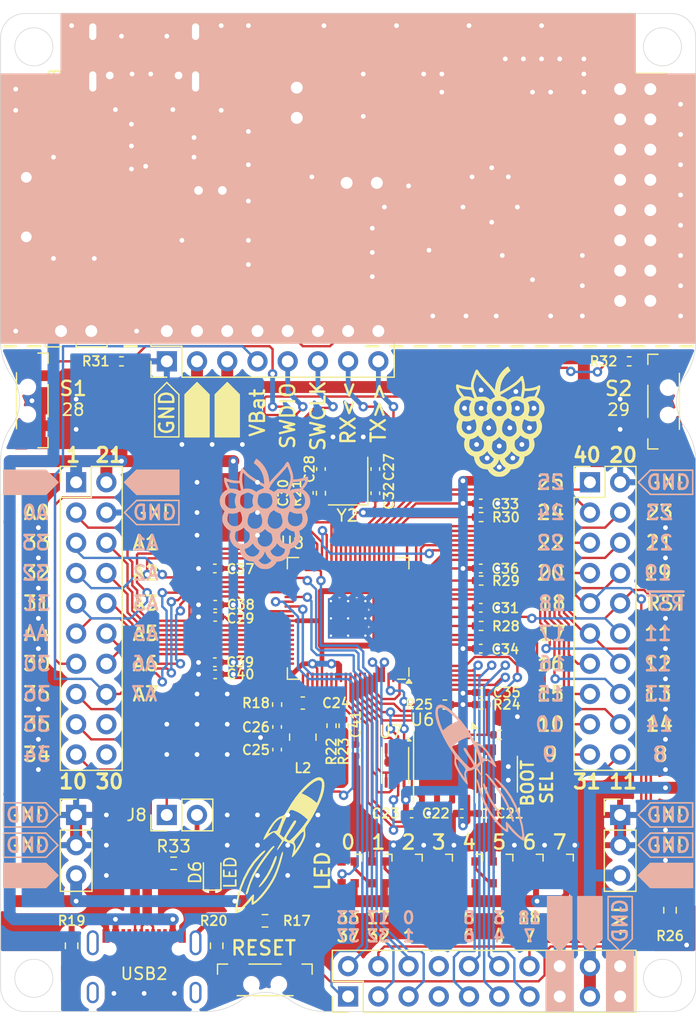
<source format=kicad_pcb>
(kicad_pcb (version 20240108) (generator "pcbnew") (generator_version "8.0")
  (layers (0 "F.Cu" signal) (31 "B.Cu" signal) (34 "B.Paste" user) (35 "F.Paste" user) (36 "B.SilkS" user "B.Silkscreen") (37 "F.SilkS" user "F.Silkscreen") (38 "B.Mask" user) (39 "F.Mask" user) (44 "Edge.Cuts" user))
  (net 0 "")
  (net 1 "+5V")
  (net 2 "GND")
  (net 3 "GND_DBG")
  (net 4 "+3V3")
  (net 5 "Net-(J3-Pin_2)")
  (net 6 "Net-(U2-Vout)")
  (net 7 "Net-(U5-XIN)")
  (net 8 "Net-(C8-Pad2)")
  (net 9 "Net-(U5-VREG_VOUT)")
  (net 10 "Net-(U8-VREG_AVDD)")
  (net 11 "Net-(U8-XIN)")
  (net 12 "Net-(C28-Pad2)")
  (net 13 "+1V1")
  (net 14 "Net-(D1-K)")
  (net 15 "Net-(D2-A)")
  (net 16 "Net-(D3-A)")
  (net 17 "Net-(D4-A)")
  (net 18 "Net-(D5-A)")
  (net 19 "/Target/SWDIO")
  (net 20 "/DebugProbe/SWDIO_DBG")
  (net 21 "/Target/SWCLK")
  (net 22 "/DebugProbe/SWCLK_DBG")
  (net 23 "/Target/UART_RX_TRGT")
  (net 24 "/DebugProbe/UART_TX_DBG")
  (net 25 "/Target/UART_TX_TRGT")
  (net 26 "/DebugProbe/UART_RX_DBG")
  (net 27 "/DebugProbe/G16_DBG")
  (net 28 "/DebugProbe/G17_DBG")
  (net 29 "/DebugProbe/G18_DBG")
  (net 30 "/DebugProbe/G19_DBG")
  (net 31 "/DebugProbe/G20_DBG")
  (net 32 "/DebugProbe/G21_DBG")
  (net 33 "/DebugProbe/G22_DBG")
  (net 34 "/DebugProbe/G23_DBG")
  (net 35 "/DebugProbe/G24_DBG")
  (net 36 "/DebugProbe/G25_DBG")
  (net 37 "/DebugProbe/G26_DBG")
  (net 38 "/DebugProbe/G27_DBG")
  (net 39 "/DebugProbe/G28_DBG")
  (net 40 "/DebugProbe/G29_DBG")
  (net 41 "/Target/ADC7")
  (net 42 "Net-(U1-VBAT)")
  (net 43 "Net-(J5-Pad1)")
  (net 44 "Net-(U4-~{CS})")
  (net 45 "Net-(J6-Pin_1)")
  (net 46 "Net-(J6-Pin_2)")
  (net 47 "/Target/~{RESET}")
  (net 48 "/Target/GPIO15")
  (net 49 "/Target/ADC1")
  (net 50 "/Target/ADC5")
  (net 51 "/Target/GPIO19")
  (net 52 "/Target/UART0_RX")
  (net 53 "/Target/GPIO16")
  (net 54 "/Target/GPIO17")
  (net 55 "/Target/GPIO31")
  (net 56 "/Target/I2C1_SCL")
  (net 57 "/Target/GPIO9")
  (net 58 "/Target/GPIO36")
  (net 59 "/Target/ADC0")
  (net 60 "/Target/ADC6")
  (net 61 "/PowerSupply/VBUS_TRGT")
  (net 63 "/Target/I2C1_SDA")
  (net 64 "/Target/ADC2")
  (net 65 "/Target/ADC3")
  (net 66 "/Target/UART0_TX")
  (net 67 "/Target/ADC4")
  (net 68 "/Target/SPI1_SCK")
  (net 70 "/Target/GPIO18")
  (net 71 "/Target/GPIO37")
  (net 73 "/Target/GPIO7")
  (net 74 "/PowerSupply/VBat")
  (net 76 "/Target/PWM4B")
  (net 77 "/Target/SPI1_TX")
  (net 78 "/Target/SPI0_SCK")
  (net 79 "/Target/I2C0_SCL")
  (net 80 "/Target/GPIO14")
  (net 81 "/Target/I2C0_SDA")
  (net 82 "/Target/GPIO8")
  (net 83 "/Target/SPI1_RX")
  (net 84 "/Target/PWM3A")
  (net 85 "/Target/GPIO21")
  (net 86 "/Target/PWM4A")
  (net 87 "/Target/SPI1_CS")
  (net 88 "/Target/SPI0_CS")
  (net 89 "/Target/SPI0_RX")
  (net 90 "/Target/SPI0_TX")
  (net 91 "/Target/PWM2A")
  (net 92 "/Target/PWM3B")
  (net 93 "/Target/GPIO10")
  (net 94 "Net-(U2-Lx)")
  (net 95 "Net-(U1-STAT)")
  (net 96 "Net-(U1-PROG)")
  (net 97 "Net-(R6-Pad1)")
  (net 98 "Net-(USB1-CC1)")
  (net 99 "Net-(USB1-CC2)")
  (net 100 "Net-(R17-Pad1)")
  (net 101 "Net-(U5-USB_DM)")
  (net 102 "Net-(R10-Pad2)")
  (net 103 "Net-(U5-USB_DP)")
  (net 104 "Net-(U5-XOUT)")
  (net 105 "Net-(U5-GPIO2)")
  (net 106 "Net-(U5-GPIO3)")
  (net 107 "Net-(U5-GPIO4)")
  (net 108 "Net-(USB2-CC1)")
  (net 109 "Net-(USB2-CC2)")
  (net 110 "Net-(U8-XOUT)")
  (net 111 "Net-(R22-Pad2)")
  (net 112 "Net-(U8-USB_DM)")
  (net 113 "Net-(R23-Pad2)")
  (net 114 "Net-(U8-USB_DP)")
  (net 115 "/Target/BOOT")
  (net 116 "/Target/~{RAM_CS}")
  (net 117 "Net-(SW3-A)")
  (net 119 "Net-(U4-~{WP}(IO2))")
  (net 120 "+5V_DBG")
  (net 121 "+3V3_DBG")
  (net 122 "Net-(R11-Pad2)")
  (net 123 "Net-(U4-CLK)")
  (net 124 "Net-(U4-~{HOLD}(IO3))")
  (net 125 "Net-(U4-DI(IO0))")
  (net 126 "Net-(U4-DO(IO1))")
  (net 135 "/DebugProbe/VBUS_DBG")
  (net 137 "/Target/SCLK")
  (net 138 "/Target/SD1")
  (net 139 "/Target/SD3")
  (net 140 "/Target/SD2")
  (net 141 "/Target/SD0")
  (net 142 "Net-(U8-GPIO39)")
  (net 143 "Net-(U10-DIN)")
  (net 144 "Net-(U10-DOUT)")
  (net 145 "Net-(U11-DOUT)")
  (net 146 "Net-(U12-DOUT)")
  (net 147 "Net-(U13-DOUT)")
  (net 148 "Net-(U14-DOUT)")
  (net 149 "Net-(U15-DOUT)")
  (net 151 "Net-(D6-A)")
  (net 152 "Net-(J8-Pad2)")
  (net 153 "Net-(U8-GPIO38)")
  (net 154 "Net-(U8-VREG_LX)")
  (net 155 "Net-(U8-GPIO10)")
  (net 156 "Net-(U8-GPIO15)")
  (net 157 "Net-(U8-GPIO23)")
  (net 158 "Net-(U8-GPIO28)")
  (net 159 "Net-(S1-B)")
  (net 160 "Net-(U8-GPIO29)")
  (net 161 "Net-(S2-A)")
  (footprint "Capacitor_SMD:C_0402_1005Metric" (layer "F.Cu") (at 149.249 134.493 180)
    (property "Reference" "C22")
    (property "Value" "100nF" (hide yes))
  )
  (footprint "Capacitor_SMD:C_0805_2012Metric" (layer "F.Cu") (at 118.364 78.486 90)
    (property "Reference" "C1")
    (property "Value" "22u" (hide yes))
  )
  (footprint "Capacitor_SMD:C_0805_2012Metric" (layer "F.Cu") (at 124.714 83.0095 90)
    (property "Reference" "C2")
    (property "Value" "22u" (hide yes))
  )
  (footprint "Capacitor_SMD:C_0805_2012Metric" (layer "F.Cu") (at 118.364 89.8375 90)
    (property "Reference" "C4")
    (property "Value" "22u" (hide yes))
  )
  (footprint "Capacitor_SMD:C_0805_2012Metric" (layer "F.Cu") (at 124.714 89.8375 90)
    (property "Reference" "C5")
    (property "Value" "22u" (hide yes))
  )
  (footprint "Capacitor_SMD:C_0603_1608Metric" (layer "F.Cu") (at 145.415 90.4495 90)
    (property "Reference" "C7")
    (property "Value" "22pF" (hide yes))
  )
  (footprint "Capacitor_SMD:C_0603_1608Metric" (layer "F.Cu") (at 151.384 90.4495 90)
    (property "Reference" "C8")
    (property "Value" "22pF" (hide yes))
  )
  (footprint "Capacitor_SMD:C_0603_1608Metric" (layer "F.Cu") (at 157.48 90.4495 -90)
    (property "Reference" "C9")
    (property "Value" "100nF" (hide yes))
  )
  (footprint "Capacitor_SMD:C_0603_1608Metric" (layer "F.Cu") (at 145.288 73.1775 90)
    (property "Reference" "C10")
    (property "Value" "100nF" (hide yes))
  )
  (footprint "Capacitor_SMD:C_0603_1608Metric" (layer "F.Cu") (at 154.432 73.1775 90)
    (property "Reference" "C12")
    (property "Value" "1uF")
  )
  (footprint "Capacitor_SMD:C_0603_1608Metric" (layer "F.Cu") (at 155.956 73.1775 90)
    (property "Reference" "C13")
    (property "Value" "1uF" (hide yes))
  )
  (footprint "Capacitor_SMD:C_0603_1608Metric" (layer "F.Cu") (at 135.8645 80.264 180)
    (property "Reference" "C14")
    (property "Value" "100nF" (hide yes))
  )
  (footprint "Capacitor_SMD:C_0603_1608Metric" (layer "F.Cu") (at 154.432 90.4495 -90)
    (property "Reference" "C16")
    (property "Value" "100nF" (hide yes))
  )
  (footprint "Capacitor_SMD:C_0603_1608Metric" (layer "F.Cu") (at 157.48 73.1775 90)
    (property "Reference" "C18")
    (property "Value" "100nF" (hide yes))
  )
  (footprint "LED_SMD:LED_0603_1608Metric" (layer "F.Cu") (at 127.9905 77.724 180)
    (property "Reference" "D1" (hide yes))
    (property "Value" "Charge")
  )
  (footprint "LED_SMD:LED_0603_1608Metric" (layer "F.Cu") (at 135.8645 90.424)
    (property "Reference" "D2" (hide yes))
    (property "Value" "PWR" (hide yes))
  )
  (footprint "LED_SMD:LED_0603_1608Metric" (layer "F.Cu") (at 135.8645 84.328)
    (property "Reference" "D3" (hide yes))
    (property "Value" "BLUE" (hide yes))
  )
  (footprint "LED_SMD:LED_0603_1608Metric" (layer "F.Cu") (at 135.8645 86.36)
    (property "Reference" "D4" (hide yes))
    (property "Value" "GREEN" (hide yes))
  )
  (footprint "LED_SMD:LED_0603_1608Metric" (layer "F.Cu") (at 135.8645 88.392)
    (property "Reference" "D5" (hide yes))
    (property "Value" "RED" (hide yes))
  )
  (footprint "Connector_PinHeader_2.54mm:PinHeader_2x10_P2.54mm_Vertical" (layer "F.Cu") (at 116.84 106.68)
    (property "Reference" "J9" (hide yes))
    (property "Value" "LP Header left" (hide yes))
  )
  (footprint "Connector_PinHeader_2.54mm:PinHeader_1x03_P2.54mm_Vertical" (layer "F.Cu") (at 116.84 134.62)
    (property "Reference" "J10" (hide yes))
    (property "Value" "PWR Header" (hide yes))
  )
  (footprint "Connector_PinHeader_2.54mm:PinHeader_2x10_P2.54mm_Vertical" (layer "F.Cu") (at 139.7 149.86 90)
    (property "Reference" "J11" (hide yes))
    (property "Value" "LP Extension Heder" (hide yes))
  )
  (footprint "Connector_PinHeader_2.54mm:PinHeader_2x10_P2.54mm_Vertical" (layer "F.Cu") (at 160.02 106.68)
    (property "Reference" "J12" (hide yes))
    (property "Value" "LP Header right" (hide yes))
  )
  (footprint "Connector_PinHeader_2.54mm:PinHeader_1x03_P2.54mm_Vertical" (layer "F.Cu") (at 162.56 134.62)
    (property "Reference" "J13" (hide yes))
    (property "Value" "PWR Header" (hide yes))
  )
  (footprint "Jumper:SolderJumper-2_P1.3mm_Bridged_RoundedPad1.0x1.5mm" (layer "F.Cu") (at 124.714 78.471 -90)
    (property "Reference" "J2" (hide yes))
    (property "Value" "Jumper" (hide yes))
  )
  (footprint "Connector_PinHeader_2.54mm:PinHeader_1x02_P2.54mm_Vertical" (layer "F.Cu") (at 135.382 73.533)
    (property "Reference" "J5")
    (property "Value" "DBG_PRGM" (hide yes))
  )
  (footprint "Connector_PinHeader_2.54mm:PinHeader_2x08_P2.54mm_Vertical" (layer "F.Cu") (at 165.1 91.44 180)
    (property "Reference" "J7")
    (property "Value" "DGB Exp. Header" (hide yes))
  )
  (footprint "Inductor_SMD:L_1008_2520Metric" (layer "F.Cu") (at 121.48 86.36 180)
    (property "Reference" "L1")
    (property "Value" "4u7" (hide yes))
  )
  (footprint "Resistor_SMD:R_0402_1005Metric" (layer "F.Cu") (at 152.426 127.889)
    (property "Reference" "R27" (hide yes))
    (property "Value" "1k" (hide yes))
  )
  (footprint "Resistor_SMD:R_0402_1005Metric" (layer "F.Cu") (at 150.876 125.349)
    (property "Reference" "R24")
    (property "Value" "10k" (hide yes))
  )
  (footprint "Resistor_SMD:R_0603_1608Metric" (layer "F.Cu") (at 127.9905 79.375 180)
    (property "Reference" "R1" (hide yes))
    (property "Value" "1k" (hide yes))
  )
  (footprint "Resistor_SMD:R_0603_1608Metric" (layer "F.Cu") (at 127.9905 84.328)
    (property "Reference" "R3" (hide yes))
    (property "Value" "100k" (hide yes))
  )
  (footprint "Resistor_SMD:R_0603_1608Metric" (layer "F.Cu") (at 127.9905 86.36 180)
    (property "Reference" "R4" (hide yes))
    (property "Value" "100k" (hide yes))
  )
  (footprint "Resistor_SMD:R_0603_1608Metric" (layer "F.Cu") (at 139.2175 90.424 180)
    (property "Reference" "R5")
    (property "Value" "1k" (hide yes))
  )
  (footprint "Resistor_SMD:R_0603_1608Metric" (layer "F.Cu") (at 132.715 73.1775 -90)
    (property "Reference" "R9")
    (property "Value" "1k" (hide yes))
  )
  (footprint "Resistor_SMD:R_0603_1608Metric" (layer "F.Cu") (at 151.384 73.1775 90)
    (property "Reference" "R10")
    (property "Value" "27" (hide yes))
  )
  (footprint "Resistor_SMD:R_0603_1608Metric" (layer "F.Cu") (at 149.86 73.1775 90)
    (property "Reference" "R11")
    (property "Value" "27" (hide yes))
  )
  (footprint "Resistor_SMD:R_0603_1608Metric" (layer "F.Cu") (at 152.908 90.4495 90)
    (property "Reference" "R12")
    (property "Value" "1k" (hide yes))
  )
  (footprint "Resistor_SMD:R_0603_1608Metric" (layer "F.Cu") (at 139.2175 72.39 180)
    (property "Reference" "R13" (hide yes))
    (property "Value" "10k" (hide yes))
  )
  (footprint "Resistor_SMD:R_0603_1608Metric" (layer "F.Cu") (at 139.2175 86.36 180)
    (property "Reference" "R15")
    (property "Value" "470" (hide yes))
  )
  (footprint "Resistor_SMD:R_0603_1608Metric" (layer "F.Cu") (at 139.2175 88.392 180)
    (property "Reference" "R16")
    (property "Value" "470" (hide yes))
  )
  (footprint "rp2350-launchpad:DIPT-1188E" (layer "F.Cu") (at 132.722 148.494)
    (property "Reference" "SW2" (hide yes))
    (property "Value" "RESET")
  )
  (footprint "Package_TO_SOT_SMD:SOT-23-5" (layer "F.Cu") (at 121.496 82.997 180)
    (property "Reference" "U2" (hide yes))
    (property "Value" "XC9142B50C" (hide yes))
  )
  (footprint "Crystal:Crystal_SMD_TXC_7M-4Pin_3.2x2.5mm" (layer "F.Cu") (at 148.379 90.4485)
    (property "Reference" "Y1")
    (property "Value" "12MHz" (hide yes))
  )
  (footprint "Package_SON:WSON-8-1EP_6x5mm_P1.27mm_EP3.4x4.3mm" (layer "F.Cu") (at 140.97 75.946)
    (property "Reference" "U4")
    (property "Value" "25Q32" (hide yes))
  )
  (footprint "Connector_PinHeader_2.54mm:PinHeader_1x02_P2.54mm_Vertical" (layer "F.Cu") (at 139.573 81.534 90)
    (property "Reference" "J6")
    (property "Value" "UART_DBG" (hide yes))
  )
  (footprint "rp2350-launchpad:QFN40P700X700X90-57N" (layer "F.Cu") (at 151.638 82.55)
    (property "Reference" "U5")
    (property "Value" "RP2040" (hide yes))
  )
  (footprint "Capacitor_SMD:C_0603_1608Metric" (layer "F.Cu") (at 152.908 73.1775 90)
    (property "Reference" "C11")
    (property "Value" "1uF")
  )
  (footprint "Capacitor_SMD:C_0603_1608Metric" (layer "F.Cu") (at 148.336 73.1775 90)
    (property "Reference" "C20")
    (property "Value" "100nF" (hide yes))
  )
  (footprint "Capacitor_SMD:C_0603_1608Metric" (layer "F.Cu") (at 146.812 73.1775 90)
    (property "Reference" "C19")
    (property "Value" "100nF" (hide yes))
  )
  (footprint "Capacitor_SMD:C_0603_1608Metric" (layer "F.Cu") (at 155.956 90.4495 -90)
    (property "Reference" "C17")
    (property "Value" "100nF" (hide yes))
  )
  (footprint "Capacitor_SMD:C_0603_1608Metric" (layer "F.Cu") (at 135.8645 81.788 180)
    (property "Reference" "C15")
    (property "Value" "100nF" (hide yes))
  )
  (footprint "Connector_PinHeader_2.54mm:PinHeader_2x08_P2.54mm_Vertical" (layer "F.Cu") (at 124.46 96.52 90)
    (property "Reference" "J1" (hide yes))
    (property "Value" "Target Isolation Jumpers" (hide yes))
  )
  (footprint "Capacitor_SMD:C_0603_1608Metric" (layer "F.Cu") (at 142.7225 72.39)
    (property "Reference" "C6" (hide yes))
    (property "Value" "100nF" (hide yes))
  )
  (footprint "Package_TO_SOT_SMD:SOT-23-5" (layer "F.Cu") (at 121.496 89.85)
    (property "Reference" "U3")
    (property "Value" "XC6220B33" (hide yes))
  )
  (footprint "Package_TO_SOT_SMD:SOT-23-5" (layer "F.Cu") (at 121.496 78.42 180)
    (property "Reference" "U1")
    (property "Value" "MCP73831" (hide yes))
  )
  (footprint "Resistor_SMD:R_0603_1608Metric" (layer "F.Cu") (at 116.459 78.486 90)
    (property "Reference" "R2")
    (property "Value" "2k" (hide yes))
  )
  (footprint "Fiducial:Fiducial_1mm_Mask2mm" (layer "F.Cu") (at 116.078 149.606)
    (property "Reference" "REF**" (hide yes))
    (property "Value" "Fiducial_1mm_Mask2mm" (hide yes))
  )
  (footprint "rp2040-launchpad-PCB:Lauchpad-Energia-Logo" (layer "F.Cu") (at 146.653035 139.382203)
    (property "Reference" "G***" (hide yes))
    (property "Value" "LOGO" (hide yes))
  )
  (footprint "rp2040-launchpad-PCB:Lauchpad-Logo" (layer "F.Cu") (at 151.384 82.804)
    (property "Reference" "G***" (hide yes))
    (property "Value" "LOGO" (hide yes))
  )
  (footprint "rp2350-launchpad:WS2812B-2020" (layer "F.Cu") (at 142.24 139.446 90)
    (property "Reference" "U10" (hide yes))
    (property "Value" "WS2812B-2020" (hide yes))
  )
  (footprint "rp2350-launchpad:WS2812B-2020" (layer "F.Cu") (at 144.78 139.446 90)
    (property "Reference" "U11" (hide yes))
    (property "Value" "WS2812B-2020" (hide yes))
  )
  (footprint "rp2350-launchpad:WS2812B-2020" (layer "F.Cu") (at 147.32 139.446 90)
    (property "Reference" "U12" (hide yes))
    (property "Value" "WS2812B-2020" (hide yes))
  )
  (footprint "rp2350-launchpad:WS2812B-2020" (layer "F.Cu") (at 149.86 139.446 90)
    (property "Reference" "U13" (hide yes))
    (property "Value" "WS2812B-2020" (hide yes))
  )
  (footprint "rp2350-launchpad:WS2812B-2020" (layer "F.Cu") (at 152.4 139.446 90)
    (property "Reference" "U14" (hide yes))
    (property "Value" "WS2812B-2020" (hide yes))
  )
  (footprint "rp2350-launchpad:WS2812B-2020" (layer "F.Cu") (at 154.94 139.446 90)
    (property "Reference" "U15" (hide yes))
    (property "Value" "WS2812B-2020" (hide yes))
  )
  (footprint "rp2350-launchpad:WS2812B-2020" (layer "F.Cu") (at 157.48 139.446 90)
    (property "Reference" "U16" (hide yes))
    (property "Value" "WS2812B-2020" (hide yes))
  )
  (footprint "rp2350-launchpad:WS2812B-2020" (layer "F.Cu") (at 139.7 139.446 90)
    (property "Reference" "U9" (hide yes))
    (property "Value" "WS2812B-2020" (hide yes))
  )
  (footprint "rp2350-launchpad:KMR2-Switch" (layer "F.Cu") (at 152.424 131.191 -90)
    (property "Reference" "SW3" (hide yes))
    (property "Value" "BOOT" (hide yes))
  )
  (footprint "Fiducial:Fiducial_1mm_Mask2mm" (layer "F.Cu") (at 163.322 68.834)
    (property "Reference" "REF**" (hide yes))
    (property "Value" "Fiducial_1mm_Mask2mm" (hide yes))
  )
  (footprint "rp2040-launchpad-PCB:raspberry" (layer "F.Cu") (at 152.4 101.6)
    (property "Reference" "G***" (hide yes))
    (property "Value" "LOGO" (hide yes))
  )
  (footprint "Capacitor_SMD:C_0805_2012Metric" (layer "F.Cu") (at 118.364 83.0095 90)
    (property "Reference" "C3")
    (property "Value" "22u" (hide yes))
  )
  (footprint "rp2350-launchpad:PCM13SMTR" (layer "F.Cu") (at 112.649 83.566 -90)
    (property "Reference" "SW1")
    (property "Value" "Switch_SP3T" (hide yes))
  )
  (footprint "Capacitor_SMD:C_0603_1608Metric" (layer "F.Cu") (at 135.89 125.222)
    (property "Reference" "C24")
    (property "Value" "4.7u" (hide yes))
  )
  (footprint "Capacitor_SMD:C_0402_1005Metric" (layer "F.Cu") (at 151.13 134.493)
    (property "Reference" "C21")
    (property "Value" "4,7u" (hide yes))
  )
  (footprint "Capacitor_SMD:C_0402_1005Metric" (layer "F.Cu") (at 150.848 120.65)
    (property "Reference" "C34")
    (property "Value" "100nF" (hide yes))
  )
  (footprint "Resistor_SMD:R_0603_1608Metric" (layer "F.Cu") (at 166.751 142.621 -90)
    (property "Reference" "R26")
    (property "Value" "10k" (hide yes))
  )
  (footprint "Resistor_SMD:R_0603_1608Metric" (layer "F.Cu") (at 116.459 75.374 -90)
    (property "Reference" "R6")
    (property "Value" "100k" (hide yes))
  )
  (footprint "Resistor_SMD:R_0603_1608Metric" (layer "F.Cu") (at 116.459 145.605 -90)
    (property "Reference" "R19")
    (property "Value" "5k1" (hide yes))
  )
  (footprint "Resistor_SMD:R_0603_1608Metric" (layer "F.Cu") (at 132.715 143.51)
    (property "Reference" "R17")
    (property "Value" "100k" (hide yes))
  )
  (footprint "Capacitor_SMD:C_0402_1005Metric" (layer "F.Cu") (at 128.496 113.919 180)
    (property "Reference" "C37")
    (property "Value" "100nF" (hide yes))
  )
  (footprint "Package_SON:Winbond_USON-8-1EP_3x2mm_P0.5mm_EP0.2x1.6mm" (layer "F.Cu") (at 143.649 130.457 -90)
    (property "Reference" "U7")
    (property "Value" "APS6404L-3SQR" (hide yes))
  )
  (footprint "Capacitor_SMD:C_0402_1005Metric" (layer "F.Cu") (at 128.496 121.793 180)
    (property "Reference" "C39")
    (property "Value" "100nF" (hide yes))
  )
  (footprint "Capacitor_SMD:C_0402_1005Metric" (layer "F.Cu") (at 145.034 134.493)
    (property "Reference" "C23")
    (property "Value" "100nF" (hide yes))
  )
  (footprint "Capacitor_SMD:C_0402_1005Metric" (layer "F.Cu") (at 133.731 129.131 -90)
    (property "Reference" "C26")
    (property "Value" "4.7u" (hide yes))
  )
  (footprint "Resistor_SMD:R_0402_1005Metric" (layer "F.Cu") (at 150.876 109.601)
    (property "Reference" "R30")
    (property "Value" "1k" (hide yes))
  )
  (footprint "Resistor_SMD:R_0402_1005Metric" (layer "F.Cu") (at 138.303 127.125 -90)
    (property "Reference" "R22")
    (property "Value" "27" (hide yes))
  )
  (footprint "Inductor_SMD:L_1008_2520Metric" (layer "F.Cu") (at 135.89 128.084 90)
    (property "Reference" "L2")
    (property "Value" "4u7" (hide yes))
  )
  (footprint "Resistor_SMD:R_0603_1608Metric" (layer "F.Cu") (at 114.935 75.375 -90)
    (property "Reference" "R8")
    (property "Value" "5k1" (hide yes))
  )
  (footprint "Resistor_SMD:R_0603_1608Metric" (layer "F.Cu") (at 139.192 84.328 180)
    (property "Reference" "R14")
    (property "Value" "470" (hide yes))
  )
  (footprint "Capacitor_SMD:C_0402_1005Metric" (layer "F.Cu") (at 136.398 107.569 90)
    (property "Reference" "C30")
    (property "Value" "4.7u" (hide yes))
  )
  (footprint "Capacitor_SMD:C_0402_1005Metric" (layer "F.Cu") (at 150.848 117.221)
    (property "Reference" "C31")
    (property "Value" "100n" (hide yes))
  )
  (footprint "Capacitor_SMD:C_0402_1005Metric" (layer "F.Cu") (at 137.414 105.565 -90)
    (property "Reference" "C28")
    (property "Value" "22pF" (hide yes))
  )
  (footprint "Capacitor_SMD:C_0402_1005Metric" (layer "F.Cu") (at 140.335 129.187 -90)
    (property "Reference" "C41")
    (property "Value" "100nF" (hide yes))
  )
  (footprint "rp2350-launchpad:USB-C-GCT-USB4105" (layer "F.Cu") (at 122.555 145.355)
    (property "Reference" "USB2")
    (property "Value" "USB-C-Socket" (hide yes))
  )
  (footprint "Resistor_SMD:R_0402_1005Metric" (layer "F.Cu") (at 163.322 96.52)
    (property "Reference" "R32")
    (property "Value" "1k" (hide yes))
  )
  (footprint "Resistor_SMD:R_0603_1608Metric" (layer "F.Cu") (at 125.032 138.684)
    (property "Reference" "R33")
    (property "Value" "470" (hide yes))
  )
  (footprint "Resistor_SMD:R_0402_1005Metric" (layer "F.Cu") (at 137.414 107.597 -90)
    (property "Reference" "R21")
    (property "Value" "1k" (hide yes))
  )
  (footprint "Capacitor_SMD:C_0402_1005Metric" (layer "F.Cu") (at 128.524 116.967 180)
    (property "Reference" "C38")
    (property "Value" "100nF" (hide yes))
  )
  (footprint "Resistor_SMD:R_0402_1005Metric" (layer "F.Cu") (at 150.878 114.935)
    (property "Reference" "R29")
    (property "Value" "1k" (hide yes))
  )
  (footprint "Connector_PinHeader_2.54mm:PinHeader_1x02_P2.54mm_Vertical" (layer "F.Cu") (at 124.455 134.62 90)
    (property "Reference" "J8")
    (property "Value" "Jumper" (hide yes))
  )
  (footprint "Resistor_SMD:R_0402_1005Metric" (layer "F.Cu") (at 139.319 127.127 -90)
    (property "Reference" "R23")
    (property "Value" "27" (hide yes))
  )
  (footprint "Capacitor_SMD:C_0402_1005Metric" (layer "F.Cu") (at 150.848 108.458)
    (property "Reference" "C33")
    (property "Value" "100nF" (hide yes))
  )
  (footprint "Capacitor_SMD:C_0402_1005Metric" (layer "F.Cu") (at 133.731 127.226 -90)
    (property "Reference" "C25")
    (property "Value" "4.7u" (hide yes))
  )
  (footprint "Connector_PinHeader_2.54mm:PinHeader_1x02_P2.54mm_Vertical" (layer "F.Cu") (at 115.57 93.98 90)
    (property "Reference" "J4" (hide yes))
    (property "Value" "Jumper" (hide yes))
  )
  (footprint "Resistor_SMD:R_0603_1608Metric" (layer "F.Cu") (at 128.651 145.605 90)
    (property "Reference" "R20")
    (property "Value" "5k1" (hide yes))
  )
  (footprint "Package_SON:WSON-8-1EP_6x5mm_P1.27mm_EP3.4x4.3mm" (layer "F.Cu") (at 147.808 130.589 -90)
    (property "Reference" "U6")
    (property "Value" "25Q64" (hide yes))
  )
  (footprint "Resistor_SMD:R_0402_1005Metric" (layer "F.Cu") (at 150.876 118.745)
    (property "Reference" "R28")
    (property "Value" "1k" (hide yes))
  )
  (footprint "rp2350-launchpad:DIPT-1188E" (layer "F.Cu") (at 113.126 99.829 -90)
    (property "Reference" "S1")
    (property "Value" "S1" (hide yes))
  )
  (footprint "Capacitor_SMD:C_0402_1005Metric" (layer "F.Cu") (at 141.986 105.565 -90)
    (property "Reference" "C27")
    (property "Value" "22pF" (hide yes))
  )
  (footprint "Resistor_SMD:R_0603_1608Metric" (layer "F.Cu") (at 128.74 73.205 90)
    (property "Reference" "R7")
    (property "Value" "5k1" (hide yes))
  )
  (footprint "Resistor_SMD:R_0402_1005Metric" (layer "F.Cu") (at 133.731 125.347 90)
    (property "Reference" "R18")
    (property "Value" "33" (hide yes))
  )
  (footprint "rp2350-launchpad:DIPT-1188E" (layer "F.Cu") (at 166.24 99.88 90)
    (property "Reference" "S2")
    (property "Value" "S2" (hide yes))
  )
  (footprint "LED_SMD:LED_0603_1608Metric" (layer "F.Cu") (at 128.27 139.446 90)
    (property "Reference" "D6")
    (property "Value" "LED")
  )
  (footprint "Capacitor_SMD:C_0402_1005Metric" (layer "F.Cu") (at 128.524 117.983 180)
    (property "Reference" "C29")
    (property "Value" "100n" (hide yes))
  )
  (footprint "Capacitor_SMD:C_0402_1005Metric" (layer "F.Cu") (at 141.986 107.597 90)
    (property "Reference" "C32")
    (property "Value" "100nF" (hide yes))
  )
  (footprint "Capacitor_SMD:C_0402_1005Metric" (layer "F.Cu") (at 150.848 113.919)
    (property "Reference" "C36")
    (property "Value" "100nF" (hide yes))
  )
  (footprint "Resistor_SMD:R_0402_1005Metric" (layer "F.Cu") (at 120.648 96.52 180)
    (property "Reference" "R31")
    (property "Value" "1k" (hide yes))
  )
  (footprint "Capacitor_SMD:C_0402_1005Metric" (layer "F.Cu") (at 150.876 124.333)
    (property "Reference" "C35")
    (property "Value" "100nF" (hide yes))
  )
  (footprint "rp2350-launchpad:USB-C-GCT-USB4105" (layer "F.Cu") (at 122.557 73.014 180)
    (property "Reference" "USB1")
    (property "Value" "USB-C-Socket" (hide yes))
  )
  (footprint "Resistor_SMD:R_0402_1005Metric" (layer "F.Cu") (at 147.83 125.349 180)
    (property "Reference" "R25")
    (property "Value" "10k" (hide yes))
  )
  (footprint "Crystal:Crystal_SMD_TXC_7M-4Pin_3.2x2.5mm" (layer "F.Cu") (at 139.7 106.581 90)
    (property "Reference" "Y2")
    (property "Value" "12MHz" (hide yes))
  )
  (footprint "Capacitor_SMD:C_0402_1005Metric" (layer "F.Cu") (at 128.524 122.809 180)
    (property "Reference" "C40")
    (property "Value" "100nF" (hide yes))
  )
  (footprint "Package_DFN_QFN:QFN-80-1EP_10x10mm_P0.4mm_EP3.4x3.4mm_ThermalVias" (layer "F.Cu") (at 139.7 118.11 180)
    (property "Reference" "U8")
    (property "Value" "RP2350_80QFN" (hide yes))
  )
  (footprint "rp2350-launchpad:JST-S2B-PH-KL" (layer "B.Cu") (at 131.127 84.419 -90)
    (property "Reference" "J3")
    (property "Value" "LiPo 3,7V Batt." (hide yes))
  )
  (footprint "rp2040-launchpad-PCB:Lauchpad-Energia-Logo" (layer "B.Cu") (at 138.080966 133.286203 180)
    (property "Reference" "G***" (hide yes))
    (property "Value" "LOGO" (hide yes))
  )
  (footprint "rp2040-launchpad-PCB:raspberry" (layer "B.Cu") (at 132.715 109.347 180)
    (property "Reference" "G***" (hide yes))
    (property "Value" "LOGO" (hide yes))
  )
  (gr_poly (pts (xy 163.83 72.39) (xy 168.91 72.39) (xy 168.91 94.996) (xy 110.49 94.996) (xy 110.49 72.39) (xy 115.57 72.39) (xy 115.57 67.31) (xy 163.83 67.31)) (stroke (width 0.1)) (fill solid) (layer "B.SilkS"))
  (gr_poly (pts (xy 158.623 151.13) (xy 156.337 151.13) (xy 156.337 146.05) (xy 158.623 146.05)) (stroke (width 0.1)) (fill solid) (layer "B.SilkS"))
  (gr_poly (pts (xy 163.703 151.13) (xy 161.417 151.13) (xy 161.417 146.05) (xy 163.703 146.05)) (stroke (width 0.1)) (fill solid) (layer "B.SilkS"))
  (gr_poly (pts (xy 115.316 106.68) (xy 114.3 105.664) (xy 110.744 105.664) (xy 110.744 107.696) (xy 114.3 107.696)) (stroke (width 0.1)) (fill solid) (layer "B.SilkS"))
  (gr_poly (pts (xy 125.476 105.664) (xy 121.92 105.664) (xy 120.904 106.68) (xy 121.92 107.696) (xy 125.476 107.696)) (stroke (width 0.1)) (fill solid) (layer "B.SilkS"))
  (gr_line (start 120.904 109.22) (end 121.92 108.204) (stroke (width 0.12)) (layer "B.SilkS"))
  (gr_line (start 121.92 108.204) (end 125.476 108.204) (stroke (width 0.12)) (layer "B.SilkS"))
  (gr_line (start 125.476 108.204) (end 125.476 110.236) (stroke (width 0.12)) (layer "B.SilkS"))
  (gr_line (start 125.476 110.236) (end 121.92 110.236) (stroke (width 0.12)) (layer "B.SilkS"))
  (gr_line (start 121.92 110.236) (end 120.904 109.22) (stroke (width 0.12)) (layer "B.SilkS"))
  (gr_line (start 165.1 107.696) (end 164.084 106.68) (stroke (width 0.12)) (layer "B.SilkS"))
  (gr_line (start 168.656 107.696) (end 165.1 107.696) (stroke (width 0.12)) (layer "B.SilkS"))
  (gr_line (start 168.656 105.664) (end 168.656 107.696) (stroke (width 0.12)) (layer "B.SilkS"))
  (gr_line (start 165.1 105.664) (end 168.656 105.664) (stroke (width 0.12)) (layer "B.SilkS"))
  (gr_line (start 164.084 106.68) (end 165.1 105.664) (stroke (width 0.12)) (layer "B.SilkS"))
  (gr_line (start 168.656 138.176) (end 165.1 138.176) (stroke (width 0.12)) (layer "B.SilkS"))
  (gr_line (start 168.656 136.144) (end 168.656 138.176) (stroke (width 0.12)) (layer "B.SilkS"))
  (gr_line (start 165.1 136.144) (end 168.656 136.144) (stroke (width 0.12)) (layer "B.SilkS"))
  (gr_line (start 164.084 137.16) (end 165.1 136.144) (stroke (width 0.12)) (layer "B.SilkS"))
  (gr_poly (pts (xy 168.656 138.684) (xy 165.1 138.684) (xy 164.084 139.7) (xy 165.1 140.716) (xy 168.656 140.716)) (stroke (width 0.1)) (fill solid) (layer "B.SilkS"))
  (gr_line (start 165.1 135.636) (end 164.084 134.62) (stroke (width 0.12)) (layer "B.SilkS"))
  (gr_line (start 168.656 135.636) (end 165.1 135.636) (stroke (width 0.12)) (layer "B.SilkS"))
  (gr_line (start 168.656 133.604) (end 168.656 135.636) (stroke (width 0.12)) (layer "B.SilkS"))
  (gr_line (start 165.1 133.604) (end 168.656 133.604) (stroke (width 0.12)) (layer "B.SilkS"))
  (gr_line (start 164.084 134.62) (end 165.1 133.604) (stroke (width 0.12)) (layer "B.SilkS"))
  (gr_line (start 165.1 138.176) (end 164.084 137.16) (stroke (width 0.12)) (layer "B.SilkS"))
  (gr_line (start 110.744 133.604) (end 110.744 135.636) (stroke (width 0.12)) (layer "B.SilkS"))
  (gr_line (start 114.3 133.604) (end 110.744 133.604) (stroke (width 0.12)) (layer "B.SilkS"))
  (gr_line (start 115.316 134.62) (end 114.3 133.604) (stroke (width 0.12)) (layer "B.SilkS"))
  (gr_poly (pts (xy 115.316 139.7) (xy 114.3 140.716) (xy 110.744 140.716) (xy 110.744 138.684) (xy 114.3 138.684)) (stroke (width 0.1)) (fill solid) (layer "B.SilkS"))
  (gr_line (start 114.3 138.176) (end 115.316 137.16) (stroke (width 0.12)) (layer "B.SilkS"))
  (gr_line (start 110.744 138.176) (end 114.3 138.176) (stroke (width 0.12)) (layer "B.SilkS"))
  (gr_line (start 110.744 136.144) (end 110.744 138.176) (stroke (width 0.12)) (layer "B.SilkS"))
  (gr_line (start 114.3 136.144) (end 110.744 136.144) (stroke (width 0.12)) (layer "B.SilkS"))
  (gr_line (start 115.316 137.16) (end 114.3 136.144) (stroke (width 0.12)) (layer "B.SilkS"))
  (gr_line (start 114.3 135.636) (end 115.316 134.62) (stroke (width 0.12)) (layer "B.SilkS"))
  (gr_line (start 110.744 135.636) (end 114.3 135.636) (stroke (width 0.12)) (layer "B.SilkS"))
  (gr_line (start 161.544 141.478) (end 163.576 141.478) (stroke (width 0.12)) (layer "B.SilkS"))
  (gr_line (start 161.544 145.034) (end 161.544 141.478) (stroke (width 0.12)) (layer "B.SilkS"))
  (gr_line (start 161.544 145.034) (end 162.56 146.05) (stroke (width 0.12)) (layer "B.SilkS"))
  (gr_line (start 163.576 145.034) (end 163.576 141.478) (stroke (width 0.12)) (layer "B.SilkS"))
  (gr_line (start 162.56 146.05) (end 163.576 145.034) (stroke (width 0.12)) (layer "B.SilkS"))
  (gr_poly (pts (xy 161.036 141.478) (xy 161.036 145.034) (xy 160.02 146.05) (xy 159.004 145.034) (xy 159.004 141.478)) (stroke (width 0.1)) (fill solid) (layer "B.SilkS"))
  (gr_poly (pts (xy 158.496 141.478) (xy 158.496 145.034) (xy 157.48 146.05) (xy 156.464 145.034) (xy 156.464 141.478)) (stroke (width 0.1)) (fill solid) (layer "B.SilkS"))
  (gr_line (start 110.744 95.25) (end 111.76 95.25) (stroke (width 0.2)) (layer "F.SilkS"))
  (gr_line (start 112.776 95.25) (end 113.792 95.25) (stroke (width 0.2)) (layer "F.SilkS"))
  (gr_line (start 161.544 95.25) (end 162.56 95.25) (stroke (width 0.2)) (layer "F.SilkS"))
  (gr_line (start 167.64 95.25) (end 168.656 95.25) (stroke (width 0.2)) (layer "F.SilkS"))
  (gr_line (start 157.48 95.25) (end 158.496 95.25) (stroke (width 0.2)) (layer "F.SilkS"))
  (gr_line (start 163.576 95.25) (end 164.592 95.25) (stroke (width 0.2)) (layer "F.SilkS"))
  (gr_line (start 165.608 95.25) (end 166.624 95.25) (stroke (width 0.2)) (layer "F.SilkS"))
  (gr_line (start 159.512 95.25) (end 160.528 95.25) (stroke (width 0.2)) (layer "F.SilkS"))
  (gr_line (start 165.1 138.176) (end 164.084 137.16) (stroke (width 0.12)) (layer "F.SilkS"))
  (gr_line (start 165.1 135.636) (end 164.084 134.62) (stroke (width 0.12)) (layer "F.SilkS"))
  (gr_line (start 114.3 135.636) (end 115.316 134.62) (stroke (width 0.12)) (layer "F.SilkS"))
  (gr_line (start 114.3 138.176) (end 115.316 137.16) (stroke (width 0.12)) (layer "F.SilkS"))
  (gr_line (start 121.92 110.236) (end 120.904 109.22) (stroke (width 0.12)) (layer "F.SilkS"))
  (gr_line (start 125.476 110.236) (end 121.92 110.236) (stroke (width 0.12)) (layer "F.SilkS"))
  (gr_line (start 125.476 108.204) (end 125.476 110.236) (stroke (width 0.12)) (layer "F.SilkS"))
  (gr_line (start 121.92 108.204) (end 125.476 108.204) (stroke (width 0.12)) (layer "F.SilkS"))
  (gr_line (start 120.904 109.22) (end 121.92 108.204) (stroke (width 0.12)) (layer "F.SilkS"))
  (gr_line (start 125.476 99.314) (end 124.46 98.298) (stroke (width 0.12)) (layer "F.SilkS"))
  (gr_line (start 130.556 88.9) (end 130.556 87.884) (stroke (width 0.2)) (layer "F.SilkS"))
  (gr_line (start 130.556 84.836) (end 130.556 83.82) (stroke (width 0.2)) (layer "F.SilkS"))
  (gr_line (start 130.556 74.676) (end 130.556 73.66) (stroke (width 0.2)) (layer "F.SilkS"))
  (gr_line (start 130.556 72.644) (end 130.556 71.628) (stroke (width 0.2)) (layer "F.SilkS"))
  (gr_line (start 130.556 78.74) (end 130.556 77.724) (stroke (width 0.2)) (layer "F.SilkS"))
  (gr_line (start 130.556 92.456) (end 130.556 91.948) (stroke (width 0.2)) (layer "F.SilkS"))
  (gr_line (start 165.1 107.696) (end 164.084 106.68) (stroke (width 0.12)) (layer "F.SilkS"))
  (gr_line (start 130.556 82.804) (end 130.556 81.788) (stroke (width 0.2)) (layer "F.SilkS"))
  (gr_line (start 130.556 76.708) (end 130.556 75.692) (stroke (width 0.2)) (layer "F.SilkS"))
  (gr_line (start 130.556 70.612) (end 130.556 69.596) (stroke (width 0.2)) (layer "F.SilkS"))
  (gr_line (start 130.556 68.58) (end 130.556 67.564) (stroke (width 0.2)) (layer "F.SilkS"))
  (gr_poly (pts (xy 161.036 141.478) (xy 161.036 145.034) (xy 160.02 146.05) (xy 159.004 145.034) (xy 159.004 141.478)) (stroke (width 0.1)) (fill solid) (layer "F.SilkS"))
  (gr_line (start 161.544 145.034) (end 162.56 146.05) (stroke (width 0.12)) (layer "F.SilkS"))
  (gr_line (start 161.544 141.478) (end 163.576 141.478) (stroke (width 0.12)) (layer "F.SilkS"))
  (gr_poly (pts (xy 168.656 140.716) (xy 165.1 140.716) (xy 164.084 139.7) (xy 165.1 138.684) (xy 168.656 138.684)) (stroke (width 0.1)) (fill solid) (layer "F.SilkS"))
  (gr_line (start 147.32 95.25) (end 148.336 95.25) (stroke (width 0.2)) (layer "F.SilkS"))
  (gr_line (start 168.656 133.604) (end 168.656 135.636) (stroke (width 0.12)) (layer "F.SilkS"))
  (gr_poly (pts (xy 158.623 151.13) (xy 156.337 151.13) (xy 156.337 146.05) (xy 158.623 146.05)) (stroke (width 0.1)) (fill solid) (layer "F.SilkS"))
  (gr_poly (pts (xy 115.316 106.68) (xy 114.3 107.696) (xy 110.744 107.696) (xy 110.744 105.664) (xy 114.3 105.664)) (stroke (width 0.1)) (fill solid) (layer "F.SilkS"))
  (gr_line (start 151.384 95.25) (end 152.4 95.25) (stroke (width 0.2)) (layer "F.SilkS"))
  (gr_poly (pts (xy 130.556 99.314) (xy 130.556 102.87) (xy 128.524 102.87) (xy 128.524 99.314) (xy 129.54 98.298)) (stroke (width 0.1)) (fill solid) (layer "F.SilkS"))
  (gr_line (start 161.544 145.034) (end 161.544 141.478) (stroke (width 0.12)) (layer "F.SilkS"))
  (gr_line (start 130.556 86.868) (end 130.556 85.852) (stroke (width 0.2)) (layer "F.SilkS"))
  (gr_poly (pts (xy 158.496 141.478) (xy 158.496 145.034) (xy 157.48 146.05) (xy 156.464 145.034) (xy 156.464 141.478)) (stroke (width 0.1)) (fill solid) (layer "F.SilkS"))
  (gr_line (start 123.444 102.87) (end 125.476 102.87) (stroke (width 0.12)) (layer "F.SilkS"))
  (gr_line (start 110.744 135.636) (end 114.3 135.636) (stroke (width 0.12)) (layer "F.SilkS"))
  (gr_line (start 115.316 137.16) (end 114.3 136.144) (stroke (width 0.12)) (layer "F.SilkS"))
  (gr_line (start 114.3 133.604) (end 110.744 133.604) (stroke (width 0.12)) (layer "F.SilkS"))
  (gr_line (start 123.444 99.314) (end 123.444 102.87) (stroke (width 0.12)) (layer "F.SilkS"))
  (gr_line (start 165.1 133.604) (end 168.656 133.604) (stroke (width 0.12)) (layer "F.SilkS"))
  (gr_line (start 110.744 133.604) (end 110.744 135.636) (stroke (width 0.12)) (layer "F.SilkS"))
  (gr_line (start 143.256 95.25) (end 144.272 95.25) (stroke (width 0.2)) (layer "F.SilkS"))
  (gr_line (start 141.224 95.25) (end 142.24 95.25) (stroke (width 0.2)) (layer "F.SilkS"))
  (gr_line (start 165.1 136.144) (end 168.656 136.144) (stroke (width 0.12)) (layer "F.SilkS"))
  (gr_line (start 168.656 105.664) (end 168.656 107.696) (stroke (width 0.12)) (layer "F.SilkS"))
  (gr_line (start 124.46 98.298) (end 123.444 99.314) (stroke (width 0.12)) (layer "F.SilkS"))
  (gr_line (start 168.656 107.696) (end 165.1 107.696) (stroke (width 0.12)) (layer "F.SilkS"))
  (gr_line (start 120.904 95.25) (end 121.92 95.25) (stroke (width 0.2)) (layer "F.SilkS"))
  (gr_poly (pts (xy 125.476 107.696) (xy 121.92 107.696) (xy 120.904 106.68) (xy 121.92 105.664) (xy 125.476 105.664)) (stroke (width 0.1)) (fill solid) (layer "F.SilkS"))
  (gr_line (start 164.084 134.62) (end 165.1 133.604) (stroke (width 0.12)) (layer "F.SilkS"))
  (gr_poly (pts (xy 115.316 139.7) (xy 114.3 140.716) (xy 110.744 140.716) (xy 110.744 138.684) (xy 114.3 138.684)) (stroke (width 0.1)) (fill solid) (layer "F.SilkS"))
  (gr_line (start 114.3 136.144) (end 110.744 136.144) (stroke (width 0.12)) (layer "F.SilkS"))
  (gr_line (start 145.288 95.25) (end 146.304 95.25) (stroke (width 0.2)) (layer "F.SilkS"))
  (gr_line (start 164.084 106.68) (end 165.1 105.664) (stroke (width 0.12)) (layer "F.SilkS"))
  (gr_line (start 165.1 105.664) (end 168.656 105.664) (stroke (width 0.12)) (layer "F.SilkS"))
  (gr_line (start 110.744 138.176) (end 114.3 138.176) (stroke (width 0.12)) (layer "F.SilkS"))
  (gr_poly (pts (xy 128.016 99.314) (xy 128.016 102.87) (xy 125.984 102.87) (xy 125.984 99.314) (xy 127 98.298)) (stroke (width 0.1)) (fill solid) (layer "F.SilkS"))
  (gr_line (start 163.576 145.034) (end 163.576 141.478) (stroke (width 0.12)) (layer "F.SilkS"))
  (gr_line (start 155.448 95.25) (end 156.464 95.25) (stroke (width 0.2)) (layer "F.SilkS"))
  (gr_line (start 125.476 102.87) (end 125.476 99.314) (stroke (width 0.12)) (layer "F.SilkS"))
  (gr_line (start 153.416 95.25) (end 154.432 95.25) (stroke (width 0.2)) (layer "F.SilkS"))
  (gr_line (start 168.656 135.636) (end 165.1 135.636) (stroke (width 0.12)) (layer "F.SilkS"))
  (gr_line (start 168.656 136.144) (end 168.656 138.176) (stroke (width 0.12)) (layer "F.SilkS"))
  (gr_line (start 130.556 90.932) (end 130.556 89.916) (stroke (width 0.2)) (layer "F.SilkS"))
  (gr_line (start 130.556 80.772) (end 130.556 79.756) (stroke (width 0.2)) (layer "F.SilkS"))
  (gr_line (start 164.084 137.16) (end 165.1 136.144) (stroke (width 0.12)) (layer "F.SilkS"))
  (gr_line (start 168.656 138.176) (end 165.1 138.176) (stroke (width 0.12)) (layer "F.SilkS"))
  (gr_line (start 149.352 95.25) (end 150.368 95.25) (stroke (width 0.2)) (layer "F.SilkS"))
  (gr_line (start 110.744 136.144) (end 110.744 138.176) (stroke (width 0.12)) (layer "F.SilkS"))
  (gr_poly (pts (xy 163.703 151.13) (xy 161.417 151.13) (xy 161.417 146.05) (xy 163.703 146.05)) (stroke (width 0.1)) (fill solid) (layer "F.SilkS"))
  (gr_line (start 162.56 146.05) (end 163.576 145.034) (stroke (width 0.12)) (layer "F.SilkS"))
  (gr_line (start 115.316 134.62) (end 114.3 133.604) (stroke (width 0.12)) (layer "F.SilkS"))
  (gr_circle (center 166.116 148.336) (end 167.716 148.336) (stroke (width 0.05)) (fill none) (layer "Edge.Cuts"))
  (gr_circle (center 113.284 148.336) (end 114.884 148.336) (stroke (width 0.05)) (fill none) (layer "Edge.Cuts"))
  (gr_arc (start 110.49 104.85663) (mid 110.745759 103.274349) (end 111.488482 101.854) (stroke (width 0.05)) (layer "Edge.Cuts"))
  (gr_arc (start 111.488482 97.854002) (mid 112.094033 99.854001) (end 111.488482 101.854) (stroke (width 0.05)) (layer "Edge.Cuts"))
  (gr_arc (start 111.49 97.854002) (mid 110.746584 96.435141) (end 110.49 94.854002) (stroke (width 0.05)) (layer "Edge.Cuts"))
  (gr_line (start 112.522 151.13) (end 125.73 151.13) (stroke (width 0.05)) (layer "Edge.Cuts"))
  (gr_line (start 110.49 69.342) (end 110.49 94.854002) (stroke (width 0.05)) (layer "Edge.Cuts"))
  (gr_line (start 112.522 67.31) (end 118.11 67.31) (stroke (width 0.05)) (layer "Edge.Cuts"))
  (gr_line (start 118.11 67.31) (end 166.878 67.31) (stroke (width 0.05)) (layer "Edge.Cuts"))
  (gr_arc (start 137.764628 151.128482) (mid 136.182347 150.872723) (end 134.761998 150.13) (stroke (width 0.05)) (layer "Edge.Cuts"))
  (gr_arc (start 130.762 150.13) (mid 132.761999 149.524449) (end 134.761998 150.13) (stroke (width 0.05)) (layer "Edge.Cuts"))
  (gr_arc (start 130.762 150.13) (mid 129.343139 150.873416) (end 127.762 151.13) (stroke (width 0.05)) (layer "Edge.Cuts"))
  (gr_line (start 125.73 151.13) (end 127.762 151.13) (stroke (width 0.05)) (layer "Edge.Cuts"))
  (gr_line (start 137.764628 151.128482) (end 166.878 151.13) (stroke (width 0.05)) (layer "Edge.Cuts"))
  (gr_line (start 110.49 104.85663) (end 110.49 149.098) (stroke (width 0.05)) (layer "Edge.Cuts"))
  (gr_line (start 168.91 94.869) (end 168.908482 94.899372) (stroke (width 0.05)) (layer "Edge.Cuts"))
  (gr_arc (start 166.878 67.31) (mid 168.314841 67.905159) (end 168.91 69.342) (stroke (width 0.05)) (layer "Edge.Cuts"))
  (gr_arc (start 167.91 101.902) (mid 167.304449 99.902001) (end 167.91 97.902002) (stroke (width 0.05)) (layer "Edge.Cuts"))
  (gr_arc (start 110.49 69.342) (mid 111.085159 67.905159) (end 112.522 67.31) (stroke (width 0.05)) (layer "Edge.Cuts"))
  (gr_arc (start 112.522 151.13) (mid 111.085159 150.534841) (end 110.49 149.098) (stroke (width 0.05)) (layer "Edge.Cuts"))
  (gr_circle (center 166.116 70.104) (end 167.716 70.104) (stroke (width 0.05)) (fill none) (layer "Edge.Cuts"))
  (gr_arc (start 167.91 101.902) (mid 168.653416 103.320861) (end 168.91 104.902) (stroke (width 0.05)) (layer "Edge.Cuts"))
  (gr_line (start 168.91 149.098) (end 168.91 104.902) (stroke (width 0.05)) (layer "Edge.Cuts"))
  (gr_arc (start 168.91 149.098) (mid 168.314841 150.534841) (end 166.878 151.13) (stroke (width 0.05)) (layer "Edge.Cuts"))
  (gr_circle (center 113.284 70.104) (end 114.884 70.104) (stroke (width 0.05)) (fill none) (layer "Edge.Cuts"))
  (gr_line (start 168.91 69.342) (end 168.91 94.869) (stroke (width 0.05)) (layer "Edge.Cuts"))
  (gr_arc (start 168.908482 94.899372) (mid 168.652723 96.481653) (end 167.91 97.902002) (stroke (width 0.05)) (layer "Edge.Cuts"))
  (gr_text "A0" (at 113.411 109.22 0) (layer "B.SilkS") (effects (font (size 1.2 1.2) (thickness 0.2)) (justify mirror)))
  (gr_text "33" (at 113.411 111.76 0) (layer "B.SilkS") (effects (font (size 1.2 1.2) (thickness 0.2)) (justify mirror)))
  (gr_text "32" (at 113.411 114.3 0) (layer "B.SilkS") (effects (font (size 1.2 1.2) (thickness 0.2)) (justify mirror)))
  (gr_text "31" (at 113.538 116.84 0) (layer "B.SilkS") (effects (font (size 1.2 1.2) (thickness 0.2)) (justify mirror)))
  (gr_text "A4" (at 113.411 119.38 0) (layer "B.SilkS") (effects (font (size 1.2 1.2) (thickness 0.2)) (justify mirror)))
  (gr_text "30" (at 113.538 121.92 0) (layer "B.SilkS") (effects (font (size 1.2 1.2) (thickness 0.2)) (justify mirror)))
  (gr_text "36" (at 113.538 124.46 0) (layer "B.SilkS") (effects (font (size 1.2 1.2) (thickness 0.2)) (justify mirror)))
  (gr_text "35" (at 113.538 127 0) (layer "B.SilkS") (effects (font (size 1.2 1.2) (thickness 0.2)) (justify mirror)))
  (gr_text "34" (at 113.538 129.54 0) (layer "B.SilkS") (effects (font (size 1.2 1.2) (thickness 0.2)) (justify mirror)))
  (gr_text "A1" (at 122.682 111.76 0) (layer "B.SilkS") (effects (font (size 1.2 1.2) (thickness 0.2)) (justify mirror)))
  (gr_text "A2" (at 122.682 114.3 0) (layer "B.SilkS") (effects (font (size 1.2 1.2) (thickness 0.2)) (justify mirror)))
  (gr_text "A3" (at 122.682 116.84 0) (layer "B.SilkS") (effects (font (size 1.2 1.2) (thickness 0.2)) (justify mirror)))
  (gr_text "A5" (at 122.682 119.38 0) (layer "B.SilkS") (effects (font (size 1.2 1.2) (thickness 0.2)) (justify mirror)))
  (gr_text "A6" (at 122.555 121.92 0) (layer "B.SilkS") (effects (font (size 1.2 1.2) (thickness 0.2)) (justify mirror)))
  (gr_text "A7" (at 122.555 124.46 0) (layer "B.SilkS") (effects (font (size 1.2 1.2) (thickness 0.2)) (justify mirror)))
  (gr_text "GND" (at 123.444 109.22 0) (layer "B.SilkS") (effects (font (size 1.2 1.2) (thickness 0.2)) (justify mirror)))
  (gr_text "23" (at 165.862 109.22 0) (layer "B.SilkS") (effects (font (size 1.2 1.2) (thickness 0.2)) (justify mirror)))
  (gr_text "21" (at 165.862 111.76 0) (layer "B.SilkS") (effects (font (size 1.2 1.2) (thickness 0.2)) (justify mirror)))
  (gr_text "19" (at 165.735 114.3 0) (layer "B.SilkS") (effects (font (size 1.2 1.2) (thickness 0.2)) (justify mirror)))
  (gr_text "~{RST}" (at 166.37 116.84 0) (layer "B.SilkS") (effects (font (size 1.2 1.2) (thickness 0.2)) (justify mirror)))
  (gr_text "11" (at 165.735 119.38 0) (layer "B.SilkS") (effects (font (size 1.2 1.2) (thickness 0.2)) (justify mirror)))
  (gr_text "12" (at 165.735 121.92 0) (layer "B.SilkS") (effects (font (size 1.2 1.2) (thickness 0.2)) (justify mirror)))
  (gr_text "13" (at 165.735 124.46 0) (layer "B.SilkS") (effects (font (size 1.2 1.2) (thickness 0.2)) (justify mirror)))
  (gr_text "14" (at 165.862 127 0) (layer "B.SilkS") (effects (font (size 1.2 1.2) (thickness 0.2)) (justify mirror)))
  (gr_text "8" (at 165.862 129.54 0) (layer "B.SilkS") (effects (font (size 1.2 1.2) (thickness 0.2)) (justify mirror)))
  (gr_text "9" (at 156.591 129.54 0) (layer "B.SilkS") (effects (font (size 1.2 1.2) (thickness 0.2)) (justify mirror)))
  (gr_text "10" (at 156.591 127 0) (layer "B.SilkS") (effects (font (size 1.2 1.2) (thickness 0.2)) (justify mirror)))
  (gr_text "15" (at 156.718 124.46 0) (layer "B.SilkS") (effects (font (size 1.2 1.2) (thickness 0.2)) (justify mirror)))
  (gr_text "16" (at 156.845 121.92 0) (layer "B.SilkS") (effects (font (size 1.2 1.2) (thickness 0.2)) (justify mirror)))
  (gr_text "20" (at 156.845 114.3 0) (layer "B.SilkS") (effects (font (size 1.2 1.2) (thickness 0.2)) (justify mirror)))
  (gr_text "24" (at 156.718 109.22 0) (layer "B.SilkS") (effects (font (size 1.2 1.2) (thickness 0.2)) (justify mirror)))
  (gr_text "25" (at 156.718 106.68 0) (layer "B.SilkS") (effects (font (size 1.2 1.2) (thickness 0.2)) (justify mirror)))
  (gr_text "GND" (at 166.624 106.68 0) (layer "B.SilkS") (effects (font (size 1.2 1.2) (thickness 0.2)) (justify mirror)))
  (gr_text "GND" (at 166.624 134.62 0) (layer "B.SilkS") (effects (font (size 1.2 1.2) (thickness 0.2)) (justify mirror)))
  (gr_text "GND" (at 166.624 137.16 0) (layer "B.SilkS") (effects (font (size 1.2 1.2) (thickness 0.2)) (justify mirror)))
  (gr_text "GND" (at 112.776 137.16 0) (layer "B.SilkS") (effects (font (size 1.2 1.2) (thickness 0.2)) (justify mirror)))
  (gr_text "GND" (at 112.776 134.62 0) (layer "B.SilkS") (effects (font (size 1.2 1.2) (thickness 0.2)) (justify mirror)))
  (gr_text "33" (at 139.7 143.256 0) (layer "B.SilkS") (effects (font (size 1 1) (thickness 0.2)) (justify mirror)))
  (gr_text "17" (at 142.24 143.256 0) (layer "B.SilkS") (effects (font (size 1 1) (thickness 0.2)) (justify mirror)))
  (gr_text "32" (at 142.24 144.78 0) (layer "B.SilkS") (effects (font (size 1 1) (thickness 0.2)) (justify mirror)))
  (gr_text "0" (at 144.78 143.256 0) (layer "B.SilkS") (effects (font (size 1 1) (thickness 0.2)) (justify mirror)))
  (gr_text "1" (at 144.78 144.78 0) (layer "B.SilkS") (effects (font (size 1 1) (thickness 0.2)) (justify mirror)))
  (gr_text "5" (at 149.86 143.256 0) (layer "B.SilkS") (effects (font (size 1 1) (thickness 0.2)) (justify mirror)))
  (gr_text "6" (at 149.86 144.78 0) (layer "B.SilkS") (effects (font (size 1 1) (thickness 0.2)) (justify mirror)))
  (gr_text "3" (at 152.4 143.256 0) (layer "B.SilkS") (effects (font (size 1 1) (thickness 0.2)) (justify mirror)))
  (gr_text "4" (at 152.4 144.78 0) (layer "B.SilkS") (effects (font (size 1 1) (thickness 0.2)) (justify mirror)))
  (gr_text "7" (at 154.94 144.78 0) (layer "B.SilkS") (effects (font (size 1 1) (thickness 0.2)) (justify mirror)))
  (gr_text "GND" (at 162.56 143.51 90) (layer "B.SilkS") (effects (font (size 1.2 1.2) (thickness 0.2)) (justify mirror)))
  (gr_text "17" (at 156.845 119.38 0) (layer "B.SilkS") (effects (font (size 1.2 1.2) (thickness 0.2)) (justify mirror)))
  (gr_text "37" (at 139.7 144.78 0) (layer "B.SilkS") (effects (font (size 1 1) (thickness 0.2)) (justify mirror)))
  (gr_text "18" (at 154.94 143.256 0) (layer "B.SilkS") (effects (font (size 1 1) (thickness 0.2)) (justify mirror)))
  (gr_text "18" (at 156.845 116.84 0) (layer "B.SilkS") (effects (font (size 1.2 1.2) (thickness 0.2)) (justify mirror)))
  (gr_text "22" (at 156.718 111.76 0) (layer "B.SilkS") (effects (font (size 1.2 1.2) (thickness 0.2)) (justify mirror)))
  (gr_text "GND" (at 123.444 109.22 0) (layer "F.SilkS") (effects (font (size 1.2 1.2) (thickness 0.2))))
  (gr_text "GND" (at 166.624 106.68 0) (layer "F.SilkS") (effects (font (size 1.2 1.2) (thickness 0.2))))
  (gr_text "RX" (at 141.986 79.502 0) (layer "F.SilkS") (effects (font (size 1 1))))
  (gr_text "PWR" (at 132.588 90.424 0) (layer "F.SilkS") (effects (font (size 1 1) (thickness 0.2))))
  (gr_text "VBat" (at 132.08 100.838 90) (layer "F.SilkS") (effects (font (size 1.2 1.2) (thickness 0.2))))
  (gr_text "28" (at 116.586 100.584 0) (layer "F.SilkS") (effects (font (size 1 1))))
  (gr_text "29" (at 162.433 100.584 0) (layer "F.SilkS") (effects (font (size 1 1))))
  (gr_text "21" (at 165.862 111.76 0) (layer "F.SilkS") (effects (font (size 1.2 1.2) (thickness 0.2))))
  (gr_text "19" (at 165.735 114.3 0) (layer "F.SilkS") (effects (font (size 1.2 1.2) (thickness 0.2))))
  (gr_text "~{RST}" (at 166.37 116.84 0) (layer "F.SilkS") (effects (font (size 1.2 1.2) (thickness 0.2))))
  (gr_text "11" (at 165.735 119.38 0) (layer "F.SilkS") (effects (font (size 1.2 1.2) (thickness 0.2))))
  (gr_text "12" (at 165.735 121.92 0) (layer "F.SilkS") (effects (font (size 1.2 1.2) (thickness 0.2))))
  (gr_text "13" (at 165.735 124.46 0) (layer "F.SilkS") (effects (font (size 1.2 1.2) (thickness 0.2))))
  (gr_text "14" (at 165.862 127 0) (layer "F.SilkS") (effects (font (size 1.2 1.2) (thickness 0.2))))
  (gr_text "25" (at 156.718 106.68 0) (layer "F.SilkS") (effects (font (size 1.2 1.2) (thickness 0.2))))
  (gr_text "15" (at 156.718 124.46 0) (layer "F.SilkS") (effects (font (size 1.2 1.2) (thickness 0.2))))
  (gr_text "10" (at 156.718 127 0) (layer "F.SilkS") (effects (font (size 1.2 1.2) (thickness 0.2))))
  (gr_text "A1" (at 122.682 111.76 0) (layer "F.SilkS") (effects (font (size 1.2 1.2) (thickness 0.2))))
  (gr_text "A2" (at 122.682 114.3 0) (layer "F.SilkS") (effects (font (size 1.2 1.2) (thickness 0.2))))
  (gr_text "A3" (at 122.682 116.84 0) (layer "F.SilkS") (effects (font (size 1.2 1.2) (thickness 0.2))))
  (gr_text "A5" (at 122.682 119.38 0) (layer "F.SilkS") (effects (font (size 1.2 1.2) (thickness 0.2))))
  (gr_text "A6" (at 122.682 121.92 0) (layer "F.SilkS") (effects (font (size 1.2 1.2) (thickness 0.2))))
  (gr_text "A7" (at 122.682 124.46 0) (layer "F.SilkS") (effects (font (size 1.2 1.2) (thickness 0.2))))
  (gr_text "A0" (at 113.538 109.22 0) (layer "F.SilkS") (effects (font (size 1.2 1.2) (thickness 0.2))))
  (gr_text "A4" (at 113.538 119.38 0) (layer "F.SilkS") (effects (font (size 1.2 1.2) (thickness 0.2))))
  (gr_text "31" (at 113.538 116.84 0) (layer "F.SilkS") (effects (font (size 1.2 1.2) (thickness 0.2))))
  (gr_text "30" (at 113.538 121.92 0) (layer "F.SilkS") (effects (font (size 1.2 1.2) (thickness 0.2))))
  (gr_text "36" (at 113.538 124.46 0) (layer "F.SilkS") (effects (font (size 1.2 1.2) (thickness 0.2))))
  (gr_text "35" (at 113.538 127 0) (layer "F.SilkS") (effects (font (size 1.2 1.2) (thickness 0.2))))
  (gr_text "34" (at 113.538 129.54 0) (layer "F.SilkS") (effects (font (size 1.2 1.2) (thickness 0.2))))
  (gr_text "33" (at 113.538 111.76 0) (layer "F.SilkS") (effects (font (size 1.2 1.2) (thickness 0.2))))
  (gr_text "32" (at 113.538 114.3 0) (layer "F.SilkS") (effects (font (size 1.2 1.2) (thickness 0.2))))
  (gr_text "33" (at 139.7 143.256 0) (layer "F.SilkS") (effects (font (size 1 1) (thickness 0.2))))
  (gr_text "32" (at 142.24 144.78 0) (layer "F.SilkS") (effects (font (size 1 1) (thickness 0.2))))
  (gr_text "17" (at 142.24 143.256 0) (layer "F.SilkS") (effects (font (size 1 1) (thickness 0.2))))
  (gr_text "1" (at 144.78 144.78 0) (layer "F.SilkS") (effects (font (size 1 1) (thickness 0.2))))
  (gr_text "0" (at 144.78 143.256 0) (layer "F.SilkS") (effects (font (size 1 1) (thickness 0.2))))
  (gr_text "5" (at 149.86 143.256 0) (layer "F.SilkS") (effects (font (size 1 1) (thickness 0.2))))
  (gr_text "3" (at 152.4 143.256 0) (layer "F.SilkS") (effects (font (size 1 1) (thickness 0.2))))
  (gr_text "6" (at 149.86 144.78 0) (layer "F.SilkS") (effects (font (size 1 1) (thickness 0.2))))
  (gr_text "4" (at 152.4 144.78 0) (layer "F.SilkS") (effects (font (size 1 1) (thickness 0.2))))
  (gr_text "7" (at 154.94 144.78 0) (layer "F.SilkS") (effects (font (size 1 1) (thickness 0.2))))
  (gr_text "GND" (at 112.776 134.62 0) (layer "F.SilkS") (effects (font (size 1.2 1.2) (thickness 0.2))))
  (gr_text "GND" (at 162.56 143.51 90) (layer "F.SilkS") (effects (font (size 1.2 1.2) (thickness 0.2))))
  (gr_text "9" (at 156.718 129.54 0) (layer "F.SilkS") (effects (font (size 1.2 1.2) (thickness 0.2))))
  (gr_text "8" (at 165.989 129.54 0) (layer "F.SilkS") (effects (font (size 1.2 1.2) (thickness 0.2))))
  (gr_text "21" (at 119.634 104.394 0) (layer "F.SilkS") (effects (font (size 1.2 1.2) (thickness 0.25))))
  (gr_text "10" (at 116.586 131.826 0) (layer "F.SilkS") (effects (font (size 1.2 1.2) (thickness 0.25))))
  (gr_text "30" (at 119.634 131.826 0) (layer "F.SilkS") (effects (font (size 1.2 1.2) (thickness 0.25))))
  (gr_text "11" (at 162.814 131.826 0) (layer "F.SilkS") (effects (font (size 1.2 1.2) (thickness 0.25))))
  (gr_text "20" (at 162.814 104.394 0) (layer "F.SilkS") (effects (font (size 1.2 1.2) (thickness 0.25))))
  (gr_text "31" (at 159.766 131.826 0) (layer "F.SilkS") (effects (font (size 1.2 1.2) (thickness 0.25))))
  (gr_text "40" (at 159.766 104.394 0) (layer "F.SilkS") (effects (font (size 1.2 1.2) (thickness 0.25))))
  (gr_text "5" (at 152.4 136.906 0) (layer "F.SilkS") (effects (font (size 1.2 1.2) (thickness 0.2))))
  (gr_text "PC" (at 112.54 76.955 0) (layer "F.SilkS") (effects (font (size 1 1) (thickness 0.2))))
  (gr_text "BATT" (at 116.332 83.693 90) (layer "F.SilkS") (effects (font (size 1 1) (thickness 0.2))))
  (gr_text "0" (at 139.7 136.906 0) (layer "F.SilkS") (effects (font (size 1.2 1.2) (thickness 0.2))))
  (gr_text "25" (at 160.02 78.74 0) (layer "F.SilkS") (effects (font (size 1 1))))
  (gr_text "27" (at 160.02 76.2 0) (layer "F.SilkS") (effects (font (size 1 1))))
  (gr_text "RX<<" (at 139.7 100.838 90) (layer "F.SilkS") (effects (font (size 1.2 1.2) (thickness 0.2))))
  (gr_text "17" (at 160.02 88.9 0) (layer "F.SilkS") (effects (font (size 1 1))))
  (gr_text "GND" (at 159.766 91.44 0) (layer "F.SilkS") (effects (font (size 0.8 0.8))))
  (gr_text "GND" (at 166.624 134.62 0) (layer "F.SilkS") (effects (font (size 1.2 1.2) (thickness 0.2))))
  (gr_text "37" (at 139.7 144.78 0) (layer "F.SilkS") (effects (font (size 1 1) (thickness 0.2))))
  (gr_text "18" (at 154.94 143.256 0) (layer "F.SilkS") (effects (font (size 1 1) (thickness 0.2))))
  (gr_text "GND" (at 166.624 137.16 0) (layer "F.SilkS") (effects (font (size 1.2 1.2) (thickness 0.2))))
  (gr_text "LED" (at 137.541 139.319 90) (layer "F.SilkS") (effects (font (size 1.2 1.2) (thickness 0.2))))
  (gr_text "SWD" (at 132.588 84.328 0) (layer "F.SilkS") (effects (font (size 1 1) (thickness 0.2))))
  (gr_text "29" (at 160.02 73.66 0) (layer "F.SilkS") (effects (font (size 1 1))))
  (gr_text "1" (at 142.24 136.906 0) (layer "F.SilkS") (effects (font (size 1.2 1.2) (thickness 0.2))))
  (gr_text "21" (at 160.02 83.82 0) (layer "F.SilkS") (effects (font (size 1 1))))
  (gr_text "20" (at 167.64 83.82 0) (layer "F.SilkS") (effects (font (size 1 1))))
  (gr_text "TX>>" (at 142.24 100.838 90) (layer "F.SilkS") (effects (font (size 1.2 1.2) (thickness 0.2))))
  (gr_text "2" (at 144.78 136.906 0) (layer "F.SilkS") (effects (font (size 1.2 1.2) (thickness 0.2))))
  (gr_text "GND" (at 112.776 137.16 0) (layer "F.SilkS") (effects (font (size 1.2 1.2) (thickness 0.2))))
  (gr_text "18" (at 156.845 116.84 0) (layer "F.SilkS") (effects (font (size 1.2 1.2) (thickness 0.2))))
  (gr_text "3" (at 147.32 136.906 0) (layer "F.SilkS") (effects (font (size 1.2 1.2) (thickness 0.2))))
  (gr_text "TX" (at 139.446 79.502 0) (layer "F.SilkS") (effects (font (size 1 1))))
  (gr_text "24" (at 167.64 78.74 0) (layer "F.SilkS") (effects (font (size 1 1))))
  (gr_text "7" (at 157.48 136.906 0) (layer "F.SilkS") (effects (font (size 1.2 1.2) (thickness 0.2))))
  (gr_text "22" (at 167.64 81.28 0) (layer "F.SilkS") (effects (font (size 1 1))))
  (gr_text "23" (at 160.02 81.28 0) (layer "F.SilkS") (effects (font (size 1 1))))
  (gr_text "RP2350B Launchpad" (at 147.574 69.342 0) (layer "F.SilkS") (effects (font (size 1.5 1.5) (thickness 0.3))))
  (gr_text "23" (at 165.862 109.22 0) (layer "F.SilkS") (effects (font (size 1.2 1.2) (thickness 0.2))))
  (gr_text "RX" (at 132.842 86.36 0) (layer "F.SilkS") (effects (font (size 1 1) (thickness 0.2))))
  (gr_text "1" (at 116.586 104.394 0) (layer "F.SilkS") (effects (font (size 1.2 1.2) (thickness 0.25))))
  (gr_text "3V3" (at 167.64 91.44 0) (layer "F.SilkS") (effects (font (size 0.8 0.8))))
  (gr_text "24" (at 156.718 109.22 0) (layer "F.SilkS") (effects (font (size 1.2 1.2) (thickness 0.2))))
  (gr_text "18" (at 167.64 86.36 0) (layer "F.SilkS") (effects (font (size 1 1))))
  (gr_text "SWDIO" (at 134.62 101.092 90) (layer "F.SilkS") (effects (font (size 1.2 1.2) (thickness 0.2))))
  (gr_text "4" (at 149.86 136.906 0) (layer "F.SilkS") (effects (font (size 1.2 1.2) (thickness 0.2))))
  (gr_text "SWCLK" (at 137.16 101.092 90) (layer "F.SilkS") (effects (font (size 1.2 1.2) (thickness 0.2))))
  (gr_text " BOOT\nSEL" (at 155.575 132.334 90) (layer "F.SilkS") (effects (font (size 1 1) (thickness 0.2))))
  (gr_text "26" (at 167.64 76.2 0) (layer "F.SilkS") (effects (font (size 1 1))))
  (gr_text "17" (at 156.845 119.38 0) (layer "F.SilkS") (effects (font (size 1.2 1.2) (thickness 0.2))))
  (gr_text "28" (at 167.64 73.66 0) (layer "F.SilkS") (effects (font (size 1 1))))
  (gr_text "22" (at 156.718 111.76 0) (layer "F.SilkS") (effects (font (size 1.2 1.2) (thickness 0.2))))
  (gr_text "20" (at 156.718 114.3 0) (layer "F.SilkS") (effects (font (size 1.2 1.2) (thickness 0.2))))
  (gr_text "6" (at 154.94 136.906 0) (layer "F.SilkS") (effects (font (size 1.2 1.2) (thickness 0.2))))
  (gr_text "16" (at 167.64 88.9 0) (layer "F.SilkS") (effects (font (size 1 1))))
  (gr_text "GND" (at 124.46 100.838 90) (layer "F.SilkS") (effects (font (size 1.2 1.2) (thickness 0.2))))
  (gr_text "TRGT" (at 112.649 90.424 0) (layer "F.SilkS") (effects (font (size 1 1) (thickness 0.2))))
  (gr_text "TX" (at 132.842 88.392 0) (layer "F.SilkS") (effects (font (size 1 1) (thickness 0.2))))
  (gr_text "19" (at 160.02 86.36 0) (layer "F.SilkS") (effects (font (size 1 1))))
  (gr_text "16" (at 156.718 121.92 0) (layer "F.SilkS") (effects (font (size 1.2 1.2) (thickness 0.2))))
  (segment (start 158.03 141.309) (end 157.48 141.859) (width 0.5) (layer "F.Cu") (net 1))
  (segment (start 140.25 141.817) (end 140.208 141.859) (width 0.5) (layer "F.Cu") (net 1))
  (segment (start 147.87 140.356) (end 147.87 141.69) (width 0.5) (layer "F.Cu") (net 1))
  (segment (start 152.908 141.859) (end 150.368 141.859) (width 1) (layer "F.Cu") (net 1))
  (segment (start 142.875 141.859) (end 140.208 141.859) (width 1) (layer "F.Cu") (net 1))
  (segment (start 150.41 141.817) (end 150.368 141.859) (width 0.5) (layer "F.Cu") (net 1))
  (segment (start 127 96.52) (end 127 98.679) (width 1) (layer "F.Cu") (net 1))
  (segment (start 147.87 141.69) (end 147.701 141.859) (width 0.5) (layer "F.Cu") (net 1))
  (segment (start 152.95 141.817) (end 152.908 141.859) (width 0.5) (layer "F.Cu") (net 1))
  (segment (start 142.79 140.356) (end 142.79 141.774) (width 0.5) (layer "F.Cu") (net 1))
  (segment (start 114.3 104.902) (end 119.38 104.902) (width 1) (layer "F.Cu") (net 1))
  (segment (start 140.208 141.859) (end 130.175 141.859) (width 1) (layer "F.Cu") (net 1))
  (segment (start 157.48 147.32) (end 157.48 149.86) (width 1) (layer "F.Cu") (net 1))
  (segment (start 145.161 141.859) (end 142.875 141.859) (width 1) (layer "F.Cu") (net 1))
  (segment (start 119.38 104.902) (end 119.38 106.68) (width 1) (layer "F.Cu") (net 1))
  (segment (start 152.95 140.356) (end 152.95 141.817) (width 0.5) (layer "F.Cu") (net 1))
  (segment (start 150.368 141.859) (end 147.701 141.859) (width 1) (layer "F.Cu") (net 1))
  (segment (start 145.33 141.69) (end 145.161 141.859) (width 0.5) (layer "F.Cu") (net 1))
  (segment (start 127 98.679) (end 119.38 98.679) (width 1) (layer "F.Cu") (net 1))
  (segment (start 155.575 141.859) (end 152.908 141.859) (width 1) (layer "F.Cu") (net 1))
  (segment (start 145.33 140.356) (end 145.33 141.69) (width 0.5) (layer "F.Cu") (net 1))
  (segment (start 116.84 141.859) (end 111.252 141.859) (width 1) (layer "F.Cu") (net 1))
  (segment (start 158.03 140.356) (end 158.03 141.309) (width 0.5) (layer "F.Cu") (net 1))
  (segment (start 155.49 140.356) (end 155.49 141.774) (width 0.5) (layer "F.Cu") (net 1))
  (segment (start 111.252 141.859) (end 111.252 104.902) (width 1) (layer "F.Cu") (net 1))
  (segment (start 111.252 104.902) (end 114.3 104.902) (width 1) (layer "F.Cu") (net 1))
  (segment (start 155.49 141.774) (end 155.575 141.859) (width 0.5) (layer "F.Cu") (net 1))
  (segment (start 147.701 141.859) (end 145.161 141.859) (width 1) (layer "F.Cu") (net 1))
  (segment (start 150.41 140.356) (end 150.41 141.817) (width 0.5) (layer "F.Cu") (net 1))
  (segment (start 140.25 140.356) (end 140.25 141.817) (width 0.5) (layer "F.Cu") (net 1))
  (segment (start 119.38 98.679) (end 119.38 104.902) (width 1) (layer "F.Cu") (net 1))
  (segment (start 157.48 141.859) (end 155.575 141.859) (width 1) (layer "F.Cu") (net 1))
  (segment (start 142.79 141.774) (end 142.875 141.859) (width 0.5) (layer "F.Cu") (net 1))
  (via (at 130.175 141.859) (size 0.8) (drill 0.4) (layers "F.Cu" "B.Cu") (net 1))
  (via (at 155.575 141.859) (size 0.8) (drill 0.4) (layers "F.Cu" "B.Cu") (net 1))
  (via (at 116.84 141.859) (size 0.8) (drill 0.4) (layers "F.Cu" "B.Cu") (net 1))
  (segment (start 157.48 147.32) (end 157.48 141.859) (width 1) (layer "B.Cu") (net 1))
  (segment (start 116.84 141.859) (end 116.84 139.7) (width 1) (layer "B.Cu") (net 1))
  (segment (start 130.175 141.859) (end 116.84 141.859) (width 1) (layer "B.Cu") (net 1))
  (segment (start 157.48 141.859) (end 155.575 141.859) (width 1) (layer "B.Cu") (net 1))
  (segment (start 162.56 137.16) (end 162.56 134.62) (width 1) (layer "F.Cu") (net 2))
  (segment (start 151.328 108.458) (end 152.273 108.458) (width 0.4) (layer "F.Cu") (net 2))
  (segment (start 130.683 144.78) (end 128.651 144.78) (width 0.5) (layer "F.Cu") (net 2))
  (segment (start 134.1172 128.0922) (end 133.731 127.706) (width 0.4) (layer "F.Cu") (net 2))
  (segment (start 151.624 131.699) (end 151.624 130.556) (width 0.4) (layer "F.Cu") (net 2))
  (segment (start 140.946 105.085) (end 140.55 105.481) (width 0.2) (layer "F.Cu") (net 2))
  (segment (start 141.986 107.117) (end 142.438 107.117) (width 0.2) (layer "F.Cu") (net 2))
  (segment (start 145.951 130.457) (end 143.649 130.457) (width 0.5) (layer "F.Cu") (net 2))
  (segment (start 133.731 128.143) (end 133.731 127.706) (width 0.25) (layer "F.Cu") (net 2))
  (segment (start 133.731 128.651) (end 133.731 128.143) (width 0.25) (layer "F.Cu") (net 2))
  (segment (start 145.903 128.684) (end 147.808 130.589) (width 0.2) (layer "F.Cu") (net 2))
  (segment (start 136.977 105.085) (end 137.414 105.085) (width 0.2) (layer "F.Cu") (net 2))
  (segment (start 138.85 107.681) (end 138.85 107.581) (width 0.2) (layer "F.Cu") (net 2))
  (segment (start 151.624 134.479) (end 151.61 134.493) (width 0.2) (layer "F.Cu") (net 2))
  (segment (start 135.1534 128.0922) (end 136.9314 128.0922) (width 0.4) (layer "F.Cu") (net 2))
  (segment (start 119.355 144.78) (end 119.355 143.993) (width 0.5) (layer "F.Cu") (net 2))
  (segment (start 133.54 144.717) (end 133.477 144.78) (width 0.5) (layer "F.Cu") (net 2))
  (segment (start 146.431 134.493) (end 146.473 134.493) (width 0.5) (layer "F.Cu") (net 2))
  (segment (start 138.85 107.581) (end 140.55 105.881) (width 0.2) (layer "F.Cu") (net 2))
  (segment (start 151.624 133.241) (end 151.624 131.699) (width 0.4) (layer "F.Cu") (net 2))
  (segment (start 148.502 134.76) (end 148.769 134.493) (width 0.5) (layer "F.Cu") (net 2))
  (segment (start 130.622 147.594) (end 130.622 144.841) (width 0.5) (layer "F.Cu") (net 2))
  (segment (start 142.438 107.117) (end 142.71 106.845) (width 0.2) (layer "F.Cu") (net 2))
  (segment (start 142.71 106.845) (end 142.71 105.283) (width 0.2) (layer "F.Cu") (net 2))
  (segment (start 142.899 129.707) (end 143.649 130.457) (width 0.2) (layer "F.Cu") (net 2))
  (segment (start 133.731 128.651) (end 133.731 128.4784) (width 0.4) (layer "F.Cu") (net 2))
  (segment (start 134.62 128.143) (end 134.6708 128.0922) (width 0.25) (layer "F.Cu") (net 2))
  (segment (start 151.634 133.251) (end 151.624 133.241) (width 0.25) (layer "F.Cu") (net 2))
  (segment (start 151.591 130.589) (end 151.624 130.556) (width 0.2) (layer "F.Cu") (net 2))
  (segment (start 136.3 123.797618) (end 135.115 124.982618) (width 0.2) (layer "F.Cu") (net 2))
  (segment (start 125.755 143.993) (end 126.492 143.256) (width 0.5) (layer "F.Cu") (net 2))
  (segment (start 132.334 128.1176) (end 132.3594 128.0922) (width 0.8) (layer "F.Cu") (net 2))
  (segment (start 151.624 130.556) (end 151.624 129.141) (width 0.4) (layer "F.Cu") (net 2))
  (segment (start 141.986 105.085) (end 140.946 105.085) (width 0.2) (layer "F.Cu") (net 2))
  (segment (start 142.512 105.085) (end 141.986 105.085) (width 0.2) (layer "F.Cu") (net 2))
  (segment (start 151.328 117.221) (end 152.273 117.221) (width 0.4) (layer "F.Cu") (net 2))
  (segment (start 147.676 130.457) (end 147.808 130.589) (width 0.2) (layer "F.Cu") (net 2))
  (segment (start 145.514 134.493) (end 146.431 134.493) (width 0.5) (layer "F.Cu") (net 2))
  (segment (start 135.115 124.982618) (end 135.115 125.222) (width 0.2) (layer "F.Cu") (net 2))
  (segment (start 127.144 121.793) (end 127.127 121.81) (width 0.4) (layer "F.Cu") (net 2))
  (segment (start 146.083 130.589) (end 145.923 130.429) (width 0.5) (layer "F.Cu") (net 2))
  (segment (start 130.622 144.841) (end 130.683 144.78) (width 0.5) (layer "F.Cu") (net 2))
  (segment (start 153.162 130.556) (end 151.624 130.556) (width 0.4) (layer "F.Cu") (net 2))
  (segment (start 148.59 137.16) (end 148.502 137.072) (width 0.5) (layer "F.Cu") (net 2))
  (segment (start 135.115 125.222) (end 135.115 125.489) (width 0.2) (layer "F.Cu") (net 2))
  (segment (start 142.71 105.283) (end 142.512 105.085) (width 0.2) (layer "F.Cu") (net 2))
  (segment (start 136.3 123.06) (end 136.3 123.797618) (width 0.2) (layer "F.Cu") (net 2))
  (segment (start 134.366 128.0922) (end 134.1172 128.0922) (width 0.4) (layer "F.Cu") (net 2))
  (segment (start 134.366 126.238) (end 134.366 128.0922) (width 0.2) (layer "F.Cu") (net 2))
  (segment (start 124.155 96.215) (end 124.46 96.52) (width 0.25) (layer "F.Cu") (net 2))
  (segment (start 134.6708 128.0922) (end 135.1534 128.0922) (width 0.4) (layer "F.Cu") (net 2))
  (segment (start 132.3594 128.0922) (end 133.35 128.0922) (width 0.8) (layer "F.Cu") (net 2))
  (segment (start 145.903 127.889) (end 145.903 128.684) (width 0.2) (layer "F.Cu") (net 2))
  (segment (start 127.127 113.919) (end 128.016 113.919) (width 0.4) (layer "F.Cu") (net 2))
  (segment (start 133.54 143.51) (end 133.54 144.717) (width 0.5) (layer "F.Cu") (net 2))
  (segment (start 147.808 130.589) (end 146.083 130.589) (width 0.5) (layer "F.Cu") (net 2))
  (segment (start 133.477 144.78) (end 130.683 144.78) (width 0.5) (layer "F.Cu") (net 2))
  (segment (start 147.808 130.589) (end 151.591 130.589) (width 0.5) (layer "F.Cu") (net 2))
  (segment (start 140.335 134.62) (end 137.16 134.62) (width 0.4) (layer "F.Cu") (net 2))
  (segment (start 135.115 125.489) (end 134.366 126.238) (width 0.2) (layer "F.Cu") (net 2))
  (segment (start 128.016 121.793) (end 127.144 121.793) (width 0.4) (layer "F.Cu") (net 2))
  (segment (start 135.1534 128.0922) (end 133.35 128.0922) (width 0.4) (layer "F.Cu") (net 2))
  (segment (start 151.624 133.241) (end 151.624 134.479) (width 0.2) (layer "F.Cu") (net 2))
  (segment (start 151.328 120.65) (end 152.273 120.65) (width 0.4) (layer "F.Cu") (net 2))
  (segment (start 162.56 147.32) (end 162.56 149.86) (width 1) (layer "F.Cu") (net 2))
  (segment (start 151.328 113.919) (end 152.273 113.919) (width 0.4) (layer "F.Cu") (net 2))
  (segment (start 128.044 116.967) (end 127.127 116.967) (width 0.4) (layer "F.Cu") (net 2))
  (segment (start 153.162 131.699) (end 151.624 131.699) (width 0.4) (layer "F.Cu") (net 2))
  (segment (start 134.1172 128.0922) (end 134.041 128.016) (width 0.4) (layer "F.Cu") (net 2))
  (segment (start 140.335 129.667) (end 140.335 134.62) (width 0.4) (layer "F.Cu") (net 2))
  (segment (start 125.755 144.78) (end 125.755 143.993) (width 0.5) (layer "F.Cu") (net 2))
  (segment (start 148.502 137.072) (end 148.502 134.76) (width 0.5) (layer "F.Cu") (net 2))
  (segment (start 136.398 105.664) (end 136.977 105.085) (width 0.2) (layer "F.Cu") (net 2))
  (segment (start 136.398 107.117) (end 136.398 105.664) (width 0.2) (layer "F.Cu") (net 2))
  (segment (start 119.355 143.993) (end 118.745 143.383) (width 0.5) (layer "F.Cu") (net 2))
  (segment (start 133.731 128.4784) (end 134.1172 128.0922) (width 0.4) (layer "F.Cu") (net 2))
  (segment (start 151.356 124.333) (end 151.959918 124.333) (width 0.5) (layer "F.Cu") (net 2))
  (segment (start 116.84 137.16) (end 116.84 134.62) (width 1) (layer "F.Cu") (net 2))
  (segment (start 140.55 105.881) (end 140.55 105.481) (width 0.2) (layer "F.Cu") (net 2))
  (segment (start 142.899 129.032) (end 142.899 129.707) (width 0.2) (layer "F.Cu") (net 2))
  (segment (start 133.83036 128.70664) (end 133.858 128.679) (width 0.2) (layer "F.Cu") (net 2))
  (segment (start 151.959918 124.333) (end 153.991918 126.365) (width 0.5) (layer "F.Cu") (net 2))
  (segment (start 128.044 122.809) (end 127.127 122.809) (width 0.4) (layer "F.Cu") (net 2))
  (segment (start 128.044 117.983) (end 127.127 117.983) (width 0.4) (layer "F.Cu") (net 2))
  (segment (start 146.083 130.589) (end 145.951 130.457) (width 0.5) (layer "F.Cu") (net 2))
  (segment (start 134.6708 128.0922) (end 134.366 128.0922) (width 0.4) (layer "F.Cu") (net 2))
  (via (at 119.38 139.7) (size 0.8) (drill 0.4) (layers "F.Cu" "B.Cu") (net 2))
  (via (at 132.08 109.22) (size 0.8) (drill 0.4) (layers "F.Cu" "B.Cu") (net 2))
  (via (at 113.665 128.27) (size 0.8) (drill 0.4) (layers "F.Cu" "B.Cu") (net 2))
  (via (at 152.4 105.41) (size 0.8) (drill 0.4) (layers "F.Cu" "B.Cu") (net 2))
  (via (at 152.4 103.632) (size 0.8) (drill 0.4) (layers "F.Cu" "B.Cu") (net 2))
  (via (at 146.473 134.493) (size 0.8) (drill 0.4) (layers "F.Cu" "B.Cu") (net 2))
  (via (at 129.54 124.46) (size 0.8) (drill 0.4) (layers "F.Cu" "B.Cu") (net 2))
  (via (at 129.54 134.62) (size 0.8) (drill 0.4) (layers "F.Cu" "B.Cu") (net 2))
  (via (at 116.84 102.235) (size 0.8) (drill 0.4) (layers "F.Cu" "B.Cu") (net 2))
  (via (at 166.37 118.11) (size 0.8) (drill 0.4) (layers "F.Cu" "B.Cu") (net 2))
  (via (at 127.127 113.919) (size 0.8) (drill 0.4) (layers "F.Cu" "B.Cu") (net 2))
  (via (at 166.37 113.03) (size 0.8) (drill 0.4) (layers "F.Cu" "B.Cu") (net 2))
  (via (at 152.273 108.458) (size 0.8) (drill 0.4) (layers "F.Cu" "B.Cu") (net 2))
  (via (at 154.94 102.108) (size 0.8) (drill 0.4) (layers "F.Cu" "B.Cu") (net 2))
  (via (at 120.015 149.606) (size 0.8) (drill 0.4) (layers "F.Cu" "B.Cu") (net 2))
  (via (at 116.84 99.695) (size 0.8) (drill 0.4) (layers "F.Cu" "B.Cu") (net 2))
  (via (at 125.73 103.505) (size 0.8) (drill 0.4) (layers "F.Cu" "B.Cu") (net 2))
  (via (at 152.273 120.65) (size 0.8) (drill 0.4) (layers "F.Cu" "B.Cu") (net 2))
  (via (at 124.46 127) (size 0.8) (drill 0.4) (layers "F.Cu" "B.Cu") (net 2))
  (via (at 134.62 134.62) (size 0.8) (drill 0.4) (layers "F.Cu" "B.Cu") (net 2))
  (via (at 156.21 137.16) (size 0.8) (drill 0.4) (layers "F.Cu" "B.Cu") (net 2))
  (via (at 127 111.125) (size 0.8) (drill 0.4) (layers "F.Cu" "B.Cu") (net 2))
  (via (at 148.59 137.16) (size 0.8) (drill 0.4) (layers "F.Cu" "B.Cu") (net 2))
  (via (at 166.37 123.19) (size 0.8) (drill 0.4) (layers "F.Cu" "B.Cu") (net 2))
  (via (at 119.38 134.62) (size 0.8) (drill 0.4) (layers "F.Cu" "B.Cu") (net 2))
  (via (at 132.08 137.16) (size 0.8) (drill 0.4) (layers "F.Cu" "B.Cu") (net 2))
  (via (at 132.08 111.125) (size 0.8) (drill 0.4) (layers "F.Cu" "B.Cu") (net 2))
  (via (at 129.54 129.54) (size 0.8) (drill 0.4) (layers "F.Cu" "B.Cu") (net 2))
  (via (at 150.876 98.933) (size 0.8) (drill 0.4) (layers "F.Cu" "B.Cu") (net 2))
  (via (at 162.56 102.235) (size 0.8) (drill 0.4) (layers "F.Cu" "B.Cu") (net 2))
  (via (at 166.37 135.89) (size 0.8) (drill 0.4) (layers "F.Cu" "B.Cu") (net 2))
  (via (at 119.38 137.16) (size 0.8) (drill 0.4) (layers "F.Cu" "B.Cu") (net 2))
  (via (at 129.54 137.16) (size 0.8) (drill 0.4) (layers "F.Cu" "B.Cu") (net 2))
  (via (at 132.08 139.7) (size 0.8) (drill 0.4) (layers "F.Cu" "B.Cu") (net 2))
  (via (at 155.321 100.457) (size 0.8) (drill 0.4) (layers "F.Cu" "B.Cu") (net 2))
  (via (at 127.127 117.983) (size 0.8) (drill 0.4) (layers "F.Cu" "B.Cu") (net 2))
  (via (at 113.665 115.57) (size 0.8) (drill 0.4) (layers "F.Cu" "B.Cu") (net 2))
  (via (at 113.665 118.11) (size 0.8) (drill 0.4) (layers "F.Cu" "B.Cu") (net 2))
  (via (at 113.665 113.03) (size 0.8) (drill 0.4) (layers "F.Cu" "B.Cu") (net 2))
  (via (at 153.162 130.556) (size 0.8) (drill 0.4) (layers "F.Cu" "B.Cu") (net 2))
  (via (at 127.127 121.81) (size 0.8) (drill 0.4) (layers "F.Cu" "B.Cu") (net 2))
  (via (at 130.81 103.505) (size 0.8) (drill 0.4) (layers "F.Cu" "B.Cu") (net 2))
  (via (at 127 124.46) (size 0.8) (drill 0.4) (layers "F.Cu" "B.Cu") (net 2))
  (via (at 149.479 100.457) (size 0.8) (drill 0.4) (layers "F.Cu" "B.Cu") (net 2))
  (via (at 127 127) (size 0.8) (drill 0.4) (layers "F.Cu" "B.Cu") (net 2))
  (via (at 168.148 145.542) (size 0.8) (drill 0.4) (layers "F.Cu" "B.Cu") (net 2))
  (via (at 140.97 102.87) (size 0.8) (drill 0.4) (layers "F.Cu" "B.Cu") (net 2))
  (via (at 122.555 149.606) (size 0.8) (drill 0.4) (layers "F.Cu" "B.Cu") (net 2))
  (via (at 143.51 137.16) (size 0.8) (drill 0.4) (layers "F.Cu" "B.Cu") (net 2))
  (via (at 162.56 99.695) (size 0.8) (drill 0.4) (layers "F.Cu" "B.Cu") (net 2))
  (via (at 151.384 104.648) (size 0.8) (drill 0.4) (layers "F.Cu" "B.Cu") (net 2))
  (via (at 113.665 120.65) (size 0.8) (drill 0.4) (layers "F.Cu" "B.Cu") (net 2))
  (via (at 153.543 104.648) (size 0.8) (drill 0.4) (layers "F.Cu" "B.Cu") (net 2))
  (via (at 153.162 131.699) (size 0.8) (drill 0.4) (layers "F.Cu" "B.Cu") (net 2))
  (via (at 153.289 102.108) (size 0.8) (drill 0.4) (layers "F.Cu" "B.Cu") (net 2))
  (via (at 132.08 134.62) (size 0.8) (drill 0.4) (layers "F.Cu" "B.Cu") (net 2))
  (via (at 132.08 106.68) (size 0.8) (drill 0.4) (layers "F.Cu" "B.Cu") (net 2))
  (via (at 134.62 139.7) (size 0.8) (drill 0.4) (layers "F.Cu" "B.Cu") (net 2))
  (via (at 149.86 102.108) (size 0.8) (drill 0.4) (layers "F.Cu" "B.Cu") (net 2))
  (via (at 150.495 103.505) (size 0.8) (drill 0.4) (layers "F.Cu" "B.Cu") (net 2))
  (via (at 166.37 120.65) (size 0.8) (drill 0.4) (layers "F.Cu" "B.Cu") (net 2))
  (via (at 113.665 110.49) (size 0.8) (drill 0.4) (layers "F.Cu" "B.Cu") (net 2))
  (via (at 153.924 126.365) (size 0.8) (drill 0.4) (layers "F.Cu" "B.Cu") (net 2))
  (via (at 153.67 137.16) (size 0.8) (drill 0.4) (layers "F.Cu" "B.Cu") (net 2))
  (via (at 113.665 125.73) (size 0.8) (drill 0.4) (layers "F.Cu" "B.Cu") (net 2))
  (via (at 125.095 149.606) (size 0.8) (drill 0.4) (layers "F.Cu" "B.Cu") (net 2))
  (via (at 132.334 128.1176) (size 0.8) (drill 0.4) (layers "F.Cu" "B.Cu") (net 2))
  (via (at 113.665 130.81) (size 0.8) (drill 0.4) (layers "F.Cu" "B.Cu") (net 2))
  (via (at 152.273 113.919) (size 0.8) (drill 0.4) (layers "F.Cu" "B.Cu") (net 2))
  (via (at 150.876 100.457) (size 0.8) (drill 0.4) (layers "F.Cu" "B.Cu") (net 2))
  (via (at 153.924 100.457) (size 0.8) (drill 0.4) (layers "F.Cu" "B.Cu") (net 2))
  (via (at 127.127 116.967) (size 0.8) (drill 0.4) (layers "F.Cu" "B.Cu") (net 2))
  (via (at 152.273 117.221) (size 0.8) (drill 0.4) (layers "F.Cu" "B.Cu") (net 2))
  (via (at 134.62 137.16) (size 0.8) (drill 0.4) (layers "F.Cu" "B.Cu") (net 2))
  (via (at 138.43 102.87) (size 0.8) (drill 0.4) (layers "F.Cu" "B.Cu") (net 2))
  (via (at 166.37 125.73) (size 0.8) (drill 0.4) (layers "F.Cu" "B.Cu") (net 2))
  (via (at 166.37 128.27) (size 0.8) (drill 0.4) (layers "F.Cu" "B.Cu") (net 2))
  (via (at 152.4 100.457) (size 0.8) (drill 0.4) (layers "F.Cu" "B.Cu") (net 2))
  (via (at 137.16 137.16) (size 0.8) (drill 0.4) (layers "F.Cu" "B.Cu") (net 2))
  (via (at 153.797 99.06) (size 0.8) (drill 0.4) (layers "F.Cu" "B.Cu") (net 2))
  (via (at 146.05 137.16) (size 0.8) (drill 0.4) (layers "F.Cu" "B.Cu") (net 2))
  (via (at 166.37 130.81) (size 0.8) (drill 0.4) (layers "F.Cu" "B.Cu") (net 2))
  (via (at 154.305 103.505) (size 0.8) (drill 0.4) (layers "F.Cu" "B.Cu") (net 2))
  (via (at 128.27 103.505) (size 0.8) (drill 0.4) (layers "F.Cu" "B.Cu") (net 2))
  (via (at 137.16 134.62) (size 0.8) (drill 0.4) (layers "F.Cu" "B.Cu") (net 2))
  (via (at 158.75 137.16) (size 0.8) (drill 0.4) (layers "F.Cu" "B.Cu") (net 2))
  (via (at 113.126 99.829) (size 0.8) (drill 0.4) (layers "F.Cu" "B.Cu") (net 2))
  (via (at 124.46 129.54) (size 0.8) (drill 0.4) (layers "F.Cu" "B.Cu") (net 2))
  (via (at 127.127 122.809) (size 0.8) (drill 0.4) (layers "F.Cu" "B.Cu") (net 2))
  (via (at 127 106.68) (size 0.8) (drill 0.4) (layers "F.Cu" "B.Cu") (net 2))
  (via (at 166.37 110.49) (size 0.8) (drill 0.4) (layers "F.Cu" "B.Cu") (net 2))
  (via (at 127 129.54) (size 0.8) (drill 0.4) (layers "F.Cu" "B.Cu") (net 2))
  (via (at 127 109.22) (size 0.8) (drill 0.4) (layers "F.Cu" "B.Cu") (net 2))
  (via (at 151.511 102.108) (size 0.8) (drill 0.4) (layers "F.Cu" "B.Cu") (net 2))
  (via (at 166.37 138.43) (size 0.8) (drill 0.4) (layers "F.Cu" "B.Cu") (net 2))
  (via (at 129.54 127) (size 0.8) (drill 0.4) (layers "F.Cu" "B.Cu") (net 2))
  (segment (start 162.56 147.32) (end 162.56 143.891) (width 1) (layer "B.Cu") (net 2))
  (segment (start 150.638 83.55) (end 151.638 82.55) (width 0.2) (layer "F.Cu") (net 3))
  (segment (start 150.638 85.985) (end 150.638 83.55) (width 0.2) (layer "F.Cu") (net 3))
  (segment (start 146.812 92.964) (end 145.542 92.964) (width 1) (layer "F.Cu") (net 3))
  (segment (start 149.606 92.964) (end 149.352 92.964) (width 1) (layer "F.Cu") (net 3))
  (segment (start 152.146 92.964) (end 151.384 92.964) (width 1) (layer "F.Cu") (net 3))
  (segment (start 156.718 92.964) (end 155.956 92.964) (width 1) (layer "F.Cu") (net 3))
  (segment (start 150.622 82.55) (end 151.638 82.55) (width 0.2) (layer "F.Cu") (net 3))
  (segment (start 125.73 86.36) (end 126.111 86.36) (width 0.5) (layer "F.Cu") (net 3))
  (segment (start 151.384 91.237) (end 151.384 92.964) (width 1) (layer "F.Cu") (net 3))
  (segment (start 135.077 88.392) (end 135.077 86.36) (width 0.5) (layer "F.Cu") (net 3))
  (segment (start 124.714 83.947) (end 124.714 86.36) (width 0.5) (layer "F.Cu") (net 3))
  (segment (start 157.48 92.964) (end 157.48 91.237) (width 1) (layer "F.Cu") (net 3))
  (segment (start 119.357 73.589) (end 119.357 74.572) (width 0.5) (layer "F.Cu") (net 3))
  (segment (start 154.432 92.964) (end 152.146 92.964) (width 1) (layer "F.Cu") (net 3))
  (segment (start 121.5034 78.42) (end 121.4882 78.4352) (width 0.5) (layer "F.Cu") (net 3))
  (segment (start 155.956 91.186) (end 155.956 92.964) (width 1) (layer "F.Cu") (net 3))
  (segment (start 135.077 81.788) (end 135.077 80.264) (width 0.8) (layer "F.Cu") (net 3))
  (segment (start 125.757 73.589) (end 125.757 74.576) (width 0.5) (layer "F.Cu") (net 3))
  (segment (start 147.32 89.574) (end 149.52 91.274) (width 0.2) (layer "F.Cu") (net 3))
  (segment (start 121.4882 78.4352) (end 121.4882 76.6064) (width 0.5) (layer "F.Cu") (net 3))
  (segment (start 122.596 82.997) (end 123.764 82.997) (width 0.5) (layer "F.Cu") (net 3))
  (segment (start 149.52 91.186) (end 149.52 92.796) (width 1) (layer "F.Cu") (net 3))
  (segment (start 120.396 89.85) (end 119.289 89.85) (width 0.5) (layer "F.Cu") (net 3))
  (segment (start 149.352 92.964) (end 146.812 92.964) (width 1) (layer "F.Cu") (net 3))
  (segment (start 155.956 92.964) (end 154.432 92.964) (width 1) (layer "F.Cu") (net 3))
  (segment (start 138.27 77.851) (end 139.065 77.851) (width 0.5) (layer "F.Cu") (net 3))
  (segment (start 157.48 92.964) (end 156.718 92.964) (width 1) (layer "F.Cu") (net 3))
  (segment (start 145.542 92.964) (end 145.4658 92.8878) (width 1) (layer "F.Cu") (net 3))
  (segment (start 135.077 81.839) (end 135.128 81.788) (width 0.5) (layer "F.Cu") (net 3))
  (segment (start 119.357 74.572) (end 119.126 74.803) (width 0.5) (layer "F.Cu") (net 3))
  (segment (start 135.077 86.36) (end 135.077 84.328) (width 0.5) (layer "F.Cu") (net 3))
  (segment (start 151.384 92.964) (end 149.606 92.964) (width 1) (layer "F.Cu") (net 3))
  (segment (start 116.5375 77.597) (end 116.459 77.597) (width 0.25) (layer "F.Cu") (net 3))
  (segment (start 145.288 72.39) (end 146.05 72.39) (width 0.8) (layer "F.Cu") (net 3))
  (segment (start 139.065 77.851) (end 140.97 75.946) (width 0.5) (layer "F.Cu") (net 3))
  (segment (start 152.908 72.39) (end 154.432 72.39) (width 0.8) (layer "F.Cu") (net 3))
  (segment (start 149.52 92.796) (end 149.352 92.964) (width 1) (layer "F.Cu") (net 3))
  (segment (start 125.757 74.576) (end 125.984 74.803) (width 0.5) (layer "F.Cu") (net 3))
  (segment (start 145.4658 92.8878) (end 145.4658 91.237) (width 1) (layer "F.Cu") (net 3))
  (segment (start 121.5034 78.42) (end 122.596 78.42) (width 0.5) (layer "F.Cu") (net 3))
  (segment (start 155.956 72.39) (end 157.48 72.39) (width 0.8) (layer "F.Cu") (net 3))
  (segment (start 154.432 91.186) (end 154.432 92.964) (width 1) (layer "F.Cu") (net 3))
  (segment (start 146.05 72.39) (end 146.812 72.39) (width 0.8) (layer "F.Cu") (net 3))
  (segment (start 153.162 81.026) (end 152.908 82.55) (width 0.2) (layer "F.Cu") (net 3))
  (segment (start 135.077 90.424) (end 135.077 88.392) (width 0.5) (layer "F.Cu") (net 3))
  (segment (start 143.51 72.39) (end 145.288 72.39) (width 0.8) (layer "F.Cu") (net 3))
  (segment (start 119.3675 78.42) (end 121.5034 78.42) (width 0.5) (layer "F.Cu") (net 3))
  (segment (start 135.077 84.328) (end 135.077 81.839) (width 0.5) (layer "F.Cu") (net 3))
  (segment (start 148.336 72.39) (end 147.574 72.39) (width 0.4) (layer "F.Cu") (net 3))
  (segment (start 150.114 81.026) (end 150.622 82.55) (width 0.2) (layer "F.Cu") (net 3))
  (segment (start 155.194 72.39) (end 155.956 72.39) (width 0.8) (layer "F.Cu") (net 3))
  (segment (start 146.812 72.39) (end 147.574 72.39) (width 0.8) (layer "F.Cu") (net 3))
  (segment (start 152.908 82.55) (end 151.638 82.55) (width 0.2) (layer "F.Cu") (net 3))
  (segment (start 124.714 86.36) (end 125.73 86.36) (width 0.5) (layer "F.Cu") (net 3))
  (segment (start 119.289 89.85) (end 118.364 90.775) (width 0.5) (layer "F.Cu") (net 3))
  (segment (start 154.432 72.39) (end 155.194 72.39) (width 0.8) (layer "F.Cu") (net 3))
  (segment (start 118.364 79.4235) (end 119.3675 78.42) (width 0.5) (layer "F.Cu") (net 3))
  (segment (start 121.4882 78.4352) (end 121.4882 80.3656) (width 0.5) (layer "F.Cu") (net 3))
  (segment (start 118.364 79.4235) (end 116.5375 77.597) (width 0.25) (layer "F.Cu") (net 3))
  (segment (start 127.203 86.36) (end 126.111 86.36) (width 0.5) (layer "F.Cu") (net 3))
  (segment (start 123.764 82.997) (end 124.714 83.947) (width 0.5) (layer "F.Cu") (net 3))
  (via (at 147.574 72.39) (size 0.8) (drill 0.4) (layers "F.Cu" "B.Cu") (net 3))
  (via (at 111.76 75.438) (size 0.8) (drill 0.4) (layers "F.Cu" "B.Cu") (net 3))
  (via (at 159.385 92.71) (size 0.8) (drill 0.4) (layers "F.Cu" "B.Cu") (net 3))
  (via (at 125.73 86.36) (size 0.8) (drill 0.4) (layers "F.Cu" "B.Cu") (net 3))
  (via (at 159.512 71.12) (size 0.8) (drill 0.4) (layers "F.Cu" "B.Cu") (net 3))
  (via (at 121.92 93.98) (size 0.8) (drill 0.4) (layers "F.Cu" "B.Cu") (net 3))
  (via (at 131.318 77.216) (size 0.8) (drill 0.4) (layers "F.Cu" "B.Cu") (net 3))
  (via (at 167.64 90.17) (size 0.8) (drill 0.4) (layers "F.Cu" "B.Cu") (net 3))
  (via (at 116.459 68.326) (size 0.8) (drill 0.4) (layers "F.Cu" "B.Cu") (net 3))
  (via (at 150.114 81.026) (size 0.8) (drill 0.4) (layers "F.Cu" "B.Cu") (net 3))
  (via (at 121.4882 78.4352) (size 0.8) (drill 0.4) (layers "F.Cu" "B.Cu") (net 3))
  (via (at 131.318 88.392) (size 0.8) (drill 0.4) (layers "F.Cu" "B.Cu") (net 3))
  (via (at 129.032 68.326) (size 0.8) (drill 0.4) (layers "F.Cu" "B.Cu") (net 3))
  (via (at 131.318 86.36) (size 0.8) (drill 0.4) (layers "F.Cu" "B.Cu") (net 3))
  (via (at 149.86 68.326) (size 0.8) (drill 0.4) (layers "F.Cu" "B.Cu") (net 3))
  (via (at 157.48 71.12) (size 0.8) (drill 0.4) (layers "F.Cu" "B.Cu") (net 3))
  (via (at 154.432 71.12) (size 0.8) (drill 0.4) (layers "F.Cu" "B.Cu") (net 3))
  (via (at 159.512 72.39) (size 0.8) (drill 0.4) (layers "F.Cu" "B.Cu") (net 3))
  (via (at 120.65 69.215) (size 0.8) (drill 0.4) (layers "F.Cu" "B.Cu") (net 3))
  (via (at 131.318 83.058) (size 0.8) (drill 0.4) (layers "F.Cu" "B.Cu") (net 3))
  (via (at 155.956 68.326) (size 0.8) (drill 0.4) (layers "F.Cu" "B.Cu") (net 3))
  (via (at 143.764 68.326) (size 0.8) (drill 0.4) (layers "F.Cu" "B.Cu") (net 3))
  (via (at 141.732 85.344) (size 0.8) (drill 0.4) (layers "F.Cu" "B.Cu") (net 3))
  (via (at 167.64 74.93) (size 0.8) (drill 0.4) (layers "F.Cu" "B.Cu") (net 3))
  (via (at 146.812 92.71) (size 0.8) (drill 0.4) (layers "F.Cu" "B.Cu") (net 3))
  (via (at 121.4882 76.6064) (size 0.8) (drill 0.4) (layers "F.Cu" "B.Cu") (net 3))
  (via (at 137.668 68.326) (size 0.8) (drill 0.4) (layers "F.Cu" "B.Cu") (net 3))
  (via (at 146.4945 87.1855) (size 0.8) (drill 0.4) (layers "F.Cu" "B.Cu") (net 3))
  (via (at 146.05 72.39) (size 0.8) (drill 0.4) (layers "F.Cu" "B.Cu") (net 3))
  (via (at 124.46 69.215) (size 0.8) (drill 0.4) (layers "F.Cu" "B.Cu") (net 3))
  (via (at 129.032 75.438) (size 0.8) (drill 0.4) (layers "F.Cu" "B.Cu") (net 3))
  (via (at 131.318 80.01) (size 0.8) (drill 0.4) (layers "F.Cu" "B.Cu") (net 3))
  (via (at 167.64 92.71) (size 0.8) (drill 0.4) (layers "F.Cu" "B.Cu") (net 3))
  (via (at 111.76 93.98) (size 0.8) (drill 0.4) (layers "F.Cu" "B.Cu") (net 3))
  (via (at 156.718 92.71) (size 0.8) (drill 0.4) (layers "F.Cu" "B.Cu") (net 3))
  (via (at 167.64 85.09) (size 0.8) (drill 0.4) (layers "F.Cu" "B.Cu") (net 3))
  (via (at 159.385 90.17) (size 0.8) (drill 0.4) (layers "F.Cu" "B.Cu") (net 3))
  (via (at 140.97 75.946) (size 0.8) (drill 0.4) (layers "F.Cu" "B.Cu") (net 3))
  (via (at 111.76 73.66) (size 0.8) (drill 0.4) (layers "F.Cu" "B.Cu") (net 3))
  (via (at 149.606 92.71) (size 0.8) (drill 0.4) (layers "F.Cu" "B.Cu") (net 3))
  (via (at 131.318 68.326) (size 0.8) (drill 0.4) (layers "F.Cu" "B.Cu") (net 3))
  (via (at 167.64 77.47) (size 0.8) (drill 0.4) (layers "F.Cu" "B.Cu") (net 3))
  (via (at 159.512 73.914) (size 0.8) (drill 0.4) (layers "F.Cu" "B.Cu") (net 3))
  (via (at 144.78 81.788) (size 0.8) (drill 0.4) (layers "F.Cu" "B.Cu") (net 3))
  (via (at 167.64 87.63) (size 0.8) (drill 0.4) (layers "F.Cu" "B.Cu") (net 3))
  (via (at 152.908 71.12) (size 0.8) (drill 0.4) (layers "F.Cu" "B.Cu") (net 3))
  (via (at 167.64 80.01) (size 0.8) (drill 0.4) (layers "F.Cu" "B.Cu") (net 3))
  (via (at 121.4882 80.3656) (size 0.8) (drill 0.4) (layers "F.Cu" "B.Cu") (net 3))
  (via (at 152.146 92.71) (size 0.8) (drill 0.4) (layers "F.Cu" "B.Cu") (net 3))
  (via (at 153.162 81.026) (size 0.8) (drill 0.4) (layers "F.Cu" "B.Cu") (net 3))
  (via (at 141.732 87.376) (size 0.8) (drill 0.4) (layers "F.Cu" "B.Cu") (net 3))
  (via (at 155.956 71.12) (size 0.8) (drill 0.4) (layers "F.Cu" "B.Cu") (net 3))
  (via (at 167.64 82.55) (size 0.8) (drill 0.4) (layers "F.Cu" "B.Cu") (net 3))
  (via (at 159.385 87.63) (size 0.8) (drill 0.4) (layers "F.Cu" "B.Cu") (net 3))
  (segment (start 138.938 123.06) (end 139.1 123.06) (width 0.2) (layer "F.Cu") (net 4))
  (segment (start 144.399 131.882) (end 144.399 133.199) (width 0.2) (layer "F.Cu") (net 4))
  (segment (start 168.084 141.796) (end 168.148 141.732) (width 0.4) (layer "F.Cu") (net 4))
  (segment (start 159.512 96.266) (end 159.512 104.902) (width 1) (layer "F.Cu") (net 4))
  (segment (start 138.811 121.92) (end 138.938 122.047) (width 0.5) (layer "F.Cu") (net 4))
  (segment (start 131.836 121.91) (end 131.826 121.92) (width 0.2) (layer "F.Cu") (net 4))
  (segment (start 136.665 124.574) (end 136.665 125.222) (width 0.2) (layer "F.Cu") (net 4))
  (segment (start 120.65 99.949) (end 120.65 100.33) (width 1) (layer "F.Cu") (net 4))
  (segment (start 130.048 117.729) (end 130.048 116.967) (width 0.2) (layer "F.Cu") (net 4))
  (segment (start 130.937 121.92) (end 130.048 122.809) (width 0.2) (layer "F.Cu") (net 4))
  (segment (start 137.1 123.06) (end 137.1 122.32) (width 0.2) (layer "F.Cu") (net 4))
  (segment (start 149.352 135.509) (end 149.729 135.132) (width 0.5) (layer "F.Cu") (net 4))
  (segment (start 149.012 120.31) (end 149.352 120.65) (width 0.2) (layer "F.Cu") (net 4))
  (segment (start 168.148 141.732) (end 168.148 140.462) (width 0.4) (layer "F.Cu") (net 4))
  (segment (start 142.3 111.549744) (end 142.3 113.16) (width 0.2) (layer "F.Cu") (net 4))
  (segment (start 143.62305 124.881) (end 144.018 124.48605) (width 0.2) (layer "F.Cu") (net 4))
  (segment (start 149.729 135.132) (end 149.729 134.493) (width 0.5) (layer "F.Cu") (net 4))
  (segment (start 120.65 100.33) (end 120.65 104.902) (width 1) (layer "F.Cu") (net 4))
  (segment (start 145.391744 108.458) (end 142.3 111.549744) (width 0.2) (layer "F.Cu") (net 4))
  (segment (start 149.352 106.553) (end 156.21 106.553) (width 0.8) (layer "F.Cu") (net 4))
  (segment (start 133.731 124.837) (end 133.731 122.809) (width 0.2) (layer "F.Cu") (net 4))
  (segment (start 145.921744 116.31) (end 148.312744 113.919) (width 0.2) (layer "F.Cu") (net 4))
  (segment (start 133.731 122.809) (end 134.747 122.809) (width 0.8) (layer "F.Cu") (net 4))
  (segment (start 144.145 96.266) (end 159.512 96.266) (width 1) (layer "F.Cu") (net 4))
  (segment (start 129.54 98.679) (end 129.54 99.949) (width 1) (layer "F.Cu") (net 4))
  (segment (start 128.976 113.919) (end 130.048 113.919) (width 0.4) (layer "F.Cu") (net 4))
  (segment (start 129.54 99.949) (end 122.936 99.949) (width 1) (layer "F.Cu") (net 4))
  (segment (start 140.335 126.619) (end 140.335 128.707) (width 0.2) (layer "F.Cu") (net 4))
  (segment (start 135.001 122.809) (end 134.747 122.809) (width 0.2) (layer "F.Cu") (net 4))
  (segment (start 149.352 124.333) (end 149.352 124.398) (width 0.2) (layer "F.Cu") (net 4))
  (segment (start 141.9 124.224198) (end 142.556802 124.881) (width 0.2) (layer "F.Cu") (net 4))
  (segment (start 149.729 134.493) (end 150.65 134.493) (width 0.5) (layer "F.Cu") (net 4))
  (segment (start 134.75 117.91) (end 130.229 117.91) (width 0.2) (layer "F.Cu") (net 4))
  (segment (start 149.729 133.305) (end 149.713 133.289) (width 0.25) (layer "F.Cu") (net 4))
  (segment (start 134.75 121.51) (end 130.348 121.51) (width 0.2) (layer "F.Cu") (net 4))
  (segment (start 142.556802 124.881) (end 143.62305 124.881) (width 0.2) (layer "F.Cu") (net 4))
  (segment (start 149.713 134.477) (end 149.729 134.493) (width 0.25) (layer "F.Cu") (net 4))
  (segment (start 133.995 114.31) (end 133.604 113.919) (width 0.2) (layer "F.Cu") (net 4))
  (segment (start 149.417 124.333) (end 149.352 124.398) (width 0.4) (layer "F.Cu") (net 4))
  (segment (start 168.148 132.334) (end 168.148 140.462) (width 1) (layer "F.Cu") (net 4))
  (segment (start 130.348 121.51) (end 130.048 121.81) (width 0.2) (layer "F.Cu") (net 4))
  (segment (start 145.391744 108.458) (end 149.352 108.458) (width 0.2) (layer "F.Cu") (net 4))
  (segment (start 144.145 98.679) (end 144.145 96.266) (width 1) (layer "F.Cu") (net 4))
  (segment (start 138.7 123.06) (end 138.938 123.06) (width 0.2) (layer "F.Cu") (net 4))
  (segment (start 144.415686 122.71) (end 145.376314 122.71) (width 0.2) (layer "F.Cu") (net 4))
  (segment (start 159.512 104.902) (end 168.148 104.902) (width 1) (layer "F.Cu") (net 4))
  (segment (start 135.89 121.92) (end 136.7 121.92) (width 0.4) (layer "F.Cu") (net 4))
  (segment (start 135.001 122.809) (end 135.89 121.92) (width 0.4) (layer "F.Cu") (net 4))
  (segment (start 130.229 117.91) (end 130.048 117.729) (width 0.2) (layer "F.Cu") (net 4))
  (segment (start 128.976 121.793) (end 130.031 121.793) (width 0.4) (layer "F.Cu") (net 4))
  (segment (start 156.21 106.553) (end 157.861 104.902) (width 0.8) (layer "F.Cu") (net 4))
  (segment (start 138.3 121.92) (end 138.811 121.92) (width 0.5) (layer "F.Cu") (net 4))
  (segment (start 129.54 96.52) (end 129.54 98.679) (width 1) (layer "F.Cu") (net 4))
  (segment (start 166.751 141.796) (end 168.084 141.796) (width 0.4) (layer "F.Cu") (net 4))
  (segment (start 144.018 123.107686) (end 144.415686 122.71) (width 0.2) (layer "F.Cu") (net 4))
  (segment (start 129.54 98.679) (end 144.145 98.679) (width 1) (layer "F.Cu") (net 4))
  (segment (start 168.148 104.902) (end 168.148 132.334) (width 1) (layer "F.Cu") (net 4))
  (segment (start 149.352 120.65) (end 150.368 120.65) (width 0.4) (layer "F.Cu") (net 4))
  (segment (start 137.1 122.32) (end 136.7 121.92) (width 0.2) (layer "F.Cu") (net 4))
  (segment (start 148.312744 113.919) (end 149.352 113.919) (width 0.2) (layer "F.Cu") (net 4))
  (segment (start 137.1 123.06) (end 137.1 124.139) (width 0.2) (layer "F.Cu") (net 4))
  (segment (start 144.554 133.354) (end 144.55 133.35) (width 0.5) (layer "F.Cu") (net 4))
  (segment (start 150.366 125.349) (end 149.352 125.349) (width 0.4) (layer "F.Cu") (net 4))
  (segment (start 138.938 123.06) (end 138.938 122.047) (width 0.5) (layer "F.Cu") (net 4))
  (segment (start 146.764314 124.098) (end 149.052 124.098) (width 0.2) (layer "F.Cu") (net 4))
  (segment (start 134.75 114.31) (end 133.995 114.31) (width 0.2) (layer "F.Cu") (net 4))
  (segment (start 137.1 124.139) (end 136.665 124.574) (width 0.2) (layer "F.Cu") (net 4))
  (segment (start 149.713 133.289) (end 149.713 134.477) (width 0.5) (layer "F.Cu") (net 4))
  (segment (start 133.727 124.841) (end 133.731 124.837) (width 0.2) (layer "F.Cu") (net 4))
  (segment (start 141.9 123.06) (end 141.9 124.224198) (width 0.2) (layer "F.Cu") (net 4))
  (segment (start 166.37 132.334) (end 168.148 132.334) (width 1) (layer "F.Cu") (net 4))
  (segment (start 144.554 134.493) (end 144.554 133.354) (width 0.5) (layer "F.Cu") (net 4))
  (segment (start 140.335 109.22) (end 141.478 109.22) (width 0.2) (layer "F.Cu") (net 4))
  (segment (start 134.747 122.809) (end 133.985 122.809) (width 0.2) (layer "F.Cu") (net 4))
  (segment (start 150.368 108.458) (end 149.352 108.458) (width 0.4) (layer "F.Cu") (net 4))
  (segment (start 133.604 113.919) (end 130.048 113.919) (width 0.2) (layer "F.Cu") (net 4))
  (segment (start 131.826 121.92) (end 130.937 121.92) (width 0.2) (layer "F.Cu") (net 4))
  (segment (start 130.031 121.793) (end 130.048 121.81) (width 0.4) (layer "F.Cu") (net 4))
  (segment (start 134.75 121.91) (end 131.836 121.91) (width 0.2) (layer "F.Cu") (net 4))
  (segment (start 138.7 124.984) (end 140.335 126.619) (width 0.2) (layer "F.Cu") (net 4))
  (segment (start 149.052 124.098) (end 149.352 124.398) (width 0.2) (layer "F.Cu") (net 4))
  (segment (start 144.018 124.48605) (end 144.018 123.107686) (width 0.2) (layer "F.Cu") (net 4))
  (segment (start 160.02 147.32) (end 160.02 149.86) (width 1) (layer "F.Cu") (net 4))
  (segment (start 144.399 133.199) (end 144.55 133.35) (width 0.2) (layer "F.Cu") (net 4))
  (segment (start 140.3 109.255) (end 140.335 109.22) (width 0.2) (layer "F.Cu") (net 4))
  (segment (start 145.376314 122.71) (end 146.764314 124.098) (width 0.2) (layer "F.Cu") (net 4))
  (segment (start 148.34 125.349) (end 149.352 125.349) (width 0.4) (layer "F.Cu") (net 4))
  (segment (start 157.861 104.902) (end 159.512 104.902) (width 0.8) (layer "F.Cu") (net 4))
  (segment (start 141.478 109.22) (end 141.986 108.712) (width 0.2) (layer "F.Cu") (net 4))
  (segment (start 150.396 124.333) (end 149.417 124.333) (width 0.4) (layer "F.Cu") (net 4))
  (segment (start 120.65 104.902) (end 130.048 104.902) (width 1) (layer "F.Cu") (net 4))
  (segment (start 144.65 116.31) (end 145.921744 116.31) (width 0.2) (layer "F.Cu") (net 4))
  (segment (start 149.352 113.919) (end 150.368 113.919) (width 0.4) (layer "F.Cu") (net 4))
  (segment (start 129.004 116.967) (end 130.048 116.967) (width 0.4) (layer "F.Cu") (net 4))
  (segment (start 129.004 122.809) (end 130.048 122.809) (width 0.4) (layer "F.Cu") (net 4))
  (segment (start 130.048 122.809) (end 133.731 122.809) (width 0.8) (layer "F.Cu") (net 4))
  (segment (start 141.986 108.712) (end 141.986 108.077) (width 0.2) (layer "F.Cu") (net 4))
  (segment (start 138.7 123.06) (end 138.7 124.984) (width 0.2) (layer "F.Cu") (net 4))
  (segment (start 144.65 120.31) (end 149.012 120.31) (width 0.2) (layer "F.Cu") (net 4))
  (segment (start 122.936 99.949) (end 120.65 99.949) (width 1) (layer "F.Cu") (net 4))
  (segment (start 140.3 113.16) (end 140.3 109.255) (width 0.2) (layer "F.Cu") (net 4))
  (via (at 120.65 104.902) (size 0.8) (drill 0.4) (layers "F.Cu" "B.Cu") (net 4))
  (via (at 130.048 104.902) (size 0.8) (drill 0.4) (layers "F.Cu" "B.Cu") (net 4))
  (via (at 149.352 113.919) (size 0.8) (drill 0.4) (layers "F.Cu" "B.Cu") (net 4))
  (via (at 144.55 133.35) (size 0.8) (drill 0.4) (layers "F.Cu" "B.Cu") (net 4))
  (via (at 140.97 109.22) (size 0.8) (drill 0.4) (layers "F.Cu" "B.Cu") (net 4))
  (via (at 136.7 121.92) (size 0.8) (drill 0.4) (layers "F.Cu" "B.Cu") (net 4))
  (via (at 149.352 120.65) (size 0.8) (drill 0.4) (layers "F.Cu" "B.Cu") (net 4))
  (via (at 138.3 121.92) (size 0.8) (drill 0.4) (layers "F.Cu" "B.Cu") (net 4))
  (via (at 130.048 113.919) (size 0.8) (drill 0.4) (layers "F.Cu" "B.Cu") (net 4))
  (via (at 149.352 124.398) (size 0.8) (drill 0.4) (layers "F.Cu" "B.Cu") (net 4))
  (via (at 130.048 116.967) (size 0.8) (drill 0.4) (layers "F.Cu" "B.Cu") (net 4))
  (via (at 130.048 122.809) (size 0.8) (drill 0.4) (layers "F.Cu" "B.Cu") (net 4))
  (via (at 149.352 125.349) (size 0.8) (drill 0.4) (layers "F.Cu" "B.Cu") (net 4))
  (via (at 149.352 106.553) (size 0.8) (drill 0.4) (layers "F.Cu" "B.Cu") (net 4))
  (via (at 149.352 135.509) (size 0.8) (drill 0.4) (layers "F.Cu" "B.Cu") (net 4))
  (via (at 166.37 132.334) (size 0.8) (drill 0.4) (layers "F.Cu" "B.Cu") (net 4))
  (via (at 149.352 108.458) (size 0.8) (drill 0.4) (layers "F.Cu" "B.Cu") (net 4))
  (via (at 130.048 121.81) (size 0.8) (drill 0.4) (layers "F.Cu" "B.Cu") (net 4))
  (segment (start 149.352 120.65) (end 149.352 126.111) (width 0.8) (layer "B.Cu") (net 4))
  (segment (start 149.352 132.715) (end 149.352 133.223) (width 0.8) (layer "B.Cu") (net 4))
  (segment (start 149.352 126.111) (end 149.352 132.715) (width 0.8) (layer "B.Cu") (net 4))
  (segment (start 160.02 147.32) (end 160.02 139.7) (width 1) (layer "B.Cu") (net 4))
  (segment (start 130.048 121.81) (end 130.048 122.809) (width 0.8) (layer "B.Cu") (net 4))
  (segment (start 160.02 139.7) (end 162.56 139.7) (width 1) (layer "B.Cu") (net 4))
  (segment (start 138.3 121.92) (end 136.652 121.92) (width 0.5) (layer "B.Cu") (net 4))
  (segment (start 140.97 109.22) (end 149.352 109.22) (width 0.8) (layer "B.Cu") (net 4))
  (segment (start 149.352 108.458) (end 149.352 109.22) (width 0.8) (layer "B.Cu") (net 4))
  (segment (start 130.048 116.967) (end 130.048 121.81) (width 0.8) (layer "B.Cu") (net 4))
  (segment (start 149.352 120.65) (end 149.352 113.919) (width 0.8) (layer "B.Cu") (net 4))
  (segment (start 136.652 121.92) (end 136.7 121.92) (width 0.5) (layer "B.Cu") (net 4))
  (segment (start 144.55 132.691) (end 144.653 132.588) (width 0.8) (layer "B.Cu") (net 4))
  (segment (start 130.048 116.967) (end 130.048 114.046) (width 0.8) (layer "B.Cu") (net 4))
  (segment (start 149.225 133.35) (end 149.352 133.223) (width 0.2) (layer "B.Cu") (net 4))
  (segment (start 144.653 132.588) (end 149.225 132.588) (width 0.8) (layer "B.Cu") (net 4))
  (segment (start 149.352 133.223) (end 149.352 135.509) (width 0.8) (layer "B.Cu") (net 4))
  (segment (start 149.352 108.458) (end 149.352 106.553) (width 0.8) (layer "B.Cu") (net 4))
  (segment (start 130.048 104.902) (end 130.048 114.046) (width 0.8) (layer "B.Cu") (net 4))
  (segment (start 160.02 132.334) (end 166.37 132.334) (width 1) (layer "B.Cu") (net 4))
  (segment (start 144.55 133.35) (end 144.55 132.691) (width 0.8) (layer "B.Cu") (net 4))
  (segment (start 120.65 104.902) (end 116.84 104.902) (width 1) (layer "B.Cu") (net 4))
  (segment (start 149.352 109.22) (end 149.352 113.919) (width 0.8) (layer "B.Cu") (net 4))
  (segment (start 116.84 104.902) (end 116.84 106.68) (width 1) (layer "B.Cu") (net 4))
  (segment (start 149.225 132.588) (end 149.352 132.715) (width 0.8) (layer "B.Cu") (net 4))
  (segment (start 160.02 132.334) (end 160.02 139.7) (width 1) (layer "B.Cu") (net 4))
  (segment (start 122.596 82.047) (end 124.689 82.047) (width 0.8) (layer "F.Cu") (net 5))
  (segment (start 124.689 82.047) (end 124.714 82.072) (width 0.8) (layer "F.Cu") (net 5))
  (segment (start 122.596 83.947) (end 122.596 86.319) (width 0.8) (layer "F.Cu") (net 5))
  (segment (start 122.596 83.947) (end 121.539 83.947) (width 0.5) (layer "F.Cu") (net 5))
  (segment (start 124.714 82.072) (end 124.714 79.121) (width 1) (layer "F.Cu") (net 5))
  (segment (start 127.203 82.245) (end 127.127 82.169) (width 0.5) (layer "F.Cu") (net 5))
  (segment (start 121.539 83.947) (end 121.539 82.042) (width 0.5) (layer "F.Cu") (net 5))
  (segment (start 127.203 84.328) (end 127.203 82.245) (width 0.5) (layer "F.Cu") (net 5))
  (segment (start 121.539 82.042) (end 121.539 82.052) (width 0.5) (layer "F.Cu") (net 5))
  (segment (start 124.714 82.072) (end 127.03 82.072) (width 0.8) (layer "F.Cu") (net 5))
  (segment (start 127.03 82.072) (end 127.127 82.169) (width 0.8) (layer "F.Cu") (net 5))
  (segment (start 122.596 86.319) (end 122.555 86.36) (width 0.8) (layer "F.Cu") (net 5))
  (segment (start 122.596 82.047) (end 121.544 82.047) (width 0.5) (layer "F.Cu") (net 5))
  (segment (start 121.544 82.047) (end 121.539 82.042) (width 0.5) (layer "F.Cu") (net 5))
  (segment (start 114.399 82.066) (end 118.358 82.066) (width 0.8) (layer "F.Cu") (net 6))
  (segment (start 118.334 82.042) (end 118.364 82.072) (width 0.8) (layer "F.Cu") (net 6))
  (segment (start 118.389 82.047) (end 118.364 82.072) (width 0.8) (layer "F.Cu") (net 6))
  (segment (start 118.358 82.066) (end 118.364 82.072) (width 0.8) (layer "F.Cu") (net 6))
  (segment (start 120.396 82.047) (end 118.389 82.047) (width 0.8) (layer "F.Cu") (net 6))
  (segment (start 151.038 87.976) (end 150.622 88.392) (width 0.2) (layer "F.Cu") (net 7))
  (segment (start 145.796 88.392) (end 145.4658 88.7222) (width 0.2) (layer "F.Cu") (net 7))
  (segment (start 151.038 85.985) (end 151.038 87.976) (width 0.2) (layer "F.Cu") (net 7))
  (segment (start 145.4658 89.662) (end 147.32 91.274) (width 0.2) (layer "F.Cu") (net 7))
  (segment (start 150.622 88.392) (end 145.796 88.392) (width 0.2) (layer "F.Cu") (net 7))
  (segment (start 145.4658 88.7222) (end 145.4658 89.662) (width 0.2) (layer "F.Cu") (net 7))
  (segment (start 151.384 89.611) (end 151.384 89.662) (width 0.2) (layer "F.Cu") (net 8))
  (segment (start 149.645 89.611) (end 149.52 89.486) (width 0.5) (layer "F.Cu") (net 8))
  (segment (start 151.384 89.611) (end 149.645 89.611) (width 0.5) (layer "F.Cu") (net 8))
  (segment (start 151.384 89.662) (end 152.908 91.186) (width 0.2) (layer "F.Cu") (net 8))
  (segment (start 152.338001 80.071999) (end 153.100001 80.071999) (width 0.2) (layer "F.Cu") (net 9))
  (segment (start 151.438 79.81) (end 151.699999 80.071999) (width 0.2) (layer "F.Cu") (net 9))
  (segment (start 153.438 79.734) (end 153.438 79.115) (width 0.2) (layer "F.Cu") (net 9))
  (segment (start 151.699999 80.071999) (end 152.338001 80.071999) (width 0.2) (layer "F.Cu") (net 9))
  (segment (start 153.100001 80.071999) (end 153.438 79.734) (width 0.2) (layer "F.Cu") (net 9))
  (segment (start 151.438 79.115) (end 151.438 79.81) (width 0.2) (layer "F.Cu") (net 9))
  (segment (start 156.464 88.392) (end 157.226 88.392) (width 0.2) (layer "F.Cu") (net 9))
  (segment (start 152.238 86.706) (end 152.4 86.868) (width 0.2) (layer "F.Cu") (net 9))
  (segment (start 146.754301 75.184) (end 145.542 75.184) (width 0.2) (layer "F.Cu") (net 9))
  (segment (start 157.48 88.646) (end 157.48 89.662) (width 0.2) (layer "F.Cu") (net 9))
  (segment (start 152.908 75.184) (end 152.908 73.965) (width 0.2) (layer "F.Cu") (net 9))
  (segment (start 153.438 79.115) (end 153.438 75.714) (width 0.2) (layer "F.Cu") (net 9))
  (segment (start 145.288 74.93) (end 145.288 73.965) (width 0.2) (layer "F.Cu") (net 9))
  (segment (start 152.928002 86.868) (end 153.67 87.609998) (width 0.2) (layer "F.Cu") (net 9))
  (segment (start 153.77799 87.99199) (end 156.06399 87.99199) (width 0.2) (layer "F.Cu") (net 9))
  (segment (start 151.438 77.327698) (end 150.202312 76.09201) (width 0.2) (layer "F.Cu") (net 9))
  (segment (start 150.202312 76.09201) (end 147.662311 76.09201) (width 0.2) (layer "F.Cu") (net 9))
  (segment (start 152.238 84.928) (end 152.238 85.985) (width 0.2) (layer "F.Cu") (net 9))
  (segment (start 147.662311 76.09201) (end 146.754301 75.184) (width 0.2) (layer "F.Cu") (net 9))
  (segment (start 151.765 84.836) (end 152.238 84.928) (width 0.2) (layer "F.Cu") (net 9))
  (segment (start 152.238 85.985) (end 152.238 86.706) (width 0.2) (layer "F.Cu") (net 9))
  (segment (start 153.67 87.609998) (end 153.67 87.884) (width 0.2) (layer "F.Cu") (net 9))
  (segment (start 153.67 87.884) (end 153.77799 87.99199) (width 0.2) (layer "F.Cu") (net 9))
  (segment (start 151.438 79.115) (end 151.438 77.327698) (width 0.2) (layer "F.Cu") (net 9))
  (segment (start 157.226 88.392) (end 157.48 88.646) (width 0.2) (layer "F.Cu") (net 9))
  (segment (start 156.06399 87.99199) (end 156.464 88.392) (width 0.2) (layer "F.Cu") (net 9))
  (segment (start 152.4 86.868) (end 152.928002 86.868) (width 0.2) (layer "F.Cu") (net 9))
  (segment (start 145.542 75.184) (end 145.288 74.93) (width 0.2) (layer "F.Cu") (net 9))
  (segment (start 153.438 75.714) (end 152.908 75.184) (width 0.2) (layer "F.Cu") (net 9))
  (via (at 151.765 80.264) (size 0.8) (drill 0.4) (layers "F.Cu" "B.Cu") (net 9))
  (via (at 151.765 84.836) (size 0.8) (drill 0.4) (layers "F.Cu" "B.Cu") (net 9))
  (segment (start 151.765 84.836) (end 151.765 80.264) (width 0.8) (layer "B.Cu") (net 9))
  (segment (start 133.731 126.238) (end 133.731 125.857) (width 0.25) (layer "F.Cu") (net 10))
  (segment (start 135.226966 124.304966) (end 134.521034 124.304966) (width 0.2) (layer "F.Cu") (net 10))
  (segment (start 134.112 125.857) (end 133.731 125.857) (width 0.2) (layer "F.Cu") (net 10))
  (segment (start 134.351 125.618) (end 134.112 125.857) (width 0.2) (layer "F.Cu") (net 10))
  (segment (start 135.897 123.063) (end 135.9 123.06) (width 0.2) (layer "F.Cu") (net 10))
  (segment (start 135.9 123.06) (end 135.9 123.631932) (width 0.2) (layer "F.Cu") (net 10))
  (segment (start 133.731 126.746) (end 133.731 126.238) (width 0.25) (layer "F.Cu") (net 10))
  (segment (start 135.9 123.631932) (end 135.226966 124.304966) (width 0.2) (layer "F.Cu") (net 10))
  (segment (start 134.351 124.475) (end 134.351 125.618) (width 0.2) (layer "F.Cu") (net 10))
  (segment (start 134.521034 124.304966) (end 134.351 124.475) (width 0.2) (layer "F.Cu") (net 10))
  (segment (start 139.9 113.16) (end 139.9 108.893) (width 0.2) (layer "F.Cu") (net 11))
  (segment (start 139.9 108.893) (end 139.954 108.839) (width 0.2) (layer "F.Cu") (net 11))
  (segment (start 140.55 107.227) (end 141.732 106.045) (width 0.2) (layer "F.Cu") (net 11))
  (segment (start 139.954 108.839) (end 140.208 108.839) (width 0.2) (layer "F.Cu") (net 11))
  (segment (start 141.732 106.045) (end 141.986 106.045) (width 0.2) (layer "F.Cu") (net 11))
  (segment (start 140.208 108.839) (end 140.55 108.497) (width 0.2) (layer "F.Cu") (net 11))
  (segment (start 140.55 108.497) (end 140.55 107.681) (width 0.2) (layer "F.Cu") (net 11))
  (segment (start 140.55 107.681) (end 140.55 107.227) (width 0.2) (layer "F.Cu") (net 11))
  (segment (start 137.414 107.087) (end 137.414 106.045) (width 0.2) (layer "F.Cu") (net 12))
  (segment (start 138.286 106.045) (end 138.85 105.481) (width 0.2) (layer "F.Cu") (net 12))
  (segment (start 137.414 106.045) (end 138.286 106.045) (width 0.2) (layer "F.Cu") (net 12))
  (segment (start 129.004 117.983) (end 129.34 117.983) (width 0.2) (layer "F.Cu") (net 13))
  (segment (start 134.239 130.175) (end 133.731 129.667) (width 0.2) (layer "F.Cu") (net 13))
  (segment (start 135.438 129.611) (end 135.89 129.159) (width 0.2) (layer "F.Cu") (net 13))
  (segment (start 141.986 115.824) (end 139.065 115.824) (width 0.5) (layer "F.Cu") (net 13))
  (segment (start 137.16 118.31) (end 137.36 118.31) (width 0.2) (layer "F.Cu") (net 13))
  (segment (start 137.414 115.824) (end 137.414 118.364) (width 0.5) (layer "F.Cu") (net 13))
  (segment (start 137.5 123.06) (end 137.5 120.65) (width 0.2) (layer "F.Cu") (net 13))
  (segment (start 137.5 123.06) (end 137.5 129.921) (width 0.2) (layer "F.Cu") (net 13))
  (segment (start 139.065 109.239) (end 137.280001 109.239) (width 0.2) (layer "F.Cu") (net 13))
  (segment (start 139.1 109.274) (end 139.065 109.239) (width 0.2) (layer "F.Cu") (net 13))
  (segment (start 150.368 117.221) (end 147.839174 117.221) (width 0.2) (layer "F.Cu") (net 13))
  (segment (start 139.1 115.789) (end 139.065 115.824) (width 0.2) (layer "F.Cu") (net 13))
  (segment (start 129.667 118.31) (end 134.75 118.31) (width 0.2) (layer "F.Cu") (net 13))
  (segment (start 146.750174 118.31) (end 147.839174 117.221) (width 0.2) (layer "F.Cu") (net 13))
  (segment (start 144.65 118.31) (end 146.750174 118.31) (width 0.2) (layer "F.Cu") (net 13))
  (segment (start 137.5 120.65) (end 137.5 122.012893) (width 0.4) (layer "F.Cu") (net 13))
  (segment (start 137.16 118.31) (end 135.387782 118.31) (width 0.4) (layer "F.Cu") (net 13))
  (segment (start 141.986 120.396) (end 141.986 118.237) (width 0.5) (layer "F.Cu") (net 13))
  (segment (start 137.280001 109.239) (end 136.398 108.356999) (width 0.2) (layer "F.Cu") (net 13))
  (segment (start 137.5 120.65) (end 137.5 120.482) (width 0.2) (layer "F.Cu") (net 13))
  (segment (start 139.1 113.16) (end 139.1 115.57) (width 0.2) (layer "F.Cu") (net 13))
  (segment (start 142.24 118.31) (end 144.012218 118.31) (width 0.4) (layer "F.Cu") (net 13))
  (segment (start 141.986 118.21) (end 141.986 115.824) (width 0.5) (layer "F.Cu") (net 13))
  (segment (start 135.41 129.639) (end 135.89 129.159) (width 0.2) (layer "F.Cu") (net 13))
  (segment (start 141.986 118.237) (end 142.059 118.31) (width 0.2) (layer "F.Cu") (net 13))
  (segment (start 136.398 108.356999) (end 136.398 108.077) (width 0.2) (layer "F.Cu") (net 13))
  (segment (start 133.858 129.639) (end 133.858 129.794) (width 0.2) (layer "F.Cu") (net 13))
  (segment (start 139.1 115.57) (end 139.1 113.797782) (width 0.4) (layer "F.Cu") (net 13))
  (segment (start 144.65 118.31) (end 142.24 118.31) (width 0.2) (layer "F.Cu") (net 13))
  (segment (start 142.24 118.31) (end 142.059 118.31) (width 0.2) (layer "F.Cu") (net 13))
  (segment (start 137.414 120.396) (end 141.986 120.396) (width 0.5) (layer "F.Cu") (net 13))
  (segment (start 129.34 117.983) (end 129.667 118.31) (width 0.2) (layer "F.Cu") (net 13))
  (segment (start 137.5 120.482) (end 137.414 120.396) (width 0.2) (layer "F.Cu") (net 13))
  (segment (start 139.065 115.824) (end 137.414 115.824) (width 0.5) (layer "F.Cu") (net 13))
  (segment (start 139.1 113.16) (end 139.1 109.274) (width 0.2) (layer "F.Cu") (net 13))
  (segment (start 137.414 118.364) (end 137.414 120.396) (width 0.5) (layer "F.Cu") (net 13))
  (segment (start 139.1 115.57) (end 139.1 115.789) (width 0.2) (layer "F.Cu") (net 13))
  (segment (start 137.36 118.31) (end 137.414 118.364) (width 0.2) (layer "F.Cu") (net 13))
  (segment (start 134.75 118.31) (end 137.16 118.31) (width 0.2) (layer "F.Cu") (net 13))
  (segment (start 137.246 130.175) (end 137.5 129.921) (width 0.2) (layer "F.Cu") (net 13))
  (segment (start 133.731 129.611) (end 135.438 129.611) (width 0.4) (layer "F.Cu") (net 13))
  (segment (start 134.239 130.175) (end 137.246 130.175) (width 0.2) (layer "F.Cu") (net 13))
  (segment (start 133.731 129.667) (end 133.731 129.611) (width 0.2) (layer "F.Cu") (net 13))
  (segment (start 128.778 79.375) (end 128.778 77.724) (width 0.8) (layer "F.Cu") (net 14))
  (segment (start 136.652 90.424) (end 138.43 90.424) (width 0.5) (layer "F.Cu") (net 15))
  (segment (start 136.652 84.328) (end 138.43 84.328) (width 0.5) (layer "F.Cu") (net 16))
  (segment (start 136.652 86.36) (end 138.43 86.36) (width 0.5) (layer "F.Cu") (net 17))
  (segment (start 136.652 88.392) (end 138.43 88.392) (width 0.5) (layer "F.Cu") (net 18))
  (segment (start 135.363 109.004686) (end 135.363 107.315) (width 0.2) (layer "F.Cu") (net 19))
  (segment (start 138.3 113.16) (end 138.3 110.0868) (width 0.2) (layer "F.Cu") (net 19))
  (segment (start 136.397314 110.039) (end 135.363 109.004686) (width 0.2) (layer "F.Cu") (net 19))
  (segment (start 138.2522 110.039) (end 136.397314 110.039) (width 0.2) (layer "F.Cu") (net 19))
  (segment (start 135.363 107.315) (end 135.363 100.9586) (width 0.2) (layer "F.Cu") (net 19))
  (segment (start 135.363 100.9586) (end 135.9154 100.4062) (width 0.2) (layer "F.Cu") (net 19))
  (segment (start 138.3 110.0868) (end 138.2522 110.039) (width 0.2) (layer "F.Cu") (net 19))
  (via (at 135.89 100.33) (size 0.8) (drill 0.4) (layers "F.Cu" "B.Cu") (net 19))
  (segment (start 134.62 99.06) (end 134.62 96.52) (width 0.4) (layer "B.Cu") (net 19))
  (segment (start 135.89 100.33) (end 134.62 99.06) (width 0.4) (layer "B.Cu") (net 19))
  (segment (start 141.058311 92.05599) (end 140.658302 92.456) (width 0.2) (layer "F.Cu") (net 20))
  (segment (start 135.89 95.25) (end 134.62 93.98) (width 0.2) (layer "F.Cu") (net 20))
  (segment (start 148.203 83.15) (end 147.482 83.15) (width 0.2) (layer "F.Cu") (net 20))
  (segment (start 140.658302 92.456) (end 138.811 92.456) (width 0.2) (layer "F.Cu") (net 20))
  (segment (start 138.43 94.996) (end 138.176 95.25) (width 0.2) (layer "F.Cu") (net 20))
  (segment (start 138.43 92.837) (end 138.43 94.996) (width 0.2) (layer "F.Cu") (net 20))
  (segment (start 147.482 83.15) (end 143.47198 87.16002) (width 0.2) (layer "F.Cu") (net 20))
  (segment (start 138.811 92.456) (end 138.43 92.837) (width 0.2) (layer "F.Cu") (net 20))
  (segment (start 134.62 93.726) (end 134.62 93.98) (width 0.2) (layer "F.Cu") (net 20))
  (segment (start 142.836312 92.05599) (end 141.058311 92.05599) (width 0.2) (layer "F.Cu") (net 20))
  (segment (start 143.47198 87.16002) (end 143.47198 91.420322) (width 0.2) (layer "F.Cu") (net 20))
  (segment (start 138.176 95.25) (end 135.89 95.25) (width 0.2) (layer "F.Cu") (net 20))
  (segment (start 143.47198 91.420322) (end 142.836312 92.05599) (width 0.2) (layer "F.Cu") (net 20))
  (segment (start 135.763 101.5492) (end 136.8806 100.4316) (width 0.2) (layer "F.Cu") (net 21))
  (segment (start 136.8806 100.4316) (end 138.684 100.4316) (width 0.2) (layer "F.Cu") (net 21))
  (segment (start 135.763 108.839) (end 135.763 101.5492) (width 0.2) (layer "F.Cu") (net 21))
  (segment (start 138.7 113.16) (end 138.7 109.6424) (width 0.2) (layer "F.Cu") (net 21))
  (segment (start 138.6966 109.639) (end 136.563 109.639) (width 0.2) (layer "F.Cu") (net 21))
  (segment (start 138.7 109.6424) (end 138.6966 109.639) (width 0.2) (layer "F.Cu") (net 21))
  (segment (start 136.563 109.639) (end 135.763 108.839) (width 0.2) (layer "F.Cu") (net 21))
  (via (at 138.43 100.33) (size 0.8) (drill 0.4) (layers "F.Cu" "B.Cu") (net 21))
  (segment (start 137.16 96.52) (end 137.16 99.06) (width 0.4) (layer "B.Cu") (net 21))
  (segment (start 137.16 99.06) (end 138.43 100.33) (width 0.4) (layer "B.Cu") (net 21))
  (segment (start 143.07197 86.994331) (end 143.07197 91.254634) (width 0.2) (layer "F.Cu") (net 22))
  (segment (start 148.203 82.75) (end 147.316302 82.75) (width 0.2) (layer "F.Cu") (net 22))
  (segment (start 137.16 92.777919) (end 137.16 93.98) (width 0.2) (layer "F.Cu") (net 22))
  (segment (start 143.07197 91.254634) (end 142.670624 91.65598) (width 0.2) (layer "F.Cu") (net 22))
  (segment (start 140.892622 91.65598) (end 140.492612 92.05599) (width 0.2) (layer "F.Cu") (net 22))
  (segment (start 140.492612 92.05599) (end 137.881929 92.05599) (width 0.2) (layer "F.Cu") (net 22))
  (segment (start 137.881929 92.05599) (end 137.16 92.777919) (width 0.2) (layer "F.Cu") (net 22))
  (segment (start 147.316302 82.75) (end 143.07197 86.994331) (width 0.2) (layer "F.Cu") (net 22))
  (segment (start 142.670624 91.65598) (end 140.892622 91.65598) (width 0.2) (layer "F.Cu") (net 22))
  (segment (start 143.11 108.477) (end 143.11 101.2) (width 0.2) (layer "F.Cu") (net 23))
  (segment (start 140.7 113.16) (end 140.7 110.887) (width 0.2) (layer "F.Cu") (net 23))
  (segment (start 140.7 110.887) (end 143.11 108.477) (width 0.2) (layer "F.Cu") (net 23))
  (segment (start 143.11 101.2) (end 142.24 100.33) (width 0.2) (layer "F.Cu") (net 23))
  (segment (start 142.24 100.33) (end 140.97 100.33) (width 0.2) (layer "F.Cu") (net 23))
  (via (at 140.97 100.33) (size 0.8) (drill 0.4) (layers "F.Cu" "B.Cu") (net 23))
  (segment (start 139.7 99.0854) (end 139.7 96.52) (width 0.4) (layer "B.Cu") (net 23))
  (segment (start 139.7 99.0854) (end 139.7254 99.0854) (width 0.4) (layer "B.Cu") (net 23))
  (segment (start 139.7254 99.0854) (end 140.97 100.33) (width 0.4) (layer "B.Cu") (net 23))
  (segment (start 140.081 96.901) (end 139.7 96.52) (width 0.2) (layer "B.Cu") (net 23))
  (segment (start 143.002 92.456) (end 141.224 92.456) (width 0.2) (layer "F.Cu") (net 24))
  (segment (start 141.224 92.456) (end 139.7 93.98) (width 0.2) (layer "F.Cu") (net 24))
  (segment (start 143.87199 87.464311) (end 143.87199 91.58601) (width 0.2) (layer "F.Cu") (net 24))
  (segment (start 148.203 83.95) (end 147.386302 83.95) (width 0.2) (layer "F.Cu") (net 24))
  (segment (start 143.87199 91.58601) (end 143.002 92.456) (width 0.2) (layer "F.Cu") (net 24))
  (segment (start 147.386302 83.95) (end 143.87199 87.464311) (width 0.2) (layer "F.Cu") (net 24))
  (segment (start 143.51 100.33) (end 143.51 108.642686) (width 0.2) (layer "F.Cu") (net 25))
  (segment (start 141.1 111.052686) (end 141.1 113.16) (width 0.2) (layer "F.Cu") (net 25))
  (segment (start 143.51 108.642686) (end 141.1 111.052686) (width 0.2) (layer "F.Cu") (net 25))
  (via (at 143.51 100.33) (size 0.8) (drill 0.4) (layers "F.Cu" "B.Cu") (net 25))
  (segment (start 142.24 99.06) (end 143.51 100.33) (width 0.4) (layer "B.Cu") (net 25))
  (segment (start 142.24 99.06) (end 142.24 96.52) (width 0.4) (layer "B.Cu") (net 25))
  (segment (start 144.272 87.63) (end 144.272 91.948) (width 0.2) (layer "F.Cu") (net 26))
  (segment (start 147.55199 84.35001) (end 144.272 87.63) (width 0.2) (layer "F.Cu") (net 26))
  (segment (start 148.203 84.35) (end 147.662234 84.35) (width 0.2) (layer "F.Cu") (net 26))
  (segment (start 147.662224 84.35001) (end 147.55199 84.35001) (width 0.2) (layer "F.Cu") (net 26))
  (segment (start 144.272 91.948) (end 142.24 93.98) (width 0.2) (layer "F.Cu") (net 26))
  (segment (start 147.662234 84.35) (end 147.662224 84.35001) (width 0.2) (layer "F.Cu") (net 26))
  (segment (start 161.036 89.916) (end 161.29 90.17) (width 0.2) (layer "F.Cu") (net 27))
  (segment (start 153.838 86.782) (end 153.924 86.868) (width 0.2) (layer "F.Cu") (net 27))
  (segment (start 160.141228 85.95002) (end 160.141228 85.973228) (width 0.2) (layer "F.Cu") (net 27))
  (segment (start 156.169679 85.95002) (end 160.141228 85.95002) (width 0.2) (layer "F.Cu") (net 27))
  (segment (start 160.63599 87.853388) (end 160.63599 88.75399) (width 0.2) (layer "F.Cu") (net 27))
  (segment (start 160.23598 87.453378) (end 160.63599 87.853388) (width 0.2) (layer "F.Cu") (net 27))
  (segment (start 160.63599 88.75399) (end 161.036 89.154) (width 0.2) (layer "F.Cu") (net 27))
  (segment (start 165.1 88.9) (end 163.83 90.17) (width 0.2) (layer "F.Cu") (net 27))
  (segment (start 161.036 89.154) (end 161.036 89.916) (width 0.2) (layer "F.Cu") (net 27))
  (segment (start 163.068 90.17) (end 161.29 90.17) (width 0.2) (layer "F.Cu") (net 27))
  (segment (start 155.16899 86.38501) (end 155.734689 86.38501) (width 0.2) (layer "F.Cu") (net 27))
  (segment (start 153.924 86.868) (end 154.686 86.868) (width 0.2) (layer "F.Cu") (net 27))
  (segment (start 153.838 85.985) (end 153.838 86.782) (width 0.2) (layer "F.Cu") (net 27))
  (segment (start 160.23598 86.06798) (end 160.23598 87.453378) (width 0.2) (layer "F.Cu") (net 27))
  (segment (start 163.83 90.17) (end 163.068 90.17) (width 0.2) (layer "F.Cu") (net 27))
  (segment (start 155.734689 86.38501) (end 156.169679 85.95002) (width 0.2) (layer "F.Cu") (net 27))
  (segment (start 160.141228 85.973228) (end 160.23598 86.06798) (width 0.2) (layer "F.Cu") (net 27))
  (segment (start 154.686 86.868) (end 155.16899 86.38501) (width 0.2) (layer "F.Cu") (net 27))
  (segment (start 161.036 87.687698) (end 161.036 88.578081) (width 0.2) (layer "F.Cu") (net 28))
  (segment (start 156.00399 85.55001) (end 160.306916 85.55001) (width 0.2) (layer "F.Cu") (net 28))
  (segment (start 155.569 85.985) (end 156.00399 85.55001) (width 0.2) (layer "F.Cu") (net 28))
  (segment (start 160.63599 87.287689) (end 161.036 87.687698) (width 0.2) (layer "F.Cu") (net 28))
  (segment (start 154.238 85.985) (end 155.569 85.985) (width 0.2) (layer "F.Cu") (net 28))
  (segment (start 161.036 88.578081) (end 161.357919 88.9) (width 0.2) (layer "F.Cu") (net 28))
  (segment (start 160.63599 85.879084) (end 160.63599 87.287689) (width 0.2) (layer "F.Cu") (net 28))
  (segment (start 161.357919 88.9) (end 162.56 88.9) (width 0.2) (layer "F.Cu") (net 28))
  (segment (start 160.306916 85.55001) (end 160.63599 85.879084) (width 0.2) (layer "F.Cu") (net 28))
  (segment (start 163.83 87.63) (end 165.1 86.36) (width 0.2) (layer "F.Cu") (net 29))
  (segment (start 160.472604 85.15) (end 161.036 85.713396) (width 0.2) (layer "F.Cu") (net 29))
  (segment (start 161.036 85.713396) (end 161.036 87.122) (width 0.2) (layer "F.Cu") (net 29))
  (segment (start 161.544 87.63) (end 163.83 87.63) (width 0.2) (layer "F.Cu") (net 29))
  (segment (start 155.073 85.15) (end 160.472604 85.15) (width 0.2) (layer "F.Cu") (net 29))
  (segment (start 161.036 87.122) (end 161.544 87.63) (width 0.2) (layer "F.Cu") (net 29))
  (segment (start 161.710001 85.510001) (end 162.56 86.36) (width 0.2) (layer "F.Cu") (net 30))
  (segment (start 155.073 84.75) (end 160.638302 84.75) (width 0.2) (layer "F.Cu") (net 30))
  (segment (start 161.398303 85.510001) (end 161.710001 85.510001) (width 0.2) (layer "F.Cu") (net 30))
  (segment (start 160.638302 84.75) (end 161.398303 85.510001) (width 0.2) (layer "F.Cu") (net 30))
  (segment (start 163.83 85.09) (end 165.1 83.82) (width 0.2) (layer "F.Cu") (net 31))
  (segment (start 161.544 85.09) (end 163.83 85.09) (width 0.2) (layer "F.Cu") (net 31))
  (segment (start 160.804 84.35) (end 161.544 85.09) (width 0.2) (layer "F.Cu") (net 31))
  (segment (start 155.073 84.35) (end 160.804 84.35) (width 0.2) (layer "F.Cu") (net 31))
  (segment (start 162.43 83.95) (end 162.56 83.82) (width 0.2) (layer "F.Cu") (net 32))
  (segment (start 155.073 83.95) (end 162.43 83.95) (width 0.2) (layer "F.Cu") (net 32))
  (segment (start 160.135396 82.55) (end 163.83 82.55) (width 0.2) (layer "F.Cu") (net 33))
  (segment (start 155.073 83.15) (end 159.535396 83.15) (width 0.2) (layer "F.Cu") (net 33))
  (segment (start 159.535396 83.15) (end 160.135396 82.55) (width 0.2) (layer "F.Cu") (net 33))
  (segment (start 163.83 82.55) (end 165.1 81.28) (width 0.2) (layer "F.Cu") (net 33))
  (segment (start 155.073 82.75) (end 159.369698 82.75) (width 0.2) (layer "F.Cu") (net 34))
  (segment (start 159.369698 82.75) (end 159.369708 82.74999) (width 0.2) (layer "F.Cu") (net 34))
  (segment (start 159.369708 82.74999) (end 159.369709 82.74999) (width 0.2) (layer "F.Cu") (net 34))
  (segment (start 162.56 81.28) (end 160.839698 81.28) (width 0.2) (layer "F.Cu") (net 34))
  (segment (start 160.839698 81.28) (end 159.369708 82.74999) (width 0.2) (layer "F.Cu") (net 34))
  (segment (start 161.544 80.01) (end 163.83 80.01) (width 0.2) (layer "F.Cu") (net 35))
  (segment (start 163.83 80.01) (end 165.1 78.74) (width 0.2) (layer "F.Cu") (net 35))
  (segment (start 159.204 82.35) (end 161.544 80.01) (width 0.2) (layer "F.Cu") (net 35))
  (segment (start 155.073 82.35) (end 159.204 82.35) (width 0.2) (layer "F.Cu") (net 35))
  (segment (start 155.073 81.95) (end 159.038301 81.95) (width 0.2) (layer "F.Cu") (net 36))
  (segment (start 161.49831 79.489991) (end 161.810009 79.489991) (width 0.2) (layer "F.Cu") (net 36))
  (segment (start 161.810009 79.489991) (end 162.56 78.74) (width 0.2) (layer "F.Cu") (net 36))
  (segment (start 159.038301 81.95) (end 161.49831 79.489991) (width 0.2) (layer "F.Cu") (net 36))
  (segment (start 155.073 81.55) (end 158.872603 81.55) (width 0.2) (layer "F.Cu") (net 37))
  (segment (start 163.83 77.47) (end 165.1 76.2) (width 0.2) (layer "F.Cu") (net 37))
  (segment (start 161.544 77.47) (end 163.83 77.47) (width 0.2) (layer "F.Cu") (net 37))
  (segment (start 158.872603 81.55) (end 160.978301 79.444302) (width 0.2) (layer "F.Cu") (net 37))
  (segment (start 160.978301 79.444302) (end 160.978301 78.035699) (width 0.2) (layer "F.Cu") (net 37))
  (segment (start 160.978301 78.035699) (end 161.544 77.47) (width 0.2) (layer "F.Cu") (net 37))
  (segment (start 160.578291 79.197709) (end 158.626 81.15) (width 0.2) (layer "F.Cu") (net 38))
  (segment (start 160.578291 77.87001) (end 160.578291 79.197709) (width 0.2) (layer "F.Cu") (net 38))
  (segment (start 161.69001 77.06999) (end 161.378311 77.06999) (width 0.2) (layer "F.Cu") (net 38))
  (segment (start 161.378311 77.06999) (end 160.578291 77.87001) (width 0.2) (layer "F.Cu") (net 38))
  (segment (start 162.56 76.2) (end 161.69001 77.06999) (width 0.2) (layer "F.Cu") (net 38))
  (segment (start 158.626 81.15) (end 155.073 81.15) (width 0.2) (layer "F.Cu") (net 38))
  (segment (start 155.073 80.75) (end 158.460302 80.75) (width 0.2) (layer "F.Cu") (net 39))
  (segment (start 160.920603 75.807397) (end 161.798 74.93) (width 0.2) (layer "F.Cu") (net 39))
  (segment (start 161.798 74.93) (end 163.83 74.93) (width 0.2) (layer "F.Cu") (net 39))
  (segment (start 164.250001 74.509999) (end 165.1 73.66) (width 0.2) (layer "F.Cu") (net 39))
  (segment (start 158.460302 80.75) (end 160.178281 79.032021) (width 0.2) (layer "F.Cu") (net 39))
  (segment (start 160.920603 76.962) (end 160.920603 75.807397) (width 0.2) (layer "F.Cu") (net 39))
  (segment (start 160.178281 79.032021) (end 160.178281 77.704321) (width 0.2) (layer "F.Cu") (net 39))
  (segment (start 160.178281 77.704321) (end 160.920603 76.962) (width 0.2) (layer "F.Cu") (net 39))
  (segment (start 163.83 74.93) (end 164.250001 74.509999) (width 0.2) (layer "F.Cu") (net 39))
  (segment (start 160.520593 76.79631) (end 160.520593 75.641708) (width 0.2) (layer "F.Cu") (net 40))
  (segment (start 159.778271 78.866333) (end 159.778271 77.538632) (width 0.2) (layer "F.Cu") (net 40))
  (segment (start 161.75231 74.409991) (end 161.810009 74.409991) (width 0.2) (layer "F.Cu") (net 40))
  (segment (start 158.294604 80.35) (end 159.778271 78.866333) (width 0.2) (layer "F.Cu") (net 40))
  (segment (start 159.778271 77.538632) (end 160.520593 76.79631) (width 0.2) (layer "F.Cu") (net 40))
  (segment (start 155.073 80.35) (end 158.294604 80.35) (width 0.2) (layer "F.Cu") (net 40))
  (segment (start 161.810009 74.409991) (end 162.56 73.66) (width 0.2) (layer "F.Cu") (net 40))
  (segment (start 160.520593 75.641708) (end 161.75231 74.409991) (width 0.2) (layer "F.Cu") (net 40))
  (segment (start 120.523 124.46) (end 119.38 124.46) (width 0.2) (layer "F.Cu") (net 41))
  (segment (start 121.46 121.11) (end 121.158 121.412) (width 0.2) (layer "F.Cu") (net 41))
  (segment (start 121.158 123.825) (end 120.523 124.46) (width 0.2) (layer "F.Cu") (net 41))
  (segment (start 134.75 121.11) (end 121.46 121.11) (width 0.2) (layer "F.Cu") (net 41))
  (segment (start 121.158 121.412) (end 121.158 123.825) (width 0.2) (layer "F.Cu") (net 41))
  (segment (start 132.08 96.52) (end 130.81 95.25) (width 0.2) (layer "B.Cu") (net 41))
  (segment (start 132.08 96.52) (end 132.08 96.012) (width 0.4) (layer "B.Cu") (net 41))
  (segment (start 115.062 123.19) (end 118.11 123.19) (width 0.2) (layer "B.Cu") (net 41))
  (segment (start 115.735 95.25) (end 115.735 105.372) (width 0.2) (layer "B.Cu") (net 41))
  (segment (start 119.38 125.222) (end 119.38 124.46) (width 0.4) (layer "B.Cu") (net 41))
  (segment (start 115.062 106.045) (end 115.062 123.19) (width 0.2) (layer "B.Cu") (net 41))
  (segment (start 118.11 123.19) (end 119.38 124.46) (width 0.2) (layer "B.Cu") (net 41))
  (segment (start 115.735 105.372) (end 115.062 106.045) (width 0.2) (layer "B.Cu") (net 41))
  (segment (start 130.81 95.25) (end 115.735 95.25) (width 0.2) (layer "B.Cu") (net 41))
  (segment (start 124.363 77.47) (end 124.714 77.821) (width 0.8) (layer "F.Cu") (net 42))
  (segment (start 122.596 77.47) (end 124.363 77.47) (width 0.8) (layer "F.Cu") (net 42))
  (segment (start 134.2515 72.339) (end 135.382 73.4695) (width 0.5) (layer "F.Cu") (net 43))
  (segment (start 132.715 72.339) (end 134.2515 72.339) (width 0.5) (layer "F.Cu") (net 43))
  (segment (start 149.038 79.115) (end 148.59 78.667) (width 0.2) (layer "F.Cu") (net 44))
  (segment (start 136.359982 75.672319) (end 137.12131 74.910992) (width 0.2) (layer "F.Cu") (net 44))
  (segment (start 138.27 74.041) (end 138.27 72.5245) (width 0.25) (layer "F.Cu") (net 44))
  (segment (start 137.336622 79.54002) (end 136.359982 78.563379) (width 0.2) (layer "F.Cu") (net 44))
  (segment (start 145.730396 78.667) (end 144.857378 79.54002) (width 0.2) (layer "F.Cu") (net 44))
  (segment (start 144.857378 79.54002) (end 137.336622 79.54002) (width 0.2) (layer "F.Cu") (net 44))
  (segment (start 136.022801 76.0095) (end 136.359982 75.672319) (width 0.2) (layer "F.Cu") (net 44))
  (segment (start 138.016 74.295) (end 138.27 74.041) (width 0.2) (layer "F.Cu") (net 44))
  (segment (start 138.27 72.5245) (end 138.4045 72.39) (width 0.25) (layer "F.Cu") (net 44))
  (segment (start 137.12131 74.910992) (end 137.12131 74.90519) (width 0.2) (layer "F.Cu") (net 44))
  (segment (start 148.59 78.667) (end 145.730396 78.667) (width 0.2) (layer "F.Cu") (net 44))
  (segment (start 137.12131 74.90519) (end 137.7315 74.295) (width 0.2) (layer "F.Cu") (net 44))
  (segment (start 136.359982 78.563379) (end 136.359982 75.672319) (width 0.2) (layer "F.Cu") (net 44))
  (segment (start 137.7315 74.295) (end 138.016 74.295) (width 0.2) (layer "F.Cu") (net 44))
  (segment (start 135.382 76.0095) (end 136.022801 76.0095) (width 0.2) (layer "F.Cu") (net 44))
  (segment (start 139.7 80.992) (end 139.7 82.042) (width 0.2) (layer "F.Cu") (net 45))
  (segment (start 140.342 80.35) (end 139.7 80.992) (width 0.2) (layer "F.Cu") (net 45))
  (segment (start 148.203 80.35) (end 140.342 80.35) (width 0.2) (layer "F.Cu") (net 45))
  (segment (start 148.203 80.75) (end 143.532 80.75) (width 0.2) (layer "F.Cu") (net 46))
  (segment (start 143.532 80.75) (end 142.24 82.042) (width 0.2) (layer "F.Cu") (net 46))
  (segment (start 146.783 112.395) (end 146.515 112.663) (width 0.2) (layer "F.Cu") (net 47))
  (segment (start 155.702 148.59) (end 138.176 148.59) (width 0.2) (layer "F.Cu") (net 47))
  (segment (start 165.138 145.25) (end 164.719 145.669) (width 0.2) (layer "F.Cu") (net 47))
  (segment (start 137.18 147.594) (end 138.176 148.59) (width 0.2) (layer "F.Cu") (net 47))
  (segment (start 156.21 148.082) (end 155.702 148.59) (width 0.2) (layer "F.Cu") (net 47))
  (segment (start 165.366 143.446) (end 165.138 143.218) (width 0.2) (layer "F.Cu") (net 47))
  (segment (start 161.29 118.11) (end 158.877 118.11) (width 0.2) (layer "F.Cu") (net 47))
  (segment (start 137.9 111.103) (end 137.541 110.744) (width 0.2) (layer "F.Cu") (net 47))
  (segment (start 165.138 116.29445) (end 165.138 121.666) (width 0.2) (layer "F.Cu") (net 47))
  (segment (start 158.877 118.11) (end 158.242 117.475) (width 0.2) (layer "F.Cu") (net 47))
  (segment (start 162.56 116.84) (end 163.6776 115.7224) (width 0.2) (layer "F.Cu") (net 47))
  (segment (start 165.138 142.875) (end 165.138 143.002) (width 0.2) (layer "F.Cu") (net 47))
  (segment (start 164.56595 115.7224) (end 165.138 116.29445) (width 0.2) (layer "F.Cu") (net 47))
  (segment (start 165.138 143.002) (end 165.138 145.25) (width 0.2) (layer "F.Cu") (net 47))
  (segment (start 156.718 145.669) (end 156.21 146.177) (width 0.2) (layer "F.Cu") (net 47))
  (segment (start 163.6776 115.7224) (end 164.2364 115.7224) (width 0.2) (layer "F.Cu") (net 47))
  (segment (start 137.9 113.16) (end 137.9 111.103) (width 0.2) (layer "F.Cu") (net 47))
  (segment (start 154.432 112.395) (end 146.783 112.395) (width 0.2) (layer "F.Cu") (net 47))
  (segment (start 156.21 146.177) (end 156.21 146.558) (width 0.2) (layer "F.Cu") (net 47))
  (segment (start 156.21 146.558) (end 156.21 148.082) (width 0.2) (layer "F.Cu") (net 47))
  (segment (start 158.242 116.205) (end 154.432 112.395) (width 0.2) (layer "F.Cu") (net 47))
  (segment (start 165.138 143.002) (end 165.138 143.218) (width 0.2) (layer "F.Cu") (net 47))
  (segment (start 134.822 147.594) (end 137.18 147.594) (width 0.2) (layer "F.Cu") (net 47))
  (segment (start 164.719 145.669) (end 156.718 145.669) (width 0.2) (layer "F.Cu") (net 47))
  (segment (start 158.242 117.475) (end 158.242 116.205) (width 0.2) (layer "F.Cu") (net 47))
  (segment (start 164.2364 115.7224) (end 164.56595 115.7224) (width 0.2) (layer "F.Cu") (net 47))
  (segment (start 166.751 143.446) (end 165.366 143.446) (width 0.2) (layer "F.Cu") (net 47))
  (segment (start 165.138 121.666) (end 165.138 142.875) (width 0.2) (layer "F.Cu") (net 47))
  (segment (start 162.56 116.84) (end 161.29 118.11) (width 0.2) (layer "F.Cu") (net 47))
  (via (at 146.515 112.663) (size 0.8) (drill 0.4) (layers "F.Cu" "B.Cu") (net 47))
  (via (at 137.541 110.744) (size 0.8) (drill 0.4) (layers "F.Cu" "B.Cu") (net 47))
  (segment (start 137.541 111.9886) (end 138.2268 112.6744) (width 0.2) (layer "B.Cu") (net 47))
  (segment (start 137.541 110.744) (end 137.541 111.9886) (width 0.2) (layer "B.Cu") (net 47))
  (segment (start 138.2268 112.6744) (end 146.5036 112.6744) (width 0.2) (layer "B.Cu") (net 47))
  (segment (start 146.5036 112.6744) (end 146.515 112.663) (width 0.2) (layer "B.Cu") (net 47))
  (segment (start 158.242 121.793) (end 158.242 123.952) (width 0.2) (layer "F.Cu") (net 48))
  (segment (start 158.75 124.46) (end 160.02 124.46) (width 0.2) (layer "F.Cu") (net 48))
  (segment (start 157.842 118.783686) (end 157.842 121.393) (width 0.2) (layer "F.Cu") (net 48))
  (segment (start 158.242 123.952) (end 158.75 124.46) (width 0.2) (layer "F.Cu") (net 48))
  (segment (start 157.042 116.702056) (end 157.042 117.983686) (width 0.2) (layer "F.Cu") (net 48))
  (segment (start 155.274943 114.935) (end 156.631472 116.291528) (width 0.2) (layer "F.Cu") (net 48))
  (segment (start 157.842 121.393) (end 158.242 121.793) (width 0.2) (layer "F.Cu") (net 48))
  (segment (start 156.631472 116.291528) (end 157.042 116.702056) (width 0.2) (layer "F.Cu") (net 48))
  (segment (start 157.042 117.983686) (end 157.842 118.783686) (width 0.2) (layer "F.Cu") (net 48))
  (segment (start 151.388 114.935) (end 155.274943 114.935) (width 0.2) (layer "F.Cu") (net 48))
  (segment (start 134.75 118.71) (end 122.367843 118.71) (width 0.2) (layer "F.Cu") (net 49))
  (segment (start 121.158 113.538) (end 119.38 111.76) (width 0.2) (layer "F.Cu") (net 49))
  (segment (start 122.367843 118.71) (end 122.367843 118.257785) (width 0.2) (layer "F.Cu") (net 49))
  (segment (start 121.558 117.447942) (end 121.558 115.912315) (width 0.2) (layer "F.Cu") (net 49))
  (segment (start 122.367843 118.257785) (end 121.558 117.447942) (width 0.2) (layer "F.Cu") (net 49))
  (segment (start 121.158 115.512315) (end 121.158 113.538) (width 0.2) (layer "F.Cu") (net 49))
  (segment (start 121.558 115.912315) (end 121.158 115.512315) (width 0.2) (layer "F.Cu") (net 49))
  (segment (start 120.31 120.31) (end 119.38 119.38) (width 0.2) (layer "F.Cu") (net 50))
  (segment (start 134.75 120.31) (end 120.31 120.31) (width 0.2) (layer "F.Cu") (net 50))
  (segment (start 145.259 114.71) (end 145.415 114.554) (width 0.2) (layer "F.Cu") (net 51))
  (segment (start 161.29 115.57) (end 162.56 114.3) (width 0.2) (layer "F.Cu") (net 51))
  (segment (start 154.813 111.563) (end 156.778843 113.528843) (width 0.2) (layer "F.Cu") (net 51))
  (segment (start 145.739 111.563) (end 154.813 111.563) (width 0.2) (layer "F.Cu") (net 51))
  (segment (start 158.807686 115.57) (end 161.29 115.57) (width 0.2) (layer "F.Cu") (net 51))
  (segment (start 144.65 114.71) (end 145.259 114.71) (width 0.2) (layer "F.Cu") (net 51))
  (segment (start 156.778843 113.541157) (end 158.807686 115.57) (width 0.2) (layer "F.Cu") (net 51))
  (segment (start 145.415 114.554) (end 145.415 111.887) (width 0.2) (layer "F.Cu") (net 51))
  (segment (start 145.415 111.887) (end 145.739 111.563) (width 0.2) (layer "F.Cu") (net 51))
  (segment (start 156.778843 113.528843) (end 156.778843 113.541157) (width 0.2) (layer "F.Cu") (net 51))
  (segment (start 134.75 114.71) (end 136.046 114.71) (width 0.2) (layer "F.Cu") (net 52))
  (segment (start 131.445 114.667) (end 124.319 114.667) (width 0.2) (layer "F.Cu") (net 52))
  (segment (start 131.91 114.667) (end 131.445 114.667) (width 0.2) (layer "F.Cu") (net 52))
  (segment (start 124.319 114.667) (end 124.079 114.427) (width 0.2) (layer "F.Cu") (net 52))
  (segment (start 131.953 114.71) (end 131.91 114.667) (width 0.2) (layer "F.Cu") (net 52))
  (segment (start 136.046 114.71) (end 136.271 114.935) (width 0.2) (layer "F.Cu") (net 52))
  (segment (start 134.75 114.71) (end 131.953 114.71) (width 0.2) (layer "F.Cu") (net 52))
  (segment (start 139.7 147.066) (end 139.7 147.32) (width 0.25) (layer "F.Cu") (net 52))
  (via (at 124.079 114.427) (size 0.8) (drill 0.4) (layers "F.Cu" "B.Cu") (net 52))
  (via (at 136.271 114.935) (size 0.8) (drill 0.4) (layers "F.Cu" "B.Cu") (net 52))
  (segment (start 117.475 113.03) (end 116.84 112.395) (width 0.2) (layer "B.Cu") (net 52))
  (segment (start 137.014 115.678) (end 136.271 114.935) (width 0.2) (layer "B.Cu") (net 52))
  (segment (start 124.079 114.427) (end 122.682 113.03) (width 0.2) (layer "B.Cu") (net 52))
  (segment (start 141.294 123.101686) (end 140.57 122.377686) (width 0.2) (layer "B.Cu") (net 52))
  (segment (start 116.84 112.395) (end 116.84 111.76) (width 0.2) (layer "B.Cu") (net 52))
  (segment (start 141.294 145.726) (end 141.294 123.101686) (width 0.2) (layer "B.Cu") (net 52))
  (segment (start 137.014 120.561685) (end 137.014 115.678) (width 0.2) (layer "B.Cu") (net 52))
  (segment (start 137.248315 120.796) (end 137.014 120.561685) (width 0.2) (layer "B.Cu") (net 52))
  (segment (start 122.682 113.03) (end 117.475 113.03) (width 0.2) (layer "B.Cu") (net 52))
  (segment (start 140.57 121.069686) (end 140.296314 120.796) (width 0.2) (layer "B.Cu") (net 52))
  (segment (start 140.296314 120.796) (end 137.248315 120.796) (width 0.2) (layer "B.Cu") (net 52))
  (segment (start 139.7 147.32) (end 141.294 145.726) (width 0.2) (layer "B.Cu") (net 52))
  (segment (start 140.57 122.377686) (end 140.57 121.069686) (width 0.2) (layer "B.Cu") (net 52))
  (segment (start 146.615 115.051058) (end 146.615 114.300686) (width 0.2) (layer "F.Cu") (net 53))
  (segment (start 157.442 117.818) (end 158.242 118.618) (width 0.2) (layer "F.Cu") (net 53))
  (segment (start 158.242 118.618) (end 158.242 121.158) (width 0.2) (layer "F.Cu") (net 53))
  (segment (start 145.756058 115.91) (end 146.615 115.051058) (width 0.2) (layer "F.Cu") (net 53))
  (segment (start 158.242 121.158) (end 159.004 121.92) (width 0.2) (layer "F.Cu") (net 53))
  (segment (start 157.104815 116.199185) (end 157.442 116.536371) (width 0.2) (layer "F.Cu") (net 53))
  (segment (start 147.720686 113.195) (end 154.100629 113.195) (width 0.2) (layer "F.Cu") (net 53))
  (segment (start 144.65 115.91) (end 145.756058 115.91) (width 0.2) (layer "F.Cu") (net 53))
  (segment (start 154.100629 113.195) (end 157.104815 116.199185) (width 0.2) (layer "F.Cu") (net 53))
  (segment (start 159.004 121.92) (end 160.02 121.92) (width 0.2) (layer "F.Cu") (net 53))
  (segment (start 157.442 116.536371) (end 157.442 117.818) (width 0.2) (layer "F.Cu") (net 53))
  (segment (start 146.615 114.300686) (end 147.720686 113.195) (width 0.2) (layer "F.Cu") (net 53))
  (segment (start 159.512 118.872) (end 160.02 119.38) (width 0.2) (layer "F.Cu") (net 54))
  (segment (start 155.301314 144.869) (end 154.501314 145.669) (width 0.2) (layer "F.Cu") (net 54))
  (segment (start 164.338 144.869) (end 155.301314 144.869) (width 0.2) (layer "F.Cu") (net 54))
  (segment (start 157.842 116.370686) (end 157.842 117.640686) (width 0.2) (layer "F.Cu") (net 54))
  (segment (start 145.590372 115.51) (end 146.215 114.885372) (width 0.2) (layer "F.Cu") (net 54))
  (segment (start 146.215 114.135) (end 147.555 112.795) (width 0.2) (layer "F.Cu") (net 54))
  (segment (start 157.842 117.640686) (end 159.581314 119.38) (width 0.2) (layer "F.Cu") (net 54))
  (segment (start 146.215 114.885372) (end 146.215 114.135) (width 0.2) (layer "F.Cu") (net 54))
  (segment (start 142.24 146.177) (end 142.24 147.32) (width 0.2) (layer "F.Cu") (net 54))
  (segment (start 164.338 120.65) (end 164.338 144.869) (width 0.2) (layer "F.Cu") (net 54))
  (segment (start 154.501314 145.669) (end 142.748 145.669) (width 0.2) (layer "F.Cu") (net 54))
  (segment (start 159.581314 119.38) (end 160.02 119.38) (width 0.2) (layer "F.Cu") (net 54))
  (segment (start 147.555 112.795) (end 154.266314 112.795) (width 0.2) (layer "F.Cu") (net 54))
  (segment (start 144.65 115.51) (end 145.590372 115.51) (width 0.2) (layer "F.Cu") (net 54))
  (segment (start 142.748 145.669) (end 142.24 146.177) (width 0.2) (layer "F.Cu") (net 54))
  (segment (start 154.266314 112.795) (end 157.842 116.370686) (width 0.2) (layer "F.Cu") (net 54))
  (segment (start 160.02 119.38) (end 161.29 120.65) (width 0.2) (layer "F.Cu") (net 54))
  (segment (start 161.29 120.65) (end 164.338 120.65) (width 0.2) (layer "F.Cu") (net 54))
  (segment (start 121.958 112.757) (end 121.958 115.1) (width 0.2) (layer "F.Cu") (net 55))
  (segment (start 135.382 112.141) (end 136.017 112.141) (width 0.2) (layer "F.Cu") (net 55))
  (segment (start 116.84 116.528301) (end 116.84 116.84) (width 0.2) (layer "F.Cu") (net 55))
  (segment (start 136.3 112.424) (end 136.3 113.16) (width 0.2) (layer "F.Cu") (net 55))
  (segment (start 116.84 116.205) (end 116.84 116.84) (width 0.25) (layer "F.Cu") (net 55))
  (segment (start 136.017 112.141) (end 136.3 112.424) (width 0.2) (layer "F.Cu") (net 55))
  (segment (start 122.047 112.668) (end 134.855 112.668) (width 0.2) (layer "F.Cu") (net 55))
  (segment (start 121.958 115.1) (end 122.809 115.951) (width 0.2) (layer "F.Cu") (net 55))
  (segment (start 134.855 112.668) (end 135.382 112.141) (width 0.2) (layer "F.Cu") (net 55))
  (segment (start 121.958 112.757) (end 122.047 112.668) (width 0.2) (layer "F.Cu") (net 55))
  (via (at 122.809 115.951) (size 0.8) (drill 0.4) (layers "F.Cu" "B.Cu") (net 55))
  (segment (start 121.412 118.11) (end 118.11 118.11) (width 0.2) (layer "B.Cu") (net 55))
  (segment (start 122.809 116.713) (end 122.809 115.951) (width 0.2) (layer "B.Cu") (net 55))
  (segment (start 118.11 118.11) (end 116.84 116.84) (width 0.2) (layer "B.Cu") (net 55))
  (segment (start 121.412 118.11) (end 122.809 116.713) (width 0.2) (layer "B.Cu") (net 55))
  (segment (start 124.841 116.713) (end 124.968 116.586) (width 0.2) (layer "F.Cu") (net 56))
  (segment (start 126.505679 115.467) (end 131.021 115.467) (width 0.2) (layer "F.Cu") (net 56))
  (segment (start 124.968 116.586) (end 125.38668 116.586) (width 0.2) (layer "F.Cu") (net 56))
  (segment (start 121.158 127.889) (end 120.777 128.27) (width 0.2) (layer "F.Cu") (net 56))
  (segment (start 124.841 122.682) (end 124.479 122.32) (width 0.2) (layer "F.Cu") (net 56))
  (segment (start 118.11 128.27) (end 116.84 127) (width 0.2) (layer "F.Cu") (net 56))
  (segment (start 131.064 115.51) (end 134.75 115.51) (width 0.2) (layer "F.Cu") (net 56))
  (segment (start 121.958686 125.241) (end 121.158 126.041686) (width 0.2) (layer "F.Cu") (net 56))
  (segment (start 126.04068 115.932) (end 126.505679 115.467) (width 0.2) (layer "F.Cu") (net 56))
  (segment (start 120.777 128.27) (end 118.11 128.27) (width 0.2) (layer "F.Cu") (net 56))
  (segment (start 131.021 115.467) (end 131.064 115.51) (width 0.2) (layer "F.Cu") (net 56))
  (segment (start 121.958686 122.32) (end 121.958686 125.241) (width 0.2) (layer "F.Cu") (net 56))
  (segment (start 116.84 127.254) (end 116.84 127) (width 0.2) (layer "F.Cu") (net 56))
  (segment (start 125.38668 116.586) (end 126.04068 115.932) (width 0.2) (layer "F.Cu") (net 56))
  (segment (start 121.158 126.041686) (end 121.158 127.889) (width 0.2) (layer "F.Cu") (net 56))
  (segment (start 124.479 122.32) (end 121.958686 122.32) (width 0.2) (layer "F.Cu") (net 56))
  (via (at 124.841 116.713) (size 0.8) (drill 0.4) (layers "F.Cu" "B.Cu") (net 56))
  (via (at 124.841 122.682) (size 0.8) (drill 0.4) (layers "F.Cu" "B.Cu") (net 56))
  (segment (start 124.841 116.713) (end 124.841 122.682) (width 0.2) (layer "B.Cu") (net 56))
  (segment (start 155.175 120.307686) (end 155.175 122.212686) (width 0.2) (layer "F.Cu") (net 57))
  (segment (start 154.377314 119.51) (end 155.175 120.307686) (width 0.2) (layer "F.Cu") (net 57))
  (segment (start 144.65 119.51) (end 154.377314 119.51) (width 0.2) (layer "F.Cu") (net 57))
  (segment (start 155.81 122.847686) (end 155.81 125.133686) (width 0.2) (layer "F.Cu") (net 57))
  (segment (start 155.81 125.133686) (end 158.184314 127.508) (width 0.2) (layer "F.Cu") (net 57))
  (segment (start 155.175 122.212686) (end 155.81 122.847686) (width 0.2) (layer "F.Cu") (net 57))
  (segment (start 158.623 129.54) (end 160.02 129.54) (width 0.2) (layer "F.Cu") (net 57))
  (segment (start 158.184314 127.508) (end 158.242 127.508) (width 0.2) (layer "F.Cu") (net 57))
  (segment (start 158.242 127.508) (end 158.242 129.159) (width 0.2) (layer "F.Cu") (net 57))
  (segment (start 158.242 129.159) (end 158.623 129.54) (width 0.2) (layer "F.Cu") (net 57))
  (segment (start 125.603 121.92) (end 121.793 121.92) (width 0.2) (layer "F.Cu") (net 58))
  (segment (start 121.558 125.076) (end 120.904 125.73) (width 0.2) (layer "F.Cu") (net 58))
  (segment (start 125.603 117.475) (end 125.603 116.935365) (width 0.2) (layer "F.Cu") (net 58))
  (segment (start 126.206365 116.332) (end 126.671365 115.867) (width 0.2) (layer "F.Cu") (net 58))
  (segment (start 118.11 125.73) (end 116.84 124.46) (width 0.2) (layer "F.Cu") (net 58))
  (segment (start 121.558 122.155) (end 121.558 125.076) (width 0.2) (layer "F.Cu") (net 58))
  (segment (start 125.965 116.573365) (end 125.965 116.573364) (width 0.2) (layer "F.Cu") (net 58))
  (segment (start 120.904 125.73) (end 118.11 125.73) (width 0.2) (layer "F.Cu") (net 58))
  (segment (start 130.572686 115.91) (end 130.529686 115.867) (width 0.2) (layer "F.Cu") (net 58))
  (segment (start 130.529686 115.867) (end 126.671365 115.867) (width 0.2) (layer "F.Cu") (net 58))
  (segment (start 134.75 115.91) (end 130.572686 115.91) (width 0.2) (layer "F.Cu") (net 58))
  (segment (start 125.603 116.935365) (end 125.965 116.573365) (width 0.2) (layer "F.Cu") (net 58))
  (segment (start 125.965 116.573364) (end 126.206365 116.332) (width 0.2) (layer "F.Cu") (net 58))
  (segment (start 121.793 121.92) (end 121.558 122.155) (width 0.2) (layer "F.Cu") (net 58))
  (via (at 125.603 121.92) (size 0.8) (drill 0.4) (layers "F.Cu" "B.Cu") (net 58))
  (via (at 125.603 117.475) (size 0.8) (drill 0.4) (layers "F.Cu" "B.Cu") (net 58))
  (segment (start 125.603 117.475) (end 125.241 117.837) (width 0.2) (layer "B.Cu") (net 58))
  (segment (start 125.241 117.837) (end 125.241 121.558) (width 0.2) (layer "B.Cu") (net 58))
  (segment (start 125.241 121.558) (end 125.603 121.92) (width 0.2) (layer "B.Cu") (net 58))
  (segment (start 121.558 115.34663) (end 121.558 113.372314) (width 0.2) (layer "F.Cu") (net 59))
  (segment (start 126.365 118.11) (end 126.165 118.31) (width 0.2) (layer "F.Cu") (net 59))
  (segment (start 126.365 116.73905) (end 126.365 118.11) (width 0.2) (layer "F.Cu") (net 59))
  (segment (start 121.971872 117.296128) (end 121.971872 115.760502) (width 0.2) (layer "F.Cu") (net 59))
  (segment (start 120.523 110.49) (end 117.856 110.49) (width 0.2) (layer "F.Cu") (net 59))
  (segment (start 116.84 109.474) (end 116.84 109.22) (width 0.2) (layer "F.Cu") (net 59))
  (segment (start 130.81 117.348) (end 130.81 116.713) (width 0.2) (layer "F.Cu") (net 59))
  (segment (start 126.83705 116.267) (end 130.364 116.267) (width 0.2) (layer "F.Cu") (net 59))
  (segment (start 130.972 117.51) (end 130.81 117.348) (width 0.2) (layer "F.Cu") (net 59))
  (segment (start 121.558 113.372314) (end 121.158 112.972314) (width 0.2) (layer "F.Cu") (net 59))
  (segment (start 126.83705 116.267) (end 126.365 116.73905) (width 0.2) (layer "F.Cu") (net 59))
  (segment (start 117.856 110.49) (end 116.84 109.474) (width 0.2) (layer "F.Cu") (net 59))
  (segment (start 121.158 111.125) (end 120.523 110.49) (width 0.2) (layer "F.Cu") (net 59))
  (segment (start 121.158 112.972314) (end 121.158 111.125) (width 0.2) (layer "F.Cu") (net 59))
  (segment (start 122.767843 118.092099) (end 121.971872 117.296128) (width 0.2) (layer "F.Cu") (net 59))
  (segment (start 134.75 117.51) (end 130.972 117.51) (width 0.2) (layer "F.Cu") (net 59))
  (segment (start 130.81 116.713) (end 130.364 116.267) (width 0.2) (layer "F.Cu") (net 59))
  (segment (start 126.165 118.31) (end 122.985743 118.31) (width 0.2) (layer "F.Cu") (net 59))
  (segment (start 121.971872 115.760502) (end 121.558 115.34663) (width 0.2) (layer "F.Cu") (net 59))
  (segment (start 122.985743 118.31) (end 122.767843 118.092099) (width 0.2) (layer "F.Cu") (net 59))
  (segment (start 134.75 120.71) (end 120.59 120.71) (width 0.2) (layer "F.Cu") (net 60))
  (segment (start 120.59 120.71) (end 119.38 121.92) (width 0.2) (layer "F.Cu") (net 60))
  (segment (start 124.955 144.78) (end 124.955 143.396) (width 0.5) (layer "F.Cu") (net 61))
  (segment (start 114.935 87.884) (end 114.935 87.102) (width 0.8) (layer "F.Cu") (net 61))
  (segment (start 124.955 143.396) (end 124.968 143.383) (width 0.5) (layer "F.Cu") (net 61))
  (segment (start 120.155 143.396) (end 120.142 143.383) (width 0.5) (layer "F.Cu") (net 61))
  (segment (start 114.935 87.102) (end 114.399 86.566) (width 0.8) (layer "F.Cu") (net 61))
  (segment (start 120.155 144.78) (end 120.155 143.396) (width 0.5) (layer "F.Cu") (net 61))
  (via (at 124.968 143.383) (size 0.8) (drill 0.4) (layers "F.Cu" "B.Cu") (net 61))
  (via (at 120.142 143.383) (size 0.8) (drill 0.4) (layers "F.Cu" "B.Cu") (net 61))
  (via (at 114.935 87.884) (size 0.8) (drill 0.4) (layers "F.Cu" "B.Cu") (net 61))
  (segment (start 111.252 104.902) (end 114.3 104.902) (width 1) (layer "B.Cu") (net 61))
  (segment (start 114.935 93.98) (end 114.935 88.9) (width 1) (layer "B.Cu") (net 61))
  (segment (start 124.968 143.383) (end 120.142 143.383) (width 1) (layer "B.Cu") (net 61))
  (segment (start 115.57 93.98) (end 114.935 93.98) (width 1) (layer "B.Cu") (net 61))
  (segment (start 114.935 104.902) (end 114.935 93.98) (width 1) (layer "B.Cu") (net 61))
  (segment (start 114.3 104.902) (end 114.935 104.902) (width 1) (layer "B.Cu") (net 61))
  (segment (start 111.252 132.842) (end 111.252 143.002) (width 1) (layer "B.Cu") (net 61))
  (segment (start 111.252 110.49) (end 111.252 132.842) (width 1) (layer "B.Cu") (net 61))
  (segment (start 114.935 88.9) (end 114.935 87.884) (width 1) (layer "B.Cu") (net 61))
  (segment (start 111.252 109.982) (end 111.252 110.49) (width 1) (layer "B.Cu") (net 61))
  (segment (start 111.252 109.982) (end 111.230489 110.003511) (width 1) (layer "B.Cu") (net 61))
  (segment (start 120.142 143.383) (end 111.633 143.383) (width 1) (layer "B.Cu") (net 61))
  (segment (start 111.252 132.842) (end 111.221435 132.872565) (width 1) (layer "B.Cu") (net 61))
  (segment (start 111.633 143.383) (end 111.252 143.002) (width 1) (layer "B.Cu") (net 61))
  (segment (start 111.252 104.902) (end 111.252 109.982) (width 1) (layer "B.Cu") (net 61))
  (segment (start 118.11 130.81) (end 120.396 130.81) (width 0.2) (layer "F.Cu") (net 63))
  (segment (start 125.455994 115.951) (end 126.339994 115.067) (width 0.2) (layer "F.Cu") (net 63))
  (segment (start 116.84 129.54) (end 118.11 130.81) (width 0.2) (layer "F.Cu") (net 63))
  (segment (start 121.158 128.454686) (end 121.158 130.048) (width 0.2) (layer "F.Cu") (net 63))
  (segment (start 122.358686 125.406686) (end 121.558 126.207372) (width 0.2) (layer "F.Cu") (net 63))
  (segment (start 123.851048 123.02) (end 123.551048 122.72) (width 0.2) (layer "F.Cu") (net 63))
  (segment (start 121.558 128.054686) (end 121.158 128.454686) (width 0.2) (layer "F.Cu") (net 63))
  (segment (start 122.358686 122.72) (end 122.358686 125.406686) (width 0.2) (layer "F.Cu") (net 63))
  (segment (start 131.529 115.067) (end 131.572 115.11) (width 0.2) (layer "F.Cu") (net 63))
  (segment (start 124.079 115.951) (end 125.455994 115.951) (width 0.2) (layer "F.Cu") (net 63))
  (segment (start 123.551048 122.72) (end 122.358686 122.72) (width 0.2) (layer "F.Cu") (net 63))
  (segment (start 121.558 126.207372) (end 121.558 128.054686) (width 0.2) (layer "F.Cu") (net 63))
  (segment (start 120.396 130.81) (end 121.158 130.048) (width 0.2) (layer "F.Cu") (net 63))
  (segment (start 131.572 115.11) (end 134.75 115.11) (width 0.2) (layer "F.Cu") (net 63))
  (segment (start 126.339994 115.067) (end 131.529 115.067) (width 0.2) (layer "F.Cu") (net 63))
  (via (at 124.079 115.951) (size 0.8) (drill 0.4) (layers "F.Cu" "B.Cu") (net 63))
  (via (at 124.079 123.444) (size 0.8) (drill 0.4) (layers "F.Cu" "B.Cu") (net 63))
  (segment (start 124.079 122.428) (end 124.079 123.444) (width 0.2) (layer "B.Cu") (net 63))
  (segment (start 124.441 122.066) (end 124.079 122.428) (width 0.2) (layer "B.Cu") (net 63))
  (segment (start 124.079 115.951) (end 124.079 117.113) (width 0.2) (layer "B.Cu") (net 63))
  (segment (start 124.079 117.113) (end 124.441 117.475) (width 0.2) (layer "B.Cu") (net 63))
  (segment (start 124.441 117.475) (end 124.441 122.066) (width 0.2) (layer "B.Cu") (net 63))
  (segment (start 121.967843 119.11) (end 121.967843 118.423471) (width 0.2) (layer "F.Cu") (net 64))
  (segment (start 121.158 116.078) (end 119.38 114.3) (width 0.2) (layer "F.Cu") (net 64))
  (segment (start 121.967843 118.423471) (end 121.158 117.613628) (width 0.2) (layer "F.Cu") (net 64))
  (segment (start 121.158 117.613628) (end 121.158 116.078) (width 0.2) (layer "F.Cu") (net 64))
  (segment (start 134.75 119.11) (end 121.967843 119.11) (width 0.2) (layer "F.Cu") (net 64))
  (segment (start 134.75 119.51) (end 121.599686 119.51) (width 0.2) (layer "F.Cu") (net 65))
  (segment (start 119.888 117.348) (end 119.38 116.84) (width 0.2) (layer "F.Cu") (net 65))
  (segment (start 119.818686 116.84) (end 119.38 116.84) (width 0.2) (layer "F.Cu") (net 65))
  (segment (start 121.599686 119.51) (end 121.567843 119.478157) (width 0.2) (layer "F.Cu") (net 65))
  (segment (start 121.567843 119.478157) (end 121.567843 118.589157) (width 0.2) (layer "F.Cu") (net 65))
  (segment (start 121.567843 118.589157) (end 119.818686 116.84) (width 0.2) (layer "F.Cu") (net 65))
  (segment (start 122.809 114.554) (end 122.809 114.427) (width 0.2) (layer "F.Cu") (net 66))
  (segment (start 135.9 113.802) (end 135.9 113.538) (width 0.2) (layer "F.Cu") (net 66))
  (segment (start 137.414 114.173) (end 137.287 114.046) (width 0.2) (layer "F.Cu") (net 66))
  (segment (start 135.43 113.068) (end 122.898 113.068) (width 0.2) (layer "F.Cu") (net 66))
  (segment (start 137.287 114.046) (end 136.144 114.046) (width 0.2) (layer "F.Cu") (net 66))
  (segment (start 135.9 113.538) (end 135.43 113.068) (width 0.2) (layer "F.Cu") (net 66))
  (segment (start 122.898 113.068) (end 122.809 113.157) (width 0.2) (layer "F.Cu") (net 66))
  (segment (start 122.809 113.157) (end 122.809 114.427) (width 0.2) (layer "F.Cu") (net 66))
  (segment (start 137.414 114.935) (end 137.414 114.173) (width 0.2) (layer "F.Cu") (net 66))
  (segment (start 135.9 113.538) (end 135.9 113.16) (width 0.2) (layer "F.Cu") (net 66))
  (segment (start 136.144 114.046) (end 135.9 113.802) (width 0.2) (layer "F.Cu") (net 66))
  (via (at 122.809 114.427) (size 0.8) (drill 0.4) (layers "F.Cu" "B.Cu") (net 66))
  (via (at 137.414 114.935) (size 0.8) (drill 0.4) (layers "F.Cu" "B.Cu") (net 66))
  (segment (start 140.97 122.212) (end 141.694 122.936) (width 0.2) (layer "B.Cu") (net 66))
  (segment (start 141.694 144.107) (end 143.51 145.923) (width 0.2) (layer "B.Cu") (net 66))
  (segment (start 143.51 145.923) (end 143.51 148.59) (width 0.2) (layer "B.Cu") (net 66))
  (segment (start 121.92 114.427) (end 120.777 115.57) (width 0.2) (layer "B.Cu") (net 66))
  (segment (start 140.97 120.904) (end 140.97 122.212) (width 0.2) (layer "B.Cu") (net 66))
  (segment (start 137.414 120.396) (end 140.462 120.396) (width 0.2) (layer "B.Cu") (net 66))
  (segment (start 118.11 115.57) (end 116.84 114.3) (width 0.2) (layer "B.Cu") (net 66))
  (segment (start 141.694 122.936) (end 141.694 144.107) (width 0.2) (layer "B.Cu") (net 66))
  (segment (start 122.809 114.427) (end 121.92 114.427) (width 0.2) (layer "B.Cu") (net 66))
  (segment (start 140.462 120.396) (end 140.97 120.904) (width 0.2) (layer "B.Cu") (net 66))
  (segment (start 143.51 148.59) (end 142.24 149.86) (width 0.2) (layer "B.Cu") (net 66))
  (segment (start 120.777 115.57) (end 118.11 115.57) (width 0.2) (layer "B.Cu") (net 66))
  (segment (start 137.541 114.935) (end 137.414 115.062) (width 0.2) (layer "B.Cu") (net 66))
  (segment (start 137.414 115.062) (end 137.414 120.396) (width 0.2) (layer "B.Cu") (net 66))
  (segment (start 121.158 115.189) (end 120.777 115.57) (width 0.2) (layer "B.Cu") (net 66))
  (segment (start 121.434 119.91) (end 121.158 119.634) (width 0.2) (layer "F.Cu") (net 67))
  (segment (start 120.523 118.11) (end 118.11 118.11) (width 0.2) (layer "F.Cu") (net 67))
  (segment (start 121.158 118.745) (end 120.523 118.11) (width 0.2) (layer "F.Cu") (net 67))
  (segment (start 121.158 119.634) (end 121.158 118.745) (width 0.2) (layer "F.Cu") (net 67))
  (segment (start 134.75 119.91) (end 121.434 119.91) (width 0.2) (layer "F.Cu") (net 67))
  (segment (start 118.11 118.11) (end 116.84 119.38) (width 0.2) (layer "F.Cu") (net 67))
  (segment (start 116.84 121.92) (end 115.443 121.92) (width 0.2) (layer "F.Cu") (net 68))
  (segment (start 121.558 111.906) (end 121.92 112.268) (width 0.2) (layer "F.Cu") (net 68))
  (segment (start 115.062 108.585) (end 115.697 107.95) (width 0.2) (layer "F.Cu") (net 68))
  (segment (start 121.92 112.268) (end 134.689314 112.268) (width 0.2) (layer "F.Cu") (net 68))
  (segment (start 115.697 107.95) (end 120.65 107.95) (width 0.2) (layer "F.Cu") (net 68))
  (segment (start 115.443 121.92) (end 115.062 121.539) (width 0.2) (layer "F.Cu") (net 68))
  (segment (start 121.158 108.458) (end 121.158 110.49) (width 0.2) (layer "F.Cu") (net 68))
  (segment (start 136.7 112.258314) (end 136.7 113.16) (width 0.2) (layer "F.Cu") (net 68))
  (segment (start 121.558 110.89) (end 121.558 111.906) (width 0.2) (layer "F.Cu") (net 68))
  (segment (start 134.689314 112.268) (end 135.216314 111.741) (width 0.2) (layer "F.Cu") (net 68))
  (segment (start 120.65 107.95) (end 121.158 108.458) (width 0.2) (layer "F.Cu") (net 68))
  (segment (start 121.158 110.49) (end 121.558 110.89) (width 0.2) (layer "F.Cu") (net 68))
  (segment (start 115.062 121.539) (end 115.062 108.585) (width 0.2) (layer "F.Cu") (net 68))
  (segment (start 135.216314 111.741) (end 136.182686 111.741) (width 0.2) (layer "F.Cu") (net 68))
  (segment (start 136.182686 111.741) (end 136.7 112.258314) (width 0.2) (layer "F.Cu") (net 68))
  (segment (start 145.424686 115.11) (end 144.65 115.11) (width 0.2) (layer "F.Cu") (net 70))
  (segment (start 164.553314 145.269) (end 155.467 145.269) (width 0.2) (layer "F.Cu") (net 70))
  (segment (start 145.815 114.719686) (end 145.424686 115.11) (width 0.2) (layer "F.Cu") (net 70))
  (segment (start 164.738 145.084314) (end 164.553314 145.269) (width 0.2) (layer "F.Cu") (net 70))
  (segment (start 145.815 112.249) (end 145.815 114.719686) (width 0.2) (layer "F.Cu") (net 70))
  (segment (start 146.101 111.963) (end 145.815 112.249) (width 0.2) (layer "F.Cu") (net 70))
  (segment (start 155.467 145.269) (end 154.94 145.796) (width 0.2) (layer "F.Cu") (net 70))
  (segment (start 164.338 116.4844) (end 164.338 120.015) (width 0.2) (layer "F.Cu") (net 70))
  (segment (start 154.635 111.963) (end 146.101 111.963) (width 0.2) (layer "F.Cu") (net 70))
  (segment (start 164.738 120.415) (end 164.738 145.084314) (width 0.2) (layer "F.Cu") (net 70))
  (segment (start 154.94 145.796) (end 154.94 147.32) (width 0.2) (layer "F.Cu") (net 70))
  (segment (start 159.512 116.84) (end 154.635 111.963) (width 0.2) (layer "F.Cu") (net 70))
  (segment (start 160.02 116.84) (end 159.512 116.84) (width 0.2) (layer "F.Cu") (net 70))
  (segment (start 164.338 120.015) (end 164.738 120.415) (width 0.2) (layer "F.Cu") (net 70))
  (via (at 164.338 116.4844) (size 0.8) (drill 0.4) (layers "F.Cu" "B.Cu") (net 70))
  (segment (start 160.02 116.84) (end 161.29 115.57) (width 0.2) (layer "B.Cu") (net 70))
  (segment (start 161.29 115.57) (end 163.4236 115.57) (width 0.2) (layer "B.Cu") (net 70))
  (segment (start 163.4236 115.57) (end 164.338 116.4844) (width 0.2) (layer "B.Cu") (net 70))
  (segment (start 136.249 116.31) (end 136.271 116.332) (width 0.2) (layer "F.Cu") (net 71))
  (segment (start 134.75 116.31) (end 136.249 116.31) (width 0.2) (layer "F.Cu") (net 71))
  (via (at 136.271 116.332) (size 0.8) (drill 0.4) (layers "F.Cu" "B.Cu") (net 71))
  (segment (start 139.7 149.86) (end 139.192 149.86) (width 0.2) (layer "B.Cu") (net 71))
  (segment (start 138.938 146.05) (end 140.335 146.05) (width 0.2) (layer "B.Cu") (net 71))
  (segment (start 138.303 146.685) (end 138.938 146.05) (width 0.2) (layer "B.Cu") (net 71))
  (segment (start 140.894 145.491) (end 140.894 123.267372) (width 0.2) (layer "B.Cu") (net 71))
  (segment (start 139.065 149.86) (end 139.7 149.86) (width 0.2) (layer "B.Cu") (net 71))
  (segment (start 140.17 122.543372) (end 140.17 121.247) (width 0.2) (layer "B.Cu") (net 71))
  (segment (start 136.614 120.727371) (end 136.614 116.675) (width 0.2) (layer "B.Cu") (net 71))
  (segment (start 140.894 123.267372) (end 140.17 122.543372) (width 0.2) (layer "B.Cu") (net 71))
  (segment (start 140.335 146.05) (end 140.894 145.491) (width 0.2) (layer "B.Cu") (net 71))
  (segment (start 139.192 149.86) (end 138.303 148.971) (width 0.2) (layer "B.Cu") (net 71))
  (segment (start 140.119 121.196) (end 137.082629 121.196) (width 0.2) (layer "B.Cu") (net 71))
  (segment (start 136.614 116.675) (end 136.271 116.332) (width 0.2) (layer "B.Cu") (net 71))
  (segment (start 137.082629 121.196) (end 136.614 120.727371) (width 0.2) (layer "B.Cu") (net 71))
  (segment (start 138.303 148.971) (end 138.303 146.685) (width 0.2) (layer "B.Cu") (net 71))
  (segment (start 140.17 121.247) (end 140.119 121.196) (width 0.2) (layer "B.Cu") (net 71))
  (segment (start 153.19795 121.35) (end 153.924 122.07605) (width 0.2) (layer "F.Cu") (net 73))
  (segment (start 153.924 122.07605) (end 153.924 123.063) (width 0.2) (layer "F.Cu") (net 73))
  (segment (start 144.65 120.71) (end 146.204744 120.71) (width 0.2) (layer "F.Cu") (net 73))
  (segment (start 146.204744 120.71) (end 147.592744 122.098) (width 0.2) (layer "F.Cu") (net 73))
  (segment (start 147.592744 122.098) (end 149.58405 122.098) (width 0.2) (layer "F.Cu") (net 73))
  (segment (start 150.33205 121.35) (end 153.19795 121.35) (width 0.2) (layer "F.Cu") (net 73))
  (segment (start 149.58405 122.098) (end 150.33205 121.35) (width 0.2) (layer "F.Cu") (net 73))
  (via (at 153.924 123.063) (size 0.8) (drill 0.4) (layers "F.Cu" "B.Cu") (net 73))
  (segment (start 153.67 146.685) (end 153.035 146.05) (width 0.2) (layer "B.Cu") (net 73))
  (segment (start 151.93 146.05) (end 151.93 125.057) (width 0.2) (layer "B.Cu") (net 73))
  (segment (start 151.93 125.057) (end 153.924 123.063) (width 0.2) (layer "B.Cu") (net 73))
  (segment (start 153.67 148.59) (end 153.67 146.685) (width 0.2) (layer "B.Cu") (net 73))
  (segment (start 153.035 146.05) (end 151.93 146.05) (width 0.2) (layer "B.Cu") (net 73))
  (segment (start 154.94 149.86) (end 153.67 148.59) (width 0.2) (layer "B.Cu") (net 73))
  (segment (start 131.758081 92.456) (end 132.08 92.777919) (width 0.25) (layer "F.Cu") (net 74))
  (segment (start 128.778 86.36) (end 128.778 84.328) (width 0.5) (layer "F.Cu") (net 74))
  (segment (start 130.36501 87.50951) (end 130.36501 92.456) (width 0.25) (layer "F.Cu") (net 74))
  (segment (start 128.778 86.36) (end 129.2155 86.36) (width 0.25) (layer "F.Cu") (net 74))
  (segment (start 129.2155 86.36) (end 130.36501 87.50951) (width 0.25) (layer "F.Cu") (net 74))
  (segment (start 132.08 92.777919) (end 132.08 93.98) (width 0.25) (layer "F.Cu") (net 74))
  (segment (start 130.36501 92.456) (end 131.758081 92.456) (width 0.25) (layer "F.Cu") (net 74))
  (segment (start 141.5 111.218372) (end 141.5 113.16) (width 0.2) (layer "F.Cu") (net 76))
  (segment (start 145.422372 107.296) (end 141.5 111.218372) (width 0.2) (layer "F.Cu") (net 76))
  (segment (start 159.404 107.296) (end 145.422372 107.296) (width 0.2) (layer "F.Cu") (net 76))
  (segment (start 160.02 106.68) (end 159.404 107.296) (width 0.2) (layer "F.Cu") (net 76))
  (segment (start 144.65 118.71) (end 146.91586 118.71) (width 0.2) (layer "F.Cu") (net 77))
  (segment (start 146.91586 118.71) (end 147.64286 117.983) (width 0.2) (layer "F.Cu") (net 77))
  (segment (start 155.0162 117.983) (end 155.1432 118.11) (width 0.2) (layer "F.Cu") (net 77))
  (segment (start 147.64286 117.983) (end 155.0162 117.983) (width 0.2) (layer "F.Cu") (net 77))
  (via (at 155.1432 118.11) (size 0.8) (drill 0.4) (layers "F.Cu" "B.Cu") (net 77))
  (segment (start 161.29 118.11) (end 162.56 119.38) (width 0.2) (layer "B.Cu") (net 77))
  (segment (start 155.1432 118.11) (end 161.29 118.11) (width 0.2) (layer "B.Cu") (net 77))
  (segment (start 147.427058 122.498) (end 150.174 122.498) (width 0.2) (layer "F.Cu") (net 78))
  (segment (start 150.174 122.498) (end 150.622 122.05) (width 0.2) (layer "F.Cu") (net 78))
  (segment (start 144.65 121.11) (end 146.039058 121.11) (width 0.2) (layer "F.Cu") (net 78))
  (segment (start 146.039058 121.11) (end 147.427058 122.498) (width 0.2) (layer "F.Cu") (net 78))
  (via (at 150.622 122.05) (size 0.8) (drill 0.4) (layers "F.Cu" "B.Cu") (net 78))
  (segment (start 148.59 148.59) (end 148.59 146.558) (width 0.2) (layer "B.Cu") (net 78))
  (segment (start 150.33 122.342) (end 150.622 122.05) (width 0.2) (layer "B.Cu") (net 78))
  (segment (start 148.59 146.558) (end 149.098 146.05) (width 0.2) (layer "B.Cu") (net 78))
  (segment (start 149.86 149.86) (end 148.59 148.59) (width 0.2) (layer "B.Cu") (net 78))
  (segment (start 150.33 146.05) (end 150.33 122.342) (width 0.2) (layer "B.Cu") (net 78))
  (segment (start 149.098 146.05) (end 150.33 146.05) (width 0.2) (layer "B.Cu") (net 78))
  (segment (start 142.7 123.06) (end 142.7 121.841) (width 0.2) (layer "F.Cu") (net 79))
  (segment (start 142.7 121.841) (end 142.748 121.793) (width 0.2) (layer "F.Cu") (net 79))
  (via (at 142.748 121.793) (size 0.8) (drill 0.4) (layers "F.Cu" "B.Cu") (net 79))
  (segment (start 142.494 143.775628) (end 143.821686 145.103314) (width 0.2) (layer "B.Cu") (net 79))
  (segment (start 146.05 146.304) (end 145.796 146.05) (width 0.2) (layer "B.Cu") (net 79))
  (segment (start 146.05 148.59) (end 144.78 149.86) (width 0.2) (layer "B.Cu") (net 79))
  (segment (start 142.494 122.047) (end 142.494 143.775628) (width 0.2) (layer "B.Cu") (net 79))
  (segment (start 142.748 121.793) (end 142.494 122.047) (width 0.2) (layer "B.Cu") (net 79))
  (segment (start 145.796 146.05) (end 144.78 146.05) (width 0.2) (layer "B.Cu") (net 79))
  (segment (start 144.78 146.05) (end 143.833314 145.103314) (width 0.2) (layer "B.Cu") (net 79))
  (segment (start 146.05 148.59) (end 146.05 146.304) (width 0.2) (layer "B.Cu") (net 79))
  (segment (start 143.821686 145.103314) (end 143.833314 145.103314) (width 0.2) (layer "B.Cu") (net 79))
  (segment (start 146.253116 117.11) (end 147.666116 115.697) (width 0.2) (layer "F.Cu") (net 80))
  (segment (start 157.676315 121.793) (end 157.842 121.958685) (width 0.2) (layer "F.Cu") (net 80))
  (segment (start 157.842 121.958685) (end 157.842 125.203) (width 0.2) (layer "F.Cu") (net 80))
  (segment (start 144.65 117.11) (end 146.253116 117.11) (width 0.2) (layer "F.Cu") (net 80))
  (segment (start 156.642 118.149372) (end 157.442 118.949372) (width 0.2) (layer "F.Cu") (net 80))
  (segment (start 156.642 116.891) (end 156.642 118.149372) (width 0.2) (layer "F.Cu") (net 80))
  (segment (start 147.666116 115.697) (end 155.448 115.697) (width 0.2) (layer "F.Cu") (net 80))
  (segment (start 158.369 125.73) (end 161.29 125.73) (width 0.2) (layer "F.Cu") (net 80))
  (segment (start 157.842 125.203) (end 158.369 125.73) (width 0.2) (layer "F.Cu") (net 80))
  (segment (start 161.29 125.73) (end 162.56 127) (width 0.2) (layer "F.Cu") (net 80))
  (segment (start 157.442 118.949372) (end 157.442 121.558686) (width 0.2) (layer "F.Cu") (net 80))
  (segment (start 155.448 115.697) (end 156.642 116.891) (width 0.2) (layer "F.Cu") (net 80))
  (segment (start 157.442 121.558686) (end 157.676315 121.793) (width 0.2) (layer "F.Cu") (net 80))
  (segment (start 142.3 122.345003) (end 141.747997 121.793) (width 0.2) (layer "F.Cu") (net 81))
  (segment (start 142.3 123.06) (end 142.3 122.345003) (width 0.2) (layer "F.Cu") (net 81))
  (via (at 141.747997 121.793) (size 0.8) (drill 0.4) (layers "F.Cu" "B.Cu") (net 81))
  (segment (start 142.094 122.139003) (end 142.094 143.941314) (width 0.2) (layer "B.Cu") (net 81))
  (segment (start 144.78 146.627314) (end 144.78 147.32) (width 0.2) (layer "B.Cu") (net 81))
  (segment (start 142.094 143.941314) (end 144.78 146.627314) (width 0.2) (layer "B.Cu") (net 81))
  (segment (start 141.747997 121.793) (end 142.094 122.139003) (width 0.2) (layer "B.Cu") (net 81))
  (segment (start 154.162 119.91) (end 154.775 120.523) (width 0.2) (layer "F.Cu") (net 82))
  (segment (start 144.65 119.91) (end 154.162 119.91) (width 0.2) (layer "F.Cu") (net 82))
  (segment (start 155.41 123.013372) (end 155.41 125.299372) (width 0.2) (layer "F.Cu") (net 82))
  (segment (start 157.842 129.324686) (end 158.242 129.724686) (width 0.2) (layer "F.Cu") (net 82))
  (segment (start 154.775 122.378372) (end 155.41 123.013372) (width 0.2) (layer "F.Cu") (net 82))
  (segment (start 160.9852 131.1148) (end 162.56 129.54) (width 0.2) (layer "F.Cu") (net 82))
  (segment (start 158.242 130.8608) (end 158.496 131.1148) (width 0.2) (layer "F.Cu") (net 82))
  (segment (start 158.242 129.724686) (end 158.242 130.8608) (width 0.2) (layer "F.Cu") (net 82))
  (segment (start 155.41 125.299372) (end 157.842 127.731372) (width 0.2) (layer "F.Cu") (net 82))
  (segment (start 154.775 120.523) (end 154.775 122.378372) (width 0.2) (layer "F.Cu") (net 82))
  (segment (start 157.842 127.731372) (end 157.842 129.324686) (width 0.2) (layer "F.Cu") (net 82))
  (segment (start 158.496 131.1148) (end 160.9852 131.1148) (width 0.2) (layer "F.Cu") (net 82))
  (segment (start 155.105 116.497) (end 155.842 117.234) (width 0.2) (layer "F.Cu") (net 83))
  (segment (start 147.997488 116.497) (end 155.105 116.497) (width 0.2) (layer "F.Cu") (net 83))
  (segment (start 156.642 120.345) (end 156.337 120.65) (width 0.2) (layer "F.Cu") (net 83))
  (segment (start 156.642 119.280744) (end 156.642 120.345) (width 0.2) (layer "F.Cu") (net 83))
  (segment (start 146.584488 117.91) (end 147.997488 116.497) (width 0.2) (layer "F.Cu") (net 83))
  (segment (start 155.842 118.480744) (end 156.642 119.280744) (width 0.2) (layer "F.Cu") (net 83))
  (segment (start 155.842 117.234) (end 155.842 118.480744) (width 0.2) (layer "F.Cu") (net 83))
  (segment (start 144.65 117.91) (end 146.584488 117.91) (width 0.2) (layer "F.Cu") (net 83))
  (via (at 156.337 120.65) (size 0.8) (drill 0.4) (layers "F.Cu" "B.Cu") (net 83))
  (segment (start 161.29 120.65) (end 162.56 121.92) (width 0.2) (layer "B.Cu") (net 83))
  (segment (start 156.337 120.65) (end 161.29 120.65) (width 0.2) (layer "B.Cu") (net 83))
  (segment (start 143.1 113.16) (end 143.1 111.881116) (width 0.2) (layer "F.Cu") (net 84))
  (segment (start 144.618116 110.363) (end 155.321 110.363) (width 0.2) (layer "F.Cu") (net 84))
  (segment (start 156.718 111.76) (end 160.02 111.76) (width 0.2) (layer "F.Cu") (net 84))
  (segment (start 143.1 111.881116) (end 144.618116 110.363) (width 0.2) (layer "F.Cu") (net 84))
  (segment (start 155.321 110.363) (end 156.718 111.76) (width 0.2) (layer "F.Cu") (net 84))
  (segment (start 161.29 113.03) (end 162.56 111.76) (width 0.2) (layer "F.Cu") (net 85))
  (segment (start 157.411372 113.03) (end 161.29 113.03) (width 0.2) (layer "F.Cu") (net 85))
  (segment (start 163.19641 111.76) (end 162.56 111.76) (width 0.25) (layer "F.Cu") (net 85))
  (segment (start 143.5 113.16) (end 143.5 112.046802) (width 0.2) (layer "F.Cu") (net 85))
  (segment (start 143.5 112.046802) (end 144.783802 110.763) (width 0.2) (layer "F.Cu") (net 85))
  (segment (start 155.144372 110.763) (end 157.411372 113.03) (width 0.2) (layer "F.Cu") (net 85))
  (segment (start 144.783802 110.763) (end 155.144372 110.763) (width 0.2) (layer "F.Cu") (net 85))
  (segment (start 141.9 113.16) (end 141.9 111.384058) (width 0.2) (layer "F.Cu") (net 86))
  (segment (start 145.588058 107.696) (end 158.496 107.696) (width 0.2) (layer "F.Cu") (net 86))
  (segment (start 158.496 107.696) (end 160.02 109.22) (width 0.2) (layer "F.Cu") (net 86))
  (segment (start 141.9 111.384058) (end 145.588058 107.696) (width 0.2) (layer "F.Cu") (net 86))
  (segment (start 144.65 117.51) (end 146.418802 117.51) (width 0.2) (layer "F.Cu") (net 87))
  (segment (start 147.831802 116.097) (end 155.282314 116.097) (width 0.2) (layer "F.Cu") (net 87))
  (segment (start 156.242 118.315058) (end 157.042 119.115058) (width 0.2) (layer "F.Cu") (net 87))
  (segment (start 146.418802 117.51) (end 147.831802 116.097) (width 0.2) (layer "F.Cu") (net 87))
  (segment (start 156.242 117.056686) (end 156.242 118.315058) (width 0.2) (layer "F.Cu") (net 87))
  (segment (start 157.042 123.133) (end 157.099 123.19) (width 0.2) (layer "F.Cu") (net 87))
  (segment (start 157.042 119.115058) (end 157.042 123.133) (width 0.2) (layer "F.Cu") (net 87))
  (segment (start 155.282314 116.097) (end 156.242 117.056686) (width 0.2) (layer "F.Cu") (net 87))
  (via (at 157.099 123.19) (size 0.8) (drill 0.4) (layers "F.Cu" "B.Cu") (net 87))
  (segment (start 157.099 123.19) (end 161.29 123.19) (width 0.2) (layer "B.Cu") (net 87))
  (segment (start 161.29 123.19) (end 162.56 124.46) (width 0.2) (layer "B.Cu") (net 87))
  (segment (start 145.873372 121.51) (end 147.261372 122.898) (width 0.2) (layer "F.Cu") (net 88))
  (segment (start 144.65 121.51) (end 145.873372 121.51) (width 0.2) (layer "F.Cu") (net 88))
  (segment (start 147.261372 122.898) (end 150.536 122.898) (width 0.2) (layer "F.Cu") (net 88))
  (segment (start 150.917 122.898) (end 151.765 122.05) (width 0.2) (layer "F.Cu") (net 88))
  (segment (start 150.536 122.898) (end 150.917 122.898) (width 0.2) (layer "F.Cu") (net 88))
  (via (at 151.765 122.05) (size 0.8) (drill 0.4) (layers "F.Cu" "B.Cu") (net 88))
  (segment (start 150.73 146.45) (end 150.73 123.085) (width 0.2) (layer "B.Cu") (net 88))
  (segment (start 150.73 123.085) (end 151.765 122.05) (width 0.2) (layer "B.Cu") (net 88))
  (segment (start 149.86 147.32) (end 150.73 146.45) (width 0.2) (layer "B.Cu") (net 88))
  (segment (start 145.707686 121.91) (end 147.095686 123.298) (width 0.2) (layer "F.Cu") (net 89))
  (segment (start 144.65 121.91) (end 145.707686 121.91) (width 0.2) (layer "F.Cu") (net 89))
  (segment (start 147.095686 123.298) (end 151.66 123.298) (width 0.2) (layer "F.Cu") (net 89))
  (segment (start 151.66 123.298) (end 152.908 122.05) (width 0.2) (layer "F.Cu") (net 89))
  (via (at 152.908 122.05) (size 0.8) (drill 0.4) (layers "F.Cu" "B.Cu") (net 89))
  (segment (start 151.13 123.828) (end 152.908 122.05) (width 0.2) (layer "B.Cu") (net 89))
  (segment (start 151.13 148.59) (end 151.13 123.828) (width 0.2) (layer "B.Cu") (net 89))
  (segment (start 152.4 149.86) (end 151.13 148.59) (width 0.2) (layer "B.Cu") (net 89))
  (segment (start 143.5 123.06) (end 144.25 122.31) (width 0.2) (layer "F.Cu") (net 90))
  (segment (start 145.542 122.31) (end 146.93 123.698) (width 0.2) (layer "F.Cu") (net 90))
  (segment (start 152.654 123.063) (end 152.908 123.063) (width 0.2) (layer "F.Cu") (net 90))
  (segment (start 146.93 123.698) (end 152.019 123.698) (width 0.2) (layer "F.Cu") (net 90))
  (segment (start 152.019 123.698) (end 152.654 123.063) (width 0.2) (layer "F.Cu") (net 90))
  (segment (start 144.25 122.31) (end 145.542 122.31) (width 0.2) (layer "F.Cu") (net 90))
  (via (at 152.908 123.063) (size 0.8) (drill 0.4) (layers "F.Cu" "B.Cu") (net 90))
  (segment (start 151.53 124.441) (end 152.908 123.063) (width 0.2) (layer "B.Cu") (net 90))
  (segment (start 152.4 147.32) (end 151.53 146.45) (width 0.2) (layer "B.Cu") (net 90))
  (segment (start 151.53 146.45) (end 151.53 124.441) (width 0.2) (layer "B.Cu") (net 90))
  (segment (start 144.65 111.509) (end 144.65 114.31) (width 0.2) (layer "F.Cu") (net 91))
  (segment (start 160.02 114.3) (end 158.115686 114.3) (width 0.2) (layer "F.Cu") (net 91))
  (segment (start 154.978686 111.163) (end 144.996 111.163) (width 0.2) (layer "F.Cu") (net 91))
  (segment (start 158.115686 114.3) (end 154.978686 111.163) (width 0.2) (layer "F.Cu") (net 91))
  (segment (start 144.996 111.163) (end 144.65 111.509) (width 0.2) (layer "F.Cu") (net 91))
  (segment (start 159.131 110.49) (end 161.29 110.49) (width 0.2) (layer "F.Cu") (net 92))
  (segment (start 158.242 109.601) (end 159.131 110.49) (width 0.2) (layer "F.Cu") (net 92))
  (segment (start 151.386 109.601) (end 158.242 109.601) (width 0.2) (layer "F.Cu") (net 92))
  (segment (start 161.29 110.49) (end 162.56 109.22) (width 0.2) (layer "F.Cu") (net 92))
  (segment (start 156.21 124.968) (end 158.242 127) (width 0.2) (layer "F.Cu") (net 93))
  (segment (start 151.386 118.745) (end 154.178 118.745) (width 0.2) (layer "F.Cu") (net 93))
  (segment (start 155.575 120.142) (end 155.575 122.047) (width 0.2) (layer "F.Cu") (net 93))
  (segment (start 156.21 122.682) (end 156.21 124.968) (width 0.2) (layer "F.Cu") (net 93))
  (segment (start 155.575 122.047) (end 156.21 122.682) (width 0.2) (layer "F.Cu") (net 93))
  (segment (start 158.242 127) (end 160.02 127) (width 0.2) (layer "F.Cu") (net 93))
  (segment (start 154.178 118.745) (end 155.575 120.142) (width 0.2) (layer "F.Cu") (net 93))
  (segment (start 120.396 86.351) (end 120.405 86.36) (width 0.8) (layer "F.Cu") (net 94))
  (segment (start 120.396 83.947) (end 120.396 86.351) (width 0.8) (layer "F.Cu") (net 94))
  (segment (start 122.596 79.37) (end 122.596 80.051) (width 0.25) (layer "F.Cu") (net 95))
  (segment (start 122.596 80.051) (end 122.682 80.137) (width 0.25) (layer "F.Cu") (net 95))
  (segment (start 127.203 79.375) (end 126.746 79.375) (width 1) (layer "F.Cu") (net 95))
  (via (at 126.746 79.375) (size 0.8) (drill 0.4) (layers "F.Cu" "B.Cu") (net 95))
  (via (at 122.682 80.137) (size 0.8) (drill 0.4) (layers "F.Cu" "B.Cu") (net 95))
  (segment (start 126.746 79.375) (end 126.746 80.137) (width 0.8) (layer "B.Cu") (net 95))
  (segment (start 126.746 80.137) (end 122.682 80.137) (width 0.8) (layer "B.Cu") (net 95))
  (segment (start 116.459 79.172) (end 116.459 80.391) (width 0.25) (layer "F.Cu") (net 96))
  (segment (start 116.713 80.645) (end 120.269 80.645) (width 0.25) (layer "F.Cu") (net 96))
  (segment (start 120.396 80.518) (end 120.396 79.37) (width 0.25) (layer "F.Cu") (net 96))
  (segment (start 116.459 80.391) (end 116.713 80.645) (width 0.25) (layer "F.Cu") (net 96))
  (segment (start 120.269 80.645) (end 120.396 80.518) (width 0.25) (layer "F.Cu") (net 96))
  (segment (start 117.475 74.549) (end 118.237 73.787) (width 0.4) (layer "F.Cu") (net 97))
  (segment (start 118.237 73.787) (end 118.237 73.014) (width 0.4) (layer "F.Cu") (net 97))
  (segment (start 116.459 74.549) (end 117.475 74.549) (width 0.4) (layer "F.Cu") (net 97))
  (segment (start 126.877 68.457) (end 126.877 68.834) (width 0.2) (layer "B.Cu") (net 97))
  (segment (start 118.237 68.834) (end 118.237 68.199) (width 0.2) (layer "B.Cu") (net 97))
  (segment (start 127.861 71.501) (end 128.74 72.38) (width 0.2) (layer "F.Cu") (net 98))
  (segment (start 123.825 71.501) (end 127.861 71.501) (width 0.2) (layer "F.Cu") (net 98))
  (segment (start 123.807 73.589) (end 123.807 71.519) (width 0.2) (layer "F.Cu") (net 98))
  (segment (start 123.807 71.519) (end 123.825 71.501) (width 0.2) (layer "F.Cu") (net 98))
  (segment (start 117.094 73.533) (end 117.094 71.501) (width 0.2) (layer "F.Cu") (net 99))
  (segment (start 117.094 71.501) (end 120.777 71.501) (width 0.2) (layer "F.Cu") (net 99))
  (segment (start 114.935 73.533) (end 117.094 73.533) (width 0.2) (layer "F.Cu") (net 99))
  (segment (start 114.935 74.55) (end 114.935 73.533) (width 0.2) (layer "F.Cu") (net 99))
  (segment (start 120.807 71.531) (end 120.777 71.501) (width 0.2) (layer "F.Cu") (net 99))
  (segment (start 120.807 73.589) (end 120.807 71.531) (width 0.2) (layer "F.Cu") (net 99))
  (segment (start 126.875 144.651) (end 128.016 143.51) (width 0.4) (layer "F.Cu") (net 100))
  (segment (start 126.875 145.355) (end 126.875 144.651) (width 0.4) (layer "F.Cu") (net 100))
  (segment (start 128.016 143.51) (end 131.89 143.51) (width 0.4) (layer "F.Cu") (net 100))
  (segment (start 118.235 149.535) (end 118.235 149.858) (width 0.25) (layer "B.Cu") (net 100))
  (segment (start 153.038 79.115) (end 153.038 76.577302) (width 0.2) (layer "F.Cu") (net 101))
  (segment (start 151.384 74.923302) (end 151.384 73.965) (width 0.2) (layer "F.Cu") (net 101))
  (segment (start 153.038 76.577302) (end 151.384 74.923302) (width 0.2) (layer "F.Cu") (net 101))
  (segment (start 123.317 74.551) (end 123.317 73.589) (width 0.2) (layer "F.Cu") (net 102))
  (segment (start 122.317 73.589) (end 122.317 74.563) (width 0.2) (layer "F.Cu") (net 102))
  (segment (start 128.150041 70.212) (end 128.750051 69.61199) (width 0.2) (layer "F.Cu") (net 102))
  (segment (start 122.317 74.563) (end 122.43 74.676) (width 0.2) (layer "F.Cu") (net 102))
  (segment (start 122.307 70.548314) (end 122.643314 70.212) (width 0.2) (layer "F.Cu") (net 102))
  (segment (start 151.384 69.596) (end 128.766041 69.596) (width 0.8) (layer "F.Cu") (net 102))
  (segment (start 123.192 74.676) (end 123.317 74.551) (width 0.2) (layer "F.Cu") (net 102))
  (segment (start 122.307 73.589) (end 122.307 70.548314) (width 0.2) (layer "F.Cu") (net 102))
  (segment (start 128.750051 69.61199) (end 128.75801 69.61199) (width 0.2) (layer "F.Cu") (net 102))
  (segment (start 151.384 72.39) (end 151.384 69.596) (width 0.8) (layer "F.Cu") (net 102))
  (segment (start 122.643314 70.212) (end 128.150041 70.212) (width 0.2) (layer "F.Cu") (net 102))
  (segment (start 122.43 74.676) (end 123.192 74.676) (width 0.2) (layer "F.Cu") (net 102))
  (segment (start 152.638 76.743) (end 149.86 73.965) (width 0.2) (layer "F.Cu") (net 103))
  (segment (start 152.638 79.115) (end 152.638 76.743) (width 0.2) (layer "F.Cu") (net 103))
  (segment (start 151.638 88.9) (end 152.654 88.9) (width 0.2) (layer "F.Cu") (net 104))
  (segment (start 152.654 88.9) (end 152.908 89.154) (width 0.2) (layer "F.Cu") (net 104))
  (segment (start 151.438 85.985) (end 151.438 88.7) (width 0.2) (layer "F.Cu") (net 104))
  (segment (start 151.438 88.7) (end 151.638 88.9) (width 0.2) (layer "F.Cu") (net 104))
  (segment (start 152.908 89.154) (end 152.908 89.662) (width 0.2) (layer "F.Cu") (net 104))
  (segment (start 147.069 81.15) (end 143.891 84.328) (width 0.2) (layer "F.Cu") (net 105))
  (segment (start 148.203 81.15) (end 147.069 81.15) (width 0.2) (layer "F.Cu") (net 105))
  (segment (start 143.891 84.328) (end 140.005 84.328) (width 0.2) (layer "F.Cu") (net 105))
  (segment (start 142.5575 86.233) (end 142.5575 86.238802) (width 0.2) (layer "F.Cu") (net 106))
  (segment (start 142.5575 86.238802) (end 142.436302 86.36) (width 0.2) (layer "F.Cu") (net 106))
  (segment (start 147.2405 81.55) (end 142.5575 86.233) (width 0.2) (layer "F.Cu") (net 106))
  (segment (start 148.203 81.55) (end 147.2405 81.55) (width 0.2) (layer "F.Cu") (net 106))
  (segment (start 142.436302 86.36) (end 140.005 86.36) (width 0.2) (layer "F.Cu") (net 106))
  (segment (start 148.203 81.95) (end 147.412 81.95) (width 0.2) (layer "F.Cu") (net 107))
  (segment (start 142.494 88.392) (end 140.005 88.392) (width 0.2) (layer "F.Cu") (net 107))
  (segment (start 147.412 81.95) (end 142.67196 86.69004) (width 0.2) (layer "F.Cu") (net 107))
  (segment (start 142.67196 86.69004) (end 142.67196 88.21404) (width 0.2) (layer "F.Cu") (net 107))
  (segment (start 142.67196 88.21404) (end 142.494 88.392) (width 0.2) (layer "F.Cu") (net 107))
  (segment (start 116.459 146.43) (end 116.522 146.43) (width 0.2) (layer "F.Cu") (net 108))
  (segment (start 121.305 146.665) (end 120.904 147.066) (width 0.2) (layer "F.Cu") (net 108))
  (segment (start 120.904 147.066) (end 117.158 147.066) (width 0.2) (layer "F.Cu") (net 108))
  (segment (start 121.305 144.78) (end 121.305 146.665) (width 0.2) (layer "F.Cu") (net 108))
  (segment (start 116.522 146.43) (end 117.158 147.066) (width 0.2) (layer "F.Cu") (net 108))
  (segment (start 124.714 147.066) (end 128.015 147.066) (width 0.2) (layer "F.Cu") (net 109))
  (segment (start 124.305 144.78) (end 124.305 146.657) (width 0.2) (layer "F.Cu") (net 109))
  (segment (start 128.015 147.066) (end 128.651 146.43) (width 0.2) (layer "F.Cu") (net 109))
  (segment (start 124.305 146.657) (end 124.714 147.066) (width 0.2) (layer "F.Cu") (net 109))
  (segment (start 137.668 108.839) (end 137.414 108.585) (width 0.2) (layer "F.Cu") (net 110))
  (segment (start 139.5 113.16) (end 139.5 108.893) (width 0.2) (layer "F.Cu") (net 110))
  (segment (start 139.5 108.893) (end 139.446 108.839) (width 0.2) (layer "F.Cu") (net 110))
  (segment (start 139.446 108.839) (end 137.668 108.839) (width 0.2) (layer "F.Cu") (net 110))
  (segment (start 137.414 108.585) (end 137.414 108.107) (width 0.2) (layer "F.Cu") (net 110))
  (segment (start 121.805 145.681) (end 121.92 145.796) (width 0.2) (layer "F.Cu") (net 111))
  (segment (start 121.666 143.594) (end 121.805 143.733) (width 0.2) (layer "F.Cu") (net 111))
  (segment (start 121.793 143.51) (end 121.793 144.768) (width 0.2) (layer "F.Cu") (net 111))
  (segment (start 122.805 145.673) (end 122.805 144.78) (width 0.2) (layer "F.Cu") (net 111))
  (segment (start 121.793 144.768) (end 121.805 144.78) (width 0.2) (layer "F.Cu") (net 111))
  (segment (start 121.793 132.08) (end 121.793 143.51) (width 0.8) (layer "F.Cu") (net 111))
  (segment (start 122.682 145.796) (end 122.805 145.673) (width 0.2) (layer "F.Cu") (net 111))
  (segment (start 121.92 145.796) (end 122.682 145.796) (width 0.2) (layer "F.Cu") (net 111))
  (segment (start 121.805 144.78) (end 121.805 145.681) (width 0.2) (layer "F.Cu") (net 111))
  (segment (start 138.303 127.635) (end 138.303 130.937) (width 0.8) (layer "F.Cu") (net 111))
  (segment (start 122.936 130.937) (end 121.793 132.08) (width 0.8) (layer "F.Cu") (net 111))
  (segment (start 138.303 130.937) (end 122.936 130.937) (width 0.8) (layer "F.Cu") (net 111))
  (segment (start 137.9 125.708) (end 138.303 126.111) (width 0.2) (layer "F.Cu") (net 112))
  (segment (start 138.303 126.111) (end 138.303 126.615) (width 0.2) (layer "F.Cu") (net 112))
  (segment (start 137.9 123.06) (end 137.9 125.708) (width 0.2) (layer "F.Cu") (net 112))
  (segment (start 122.305 144.78) (end 122.355 144.73) (width 0.2) (layer "F.Cu") (net 113))
  (segment (start 122.809 143.51) (end 122.809 132.478214) (width 0.8) (layer "F.Cu") (net 113))
  (segment (start 122.355 144.73) (end 122.355 143.964) (width 0.2) (layer "F.Cu") (net 113))
  (segment (start 122.355 143.964) (end 122.809 143.51) (width 0.2) (layer "F.Cu") (net 113))
  (segment (start 123.334214 131.953) (end 139.192 131.953) (width 0.8) (layer "F.Cu") (net 113))
  (segment (start 122.809 132.478214) (end 123.334214 131.953) (width 0.8) (layer "F.Cu") (net 113))
  (segment (start 139.319 131.826) (end 139.192 131.953) (width 0.8) (layer "F.Cu") (net 113))
  (segment (start 123.305 144.006) (end 122.809 143.51) (width 0.2) (layer "F.Cu") (net 113))
  (segment (start 139.319 127.637) (end 139.319 131.826) (width 0.8) (layer "F.Cu") (net 113))
  (segment (start 123.305 144.78) (end 123.305 144.006) (width 0.2) (layer "F.Cu") (net 113))
  (segment (start 139.319 126.561314) (end 139.319 126.617) (width 0.2) (layer "F.Cu") (net 114))
  (segment (start 138.3 125.542314) (end 139.319 126.561314) (width 0.2) (layer "F.Cu") (net 114))
  (segment (start 138.3 123.06) (end 138.3 125.542314) (width 0.2) (layer "F.Cu") (net 114))
  (segment (start 148.463 127.214) (end 149.038 127.214) (width 0.2) (layer "F.Cu") (net 115))
  (segment (start 149.713 127.889) (end 151.384 127.889) (width 0.2) (layer "F.Cu") (net 115))
  (segment (start 151.384 127.889) (end 151.386 127.887) (width 0.2) (layer "F.Cu") (net 115))
  (segment (start 141.5 124.389884) (end 142.391116 125.281) (width 0.2) (layer "F.Cu") (net 115))
  (segment (start 147.193 126.746) (end 147.995 126.746) (width 0.2) (layer "F.Cu") (net 115))
  (segment (start 141.5 123.06) (end 141.5 124.389884) (width 0.2) (layer "F.Cu") (net 115))
  (segment (start 151.384 127.889) (end 151.662 127.889) (width 0.2) (layer "F.Cu") (net 115))
  (segment (start 149.038 127.214) (end 149.713 127.889) (width 0.2) (layer "F.Cu") (net 115))
  (segment (start 144.145 125.881) (end 146.328 125.881) (width 0.2) (layer "F.Cu") (net 115))
  (segment (start 142.391116 125.281) (end 143.54595 125.281) (width 0.2) (layer "F.Cu") (net 115))
  (segment (start 143.54595 125.281) (end 144.145 125.88005) (width 0.2) (layer "F.Cu") (net 115))
  (segment (start 146.328 125.881) (end 147.193 126.746) (width 0.2) (layer "F.Cu") (net 115))
  (segment (start 151.386 127.887) (end 151.386 125.349) (width 0.2) (layer "F.Cu") (net 115))
  (segment (start 147.995 126.746) (end 148.463 127.214) (width 0.2) (layer "F.Cu") (net 115))
  (segment (start 144.145 125.88005) (end 144.145 125.881) (width 0.2) (layer "F.Cu") (net 115))
  (segment (start 144.399 129.032) (end 144.399 127.381) (width 0.2) (layer "F.Cu") (net 116))
  (segment (start 144.399 125.095) (end 144.526 125.095) (width 0.2) (layer "F.Cu") (net 116))
  (segment (start 143.1 124.025) (end 143.256 124.181) (width 0.2) (layer "F.Cu") (net 116))
  (segment (start 144.653 125.349) (end 147.32 125.349) (width 0.2) (layer "F.Cu") (net 116))
  (segment (start 144.399 125.095) (end 144.653 125.349) (width 0.2) (layer "F.Cu") (net 116))
  (segment (start 143.1 123.06) (end 143.1 124.025) (width 0.2) (layer "F.Cu") (net 116))
  (segment (start 144.526 125.095) (end 144.653 124.968) (width 0.2) (layer "F.Cu") (net 116))
  (via (at 144.399 125.095) (size 0.8) (drill 0.4) (layers "F.Cu" "B.Cu") (net 116))
  (via (at 143.256 124.181) (size 0.8) (drill 0.4) (layers "F.Cu" "B.Cu") (net 116))
  (via (at 144.399 127.381) (size 0.8) (drill 0.4) (layers "F.Cu" "B.Cu") (net 116))
  (segment (start 144.399 127.381) (end 144.399 125.095) (width 0.2) (layer "B.Cu") (net 116))
  (segment (start 144.399 124.333) (end 144.399 125.095) (width 0.2) (layer "B.Cu") (net 116))
  (segment (start 144.247 124.181) (end 144.399 124.333) (width 0.2) (layer "B.Cu") (net 116))
  (segment (start 143.256 124.181) (end 144.247 124.181) (width 0.2) (layer "B.Cu") (net 116))
  (segment (start 153.242 133.223) (end 153.224 133.241) (width 0.2) (layer "F.Cu") (net 117))
  (segment (start 154.178 129.159) (end 154.178 133.223) (width 0.2) (layer "F.Cu") (net 117))
  (segment (start 153.224 129.141) (end 154.16 129.141) (width 0.2) (layer "F.Cu") (net 117))
  (segment (start 154.178 133.223) (end 153.242 133.223) (width 0.2) (layer "F.Cu") (net 117))
  (segment (start 152.936 128.853) (end 153.224 129.141) (width 0.2) (layer "F.Cu") (net 117))
  (segment (start 152.936 127.889) (end 152.936 128.853) (width 0.2) (layer "F.Cu") (net 117))
  (segment (start 154.16 129.141) (end 154.178 129.159) (width 0.2) (layer "F.Cu") (net 117))
  (segment (start 149.838 79.115) (end 149.838 77.99049) (width 0.2) (layer "F.Cu") (net 119))
  (segment (start 145.542 77.724) (end 144.526 78.74) (width 0.2) (layer "F.Cu") (net 119))
  (segment (start 149.838 77.99049) (end 149.57151 77.724) (width 0.2) (layer "F.Cu") (net 119))
  (segment (start 137.16 78.232) (end 137.16 77.216) (width 0.2) (layer "F.Cu") (net 119))
  (segment (start 137.795 76.581) (end 138.27 76.581) (width 0.2) (layer "F.Cu") (net 119))
  (segment (start 137.16 77.216) (end 137.795 76.581) (width 0.2) (layer "F.Cu") (net 119))
  (segment (start 137.668 78.74) (end 137.16 78.232) (width 0.2) (layer "F.Cu") (net 119))
  (segment (start 144.526 78.74) (end 137.668 78.74) (width 0.2) (layer "F.Cu") (net 119))
  (segment (start 149.57151 77.724) (end 145.542 77.724) (width 0.2) (layer "F.Cu") (net 119))
  (segment (start 121.412 90.795) (end 121.412 88.9) (width 0.25) (layer "F.Cu") (net 120))
  (segment (start 114.399 85.066) (end 115.546 85.066) (width 0.8) (layer "F.Cu") (net 120))
  (segment (start 121.407 90.8) (end 121.412 90.795) (width 0.25) (layer "F.Cu") (net 120))
  (segment (start 120.396 90.8) (end 121.407 90.8) (width 0.25) (layer "F.Cu") (net 120))
  (segment (start 115.546 85.066) (end 118.364 87.884) (width 0.8) (layer "F.Cu") (net 120))
  (segment (start 121.412 88.9) (end 120.396 88.9) (width 0.25) (layer "F.Cu") (net 120))
  (segment (start 118.364 88.9) (end 118.364 87.884) (width 1) (layer "F.Cu") (net 120))
  (segment (start 120.396 88.9) (end 118.364 88.9) (width 0.8) (layer "F.Cu") (net 120))
  (via (at 118.364 87.884) (size 0.8) (drill 0.4) (layers "F.Cu" "B.Cu") (net 120))
  (segment (start 127 91.948) (end 118.364 91.948) (width 1) (layer "B.Cu") (net 120))
  (segment (start 118.11 92.202) (end 118.364 91.948) (width 1) (layer "B.Cu") (net 120))
  (segment (start 118.11 93.98) (end 118.11 92.202) (width 1) (layer "B.Cu") (net 120))
  (segment (start 127 93.98) (end 127 91.948) (width 1) (layer "B.Cu") (net 120))
  (segment (start 118.364 91.948) (end 118.364 87.884) (width 1) (layer "B.Cu") (net 120))
  (segment (start 153.94 83.55) (end 153.924 83.566) (width 0.2) (layer "F.Cu") (net 121))
  (segment (start 155.073 83.55) (end 153.94 83.55) (width 0.2) (layer "F.Cu") (net 121))
  (segment (start 151.838 85.985) (end 151.838 88.338) (width 0.2) (layer "F.Cu") (net 121))
  (segment (start 148.203 79.95) (end 143.45 79.95) (width 0.2) (layer "F.Cu") (net 121))
  (segment (start 155.956 89.662) (end 155.956 88.646) (width 0.2) (layer "F.Cu") (net 121))
  (segment (start 136.652 82.263) (end 137.574 83.185) (width 0.4) (layer "F.Cu") (net 121))
  (segment (start 140.97 83.185) (end 141.351 83.566) (width 0.4) (layer "F.Cu") (net 121))
  (segment (start 154.238 78.172) (end 155.956 76.454) (width 0.2) (layer "F.Cu") (net 121))
  (segment (start 136.652 80.264) (end 136.652 81.026) (width 0.8) (layer "F.Cu") (net 121))
  (segment (start 147.523 73.965) (end 147.574 73.914) (width 0.8) (layer "F.Cu") (net 121))
  (segment (start 155.073 77.845) (end 157.48 75.438) (width 0.2) (layer "F.Cu") (net 121))
  (segment (start 136.703 81.077) (end 136.652 81.026) (width 0.5) (layer "F.Cu") (net 121))
  (segment (start 150.513302 75.184) (end 148.844 75.184) (width 0.2) (layer "F.Cu") (net 121))
  (segment (start 151.838 88.338) (end 151.892 88.392) (width 0.2) (layer "F.Cu") (net 121))
  (segment (start 153.438 85.322) (end 153.924 84.836) (width 0.2) (layer "F.Cu") (net 121))
  (segment (start 140.97 90.424) (end 140.005 90.424) (width 0.5) (layer "F.Cu") (net 121))
  (segment (start 139.9795 72.39) (end 140.97 72.39) (width 0.8) (layer "F.Cu") (net 121))
  (segment (start 147.828 75.692) (end 146.812 74.676) (width 0.2) (layer "F.Cu") (net 121))
  (segment (start 153.924 84.836) (end 153.924 83.566) (width 0.2) (layer "F.Cu") (net 121))
  (segment (start 156.769 73.965) (end 156.718 73.914) (width 0.8) (layer "F.Cu") (net 121))
  (segment (start 151.892 88.392) (end 152.711699 88.392) (width 0.2) (layer "F.Cu") (net 121))
  (segment (start 122.596 88.9) (end 124.714 88.9) (width 0.8) (layer "F.Cu") (net 121))
  (segment (start 155.245 73.965) (end 155.194 73.914) (width 0.8) (layer "F.Cu") (net 121))
  (segment (start 142.019 72.39) (end 143.67 74.041) (width 0.25) (layer "F.Cu") (net 121))
  (segment (start 153.838 79.115) (end 153.838 78.064) (width 0.2) (layer "F.Cu") (net 121))
  (segment (start 151.838 77.162) (end 150.368 75.692) (width 0.2) (layer "F.Cu") (net 121))
  (segment (start 148.203 83.55) (end 149.336 83.55) (width 0.2) (layer "F.Cu") (net 121))
  (segment (start 149.336 83.55) (end 149.352 83.566) (width 0.2) (layer "F.Cu") (net 121))
  (segment (start 157.48 75.438) (end 157.48 73.965) (width 0.2) (layer "F.Cu") (net 121))
  (segment (start 153.838 78.064) (end 154.432 77.47) (width 0.2) (layer "F.Cu") (net 121))
  (segment (start 155.956 73.965) (end 156.667 73.965) (width 0.8) (layer "F.Cu") (net 121))
  (segment (start 155.956 76.454) (end 155.956 73.965) (width 0.2) (layer "F.Cu") (net 121))
  (segment (start 143.44003 79.94003) (end 137.41347 79.94003) (width 0.2) (layer "F.Cu") (net 121))
  (segment (start 129.54 93.98) (end 129.54 88.9) (width 1) (layer "F.Cu") (net 121))
  (segment (start 154.432 89.662) (end 155.194 89.662) (width 1) (layer "F.Cu") (net 121))
  (segment (start 141.935 72.39) (end 142.019 72.39) (width 0.25) (layer "F.Cu") (net 121))
  (segment (start 154.432 77.47) (end 154.432 73.965) (width 0.2) (layer "F.Cu") (net 121))
  (segment (start 136.652 81.788) (end 136.652 81.026) (width 0.8) (layer "F.Cu") (net 121))
  (segment (start 152.238 76.908698) (end 150.513302 75.184) (width 0.2) (layer "F.Cu") (net 121))
  (segment (start 148.844 75.184) (end 148.336 74.676) (width 0.2) (layer "F.Cu") (net 121))
  (segment (start 154.178 88.9) (end 154.432 89.154) (width 0.2) (layer "F.Cu") (net 121))
  (segment (start 143.45 79.95) (end 143.44003 79.94003) (width 0.2) (layer "F.Cu") (net 121))
  (segment (start 137.41347 79.94003) (end 137.0895 80.264) (width 0.2) (layer "F.Cu") (net 121))
  (segment (start 156.667 73.965) (end 156.718 73.914) (width 0.8) (layer "F.Cu") (net 121))
  (segment (start 136.652 81.788) (end 136.652 82.263) (width 0.4) (layer "F.Cu") (net 121))
  (segment (start 154.432 73.965) (end 155.245 73.965) (width 0.8) (layer "F.Cu") (net 121))
  (segment (start 150.368 75.692) (end 147.828 75.692) (width 0.2) (layer "F.Cu") (net 121))
  (segment (start 146.812 74.676) (end 146.812 73.965) (width 0.2) (layer "F.Cu") (net 121))
  (segment (start 147.523 73.965) (end 148.336 73.965) (width 0.8) (layer "F.Cu") (net 121))
  (segment (start 153.416 88.392) (end 152.654 87.63) (width 0.2) (layer "F.Cu") (net 121))
  (segment (start 155.702 88.392) (end 153.416 88.392) (width 0.2) (layer "F.Cu") (net 121))
  (segment (start 155.194 89.662) (end 155.956 89.662) (width 1) (layer "F.Cu") (net 121))
  (segment (start 153.438 85.985) (end 153.438 85.322) (width 0.2) (layer "F.Cu") (net 121))
  (segment (start 154.238 79.115) (end 154.238 78.172) (width 0.2) (layer "F.Cu") (net 121))
  (segment (start 154.432 89.154) (end 154.432 89.662) (width 0.2) (layer "F.Cu") (net 121))
  (segment (start 155.073 79.95) (end 155.073 77.845) (width 0.2) (layer "F.Cu") (net 121))
  (segment (start 141.351 83.566) (end 142.748 83.566) (width 0.4) (layer "F.Cu") (net 121))
  (segment (start 129.54 88.9) (end 124.714 88.9) (width 1) (layer "F.Cu") (net 121))
  (segment (start 155.245 73.965) (end 155.956 73.965) (width 0.8) (layer "F.Cu") (net 121))
  (segment (start 137.574 83.185) (end 140.97 83.185) (width 0.4) (layer "F.Cu") (net 121))
  (segment (start 140.97 72.39) (end 141.935 72.39) (width 0.8) (layer "F.Cu") (net 121))
  (segment (start 148.336 74.676) (end 148.336 73.965) (width 0.2) (layer "F.Cu") (net 121))
  (segment (start 152.711699 88.392) (end 153.219699 88.9) (width 0.2) (layer "F.Cu") (net 121))
  (segment (start 151.838 79.115) (end 151.838 77.162) (width 0.2) (layer "F.Cu") (net 121))
  (segment (start 152.238 79.115) (end 152.238 76.908698) (width 0.2) (layer "F.Cu") (net 121))
  (segment (start 137.0895 80.264) (end 136.652 80.264) (width 0.2) (layer "F.Cu") (net 121))
  (segment (start 141.732 89.408) (end 140.97 90.424) (width 0.5) (layer "F.Cu") (net 121))
  (segment (start 157.48 73.965) (end 156.769 73.965) (width 0.8) (layer "F.Cu") (net 121))
  (segment (start 153.219699 88.9) (end 154.178 88.9) (width 0.2) (layer "F.Cu") (net 121))
  (segment (start 146.812 73.965) (end 147.523 73.965) (width 0.8) (layer "F.Cu") (net 121))
  (segment (start 155.956 88.646) (end 155.702 88.392) (width 0.2) (layer "F.Cu") (net 121))
  (via (at 153.924 83.566) (size 0.8) (drill 0.4) (layers "F.Cu" "B.Cu") (net 121))
  (via (at 155.194 73.914) (size 0.8) (drill 0.4) (layers "F.Cu" "B.Cu") (net 121))
  (via (at 152.654 87.63) (size 0.8) (drill 0.4) (layers "F.Cu" "B.Cu") (net 121))
  (via (at 149.352 83.566) (size 0.8) (drill 0.4) (layers "F.Cu" "B.Cu") (net 121))
  (via (at 147.574 73.914) (size 0.8) (drill 0.4) (layers "F.Cu" "B.Cu") (net 121))
  (via (at 156.718 73.914) (size 0.8) (drill 0.4) (layers "F.Cu" "B.Cu") (net 121))
  (via (at 141.732 89.408) (size 0.8) (drill 0.4) (layers "F.Cu" "B.Cu") (net 121))
  (via (at 155.194 89.662) (size 0.8) (drill 0.4) (layers "F.Cu" "B.Cu") (net 121))
  (via (at 142.748 83.566) (size 0.8) (drill 0.4) (layers "F.Cu" "B.Cu") (net 121))
  (via (at 140.97 72.39) (size 0.8) (drill 0.4) (layers "F.Cu" "B.Cu") (net 121))
  (via (at 136.652 81.026) (size 0.8) (drill 0.4) (layers "F.Cu" "B.Cu") (net 121))
  (segment (start 136.144 91.948) (end 129.54 91.948) (width 1) (layer "B.Cu") (net 121))
  (segment (start 136.144 91.948) (end 136.652 91.948) (width 1) (layer "B.Cu") (net 121))
  (segment (start 155.194 73.914) (end 147.574 73.914) (width 1) (layer "B.Cu") (net 121))
  (segment (start 140.97 73.914) (end 144.018 73.914) (width 1) (layer "B.Cu") (net 121))
  (segment (start 136.652 91.948) (end 140.97 91.948) (width 1) (layer "B.Cu") (net 121))
  (segment (start 141.732 89.408) (end 141.732 91.694) (width 1) (layer "B.Cu") (net 121))
  (segment (start 140.97 91.948) (end 141.986 91.948) (width 1) (layer "B.Cu") (net 121))
  (segment (start 129.54 91.948) (end 129.54 93.98) (width 1) (layer "B.Cu") (net 121))
  (segment (start 153.924 83.566) (end 153.924 87.63) (width 0.8) (layer "B.Cu") (net 121))
  (segment (start 136.652 83.82) (end 136.652 91.948) (width 1) (layer "B.Cu") (net 121))
  (segment (start 165.1 91.44) (end 165.1 93.29) (width 1) (layer "B.Cu") (net 121))
  (segment (start 144.145 91.948) (end 144.145 94.234) (width 1) (layer "B.Cu") (net 121))
  (segment (start 155.194 89.662) (end 155.194 73.914) (width 1) (layer "B.Cu") (net 121))
  (segment (start 153.924 87.63) (end 152.654 87.63) (width 0.8) (layer "B.Cu") (net 121))
  (segment (start 142.748 83.566) (end 149.352 83.566) (width 0.8) (layer "B.Cu") (net 121))
  (segment (start 155.194 89.662) (end 155.194 94.234) (width 1) (layer "B.Cu") (net 121))
  (segment (start 165.1 94.234) (end 155.194 94.234) (width 1) (layer "B.Cu") (net 121))
  (segment (start 140.97 72.39) (end 140.97 73.914) (width 1) (layer "B.Cu") (net 121))
  (segment (start 165.1 93.29) (end 165.1 94.234) (width 1) (layer "B.Cu") (net 121))
  (segment (start 155.194 73.914) (end 156.591 73.914) (width 1) (layer "B.Cu") (net 121))
  (segment (start 144.145 94.234) (end 155.194 94.234) (width 1) (layer "B.Cu") (net 121))
  (segment (start 136.652 81.026) (end 136.652 83.82) (width 1) (layer "B.Cu") (net 121))
  (segment (start 141.732 91.694) (end 141.986 91.948) (width 1) (layer "B.Cu") (net 121))
  (segment (start 147.574 73.914) (end 144.018 73.914) (width 1) (layer "B.Cu") (net 121))
  (segment (start 156.591 73.914) (end 156.718 73.914) (width 0.2) (layer "B.Cu") (net 121))
  (segment (start 141.986 91.948) (end 144.145 91.948) (width 1) (layer "B.Cu") (net 121))
  (segment (start 121.807 72.658) (end 121.539 72.39) (width 0.2) (layer "F.Cu") (net 122))
  (segment (start 122.807 73.589) (end 122.807 72.39) (width 0.2) (layer "F.Cu") (net 122))
  (segment (start 122.807 70.614) (end 122.809 70.612) (width 0.2) (layer "F.Cu") (net 122))
  (segment (start 128.740001 70.611991) (end 128.74 70.61199) (width 0.8) (layer "F.Cu") (net 122))
  (segment (start 149.336 70.596) (end 133.858 70.596) (width 0.8) (layer "F.Cu") (net 122))
  (segment (start 128.73999 70.612) (end 128.74 70.61199) (width 0.2) (layer "F.Cu") (net 122))
  (segment (start 123.107 72.39) (end 122.807 72.39) (width 0.2) (layer "F.Cu") (net 122))
  (segment (start 149.86 72.39) (end 149.86 70.612) (width 0.8) (layer "F.Cu") (net 122))
  (segment (start 122.809 70.612) (end 128.73999 70.612) (width 0.2) (layer "F.Cu") (net 122))
  (segment (start 133.858 70.596) (end 133.842009 70.611991) (width 0.8) (layer "F.Cu") (net 122))
  (segment (start 121.807 73.589) (end 121.807 72.658) (width 0.2) (layer "F.Cu") (net 122))
  (segment (start 149.352 70.612) (end 149.336 70.596) (width 0.8) (layer "F.Cu") (net 122))
  (segment (start 133.842009 70.611991) (end 128.740001 70.611991) (width 0.8) (layer "F.Cu") (net 122))
  (segment (start 149.86 70.612) (end 149.352 70.612) (width 0.8) (layer "F.Cu") (net 122))
  (segment (start 122.807 72.39) (end 122.807 70.614) (width 0.2) (layer "F.Cu") (net 122))
  (via (at 121.539 72.39) (size 0.8) (drill 0.4) (layers "F.Cu" "B.Cu") (net 122))
  (via (at 123.107 72.39) (size 0.8) (drill 0.4) (layers "F.Cu" "B.Cu") (net 122))
  (segment (start 121.539 72.39) (end 123.107 72.39) (width 0.2) (layer "B.Cu") (net 122))
  (segment (start 150.638 77.659093) (end 150.638 78.695) (width 0.2) (layer "F.Cu") (net 123))
  (segment (start 149.870937 76.89203) (end 150.638 77.659093) (width 0.2) (layer "F.Cu") (net 123))
  (segment (start 144.72297 76.581) (end 145.034 76.89203) (width 0.2) (layer "F.Cu") (net 123))
  (segment (start 150.638 78.695) (end 150.638 79.115) (width 0.2) (layer "F.Cu") (net 123))
  (segment (start 143.67 76.581) (end 144.72297 76.581) (width 0.2) (layer "F.Cu") (net 123))
  (segment (start 145.034 76.89203) (end 149.870937 76.89203) (width 0.2) (layer "F.Cu") (net 123))
  (segment (start 143.67 75.311) (end 144.53999 76.18099) (width 0.2) (layer "F.Cu") (net 124))
  (segment (start 144.888659 76.18099) (end 145.199689 76.49202) (width 0.2) (layer "F.Cu") (net 124))
  (segment (start 144.53999 76.18099) (end 144.888659 76.18099) (width 0.2) (layer "F.Cu") (net 124))
  (segment (start 145.199689 76.49202) (end 150.036626 76.49202) (width 0.2) (layer "F.Cu") (net 124))
  (segment (start 151.038 78.695) (end 151.038 79.115) (width 0.2) (layer "F.Cu") (net 124))
  (segment (start 151.038 77.493394) (end 151.038 78.695) (width 0.2) (layer "F.Cu") (net 124))
  (segment (start 150.036626 76.49202) (end 151.038 77.493394) (width 0.2) (layer "F.Cu") (net 124))
  (segment (start 149.705248 77.29204) (end 144.95796 77.29204) (width 0.2) (layer "F.Cu") (net 125))
  (segment (start 150.238 77.824792) (end 149.705248 77.29204) (width 0.2) (layer "F.Cu") (net 125))
  (segment (start 144.95796 77.29204) (end 144.399 77.851) (width 0.2) (layer "F.Cu") (net 125))
  (segment (start 144.399 77.851) (end 143.67 77.851) (width 0.2) (layer "F.Cu") (net 125))
  (segment (start 150.238 79.115) (end 150.238 77.824792) (width 0.2) (layer "F.Cu") (net 125))
  (segment (start 137.502311 79.14001) (end 136.759992 78.39769) (width 0.2) (layer "F.Cu") (net 126))
  (segment (start 136.759992 78.39769) (end 136.759992 75.838008) (width 0.2) (layer "F.Cu") (net 126))
  (segment (start 149.438 79.115) (end 149.438 78.318) (width 0.2) (layer "F.Cu") (net 126))
  (segment (start 149.24401 78.12401) (end 145.707688 78.12401) (width 0.2) (layer "F.Cu") (net 126))
  (segment (start 136.759992 75.838008) (end 137.287 75.311) (width 0.2) (layer "F.Cu") (net 126))
  (segment (start 145.707688 78.12401) (end 144.691689 79.14001) (width 0.2) (layer "F.Cu") (net 126))
  (segment (start 137.287 75.311) (end 138.27 75.311) (width 0.2) (layer "F.Cu") (net 126))
  (segment (start 149.438 78.318) (end 149.24401 78.12401) (width 0.2) (layer "F.Cu") (net 126))
  (segment (start 144.691689 79.14001) (end 137.502311 79.14001) (width 0.2) (layer "F.Cu") (net 126))
  (segment (start 124.957 75.369) (end 124.968 75.38) (width 0.5) (layer "F.Cu") (net 135))
  (segment (start 127.203 77.724) (end 126.746 77.724) (width 1) (layer "F.Cu") (net 135))
  (segment (start 120.142 75.38) (end 120.142 77.216) (width 0.5) (layer "F.Cu") (net 135))
  (segment (start 114.399 80.566) (end 114.633 80.566) (width 0.8) (layer "F.Cu") (net 135))
  (segment (start 120.142 77.216) (end 120.396 77.47) (width 0.5) (layer "F.Cu") (net 135))
  (segment (start 120.396 77.47) (end 118.4425 77.47) (width 0.8) (layer "F.Cu") (net 135))
  (segment (start 113.891 80.566) (end 113.891 80.546) (width 0.4) (layer "F.Cu") (net 135))
  (segment (start 114.633 80.566) (end 114.935 80.264) (width 0.8) (layer "F.Cu") (net 135))
  (segment (start 118.4425 77.47) (end 118.364 77.5485) (width 0.8) (layer "F.Cu") (net 135))
  (segment (start 120.157 75.365) (end 120.142 75.38) (width 0.5) (layer "F.Cu") (net 135))
  (segment (start 114.935 80.264) (end 114.935 79.375) (width 0.8) (layer "F.Cu") (net 135))
  (segment (start 120.157 73.589) (end 120.157 75.365) (width 0.5) (layer "F.Cu") (net 135))
  (segment (start 124.957 73.589) (end 124.957 75.369) (width 0.5) (layer "F.Cu") (net 135))
  (via (at 120.142 75.38) (size 0.8) (drill 0.4) (layers "F.Cu" "B.Cu") (net 135))
  (via (at 124.968 75.38) (size 0.8) (drill 0.4) (layers "F.Cu" "B.Cu") (net 135))
  (via (at 114.935 79.375) (size 0.8) (drill 0.4) (layers "F.Cu" "B.Cu") (net 135))
  (via (at 126.746 77.724) (size 0.8) (drill 0.4) (layers "F.Cu" "B.Cu") (net 135))
  (segment (start 124.968 75.38) (end 120.142 75.38) (width 1) (layer "B.Cu") (net 135))
  (segment (start 120.142 75.38) (end 114.935 75.38) (width 1) (layer "B.Cu") (net 135))
  (segment (start 114.935 75.38) (end 114.935 79.375) (width 1) (layer "B.Cu") (net 135))
  (segment (start 126.746 77.724) (end 126.746 75.38) (width 1) (layer "B.Cu") (net 135))
  (segment (start 126.746 75.38) (end 124.968 75.38) (width 1) (layer "B.Cu") (net 135))
  (segment (start 139.9 123.06) (end 139.9 125.052628) (width 0.2) (layer "F.Cu") (net 137))
  (segment (start 141.737 130.302) (end 141.737 130.942) (width 0.2) (layer "F.Cu") (net 137))
  (segment (start 143.399 131.882) (end 143.399 132.484997) (width 0.2) (layer "F.Cu") (net 137))
  (segment (start 142.24 132.715) (end 143.168996 132.715) (width 0.2) (layer "F.Cu") (net 137))
  (segment (start 143.575 135.193) (end 147.001 135.193) (width 0.2) (layer "F.Cu") (net 137))
  (segment (start 141.737 130.942) (end 142.113 131.318) (width 0.2) (layer "F.Cu") (net 137))
  (segment (start 139.9 125.052628) (end 141.737 126.889628) (width 0.2) (layer "F.Cu") (net 137))
  (segment (start 141.737 130.302) (end 141.737 133.35) (width 0.2) (layer "F.Cu") (net 137))
  (segment (start 142.437 134.05) (end 142.437 134.055) (width 0.2) (layer "F.Cu") (net 137))
  (segment (start 142.437 134.055) (end 143.575 135.193) (width 0.2) (layer "F.Cu") (net 137))
  (segment (start 142.113 132.588) (end 142.24 132.715) (width 0.2) (layer "F.Cu") (net 137))
  (segment (start 147.001 135.193) (end 147.173 135.021) (width 0.2) (layer "F.Cu") (net 137))
  (segment (start 143.399 132.484997) (end 143.212498 132.671498) (width 0.2) (layer "F.Cu") (net 137))
  (segment (start 143.168996 132.715) (end 143.212498 132.671498) (width 0.2) (layer "F.Cu") (net 137))
  (segment (start 141.737 133.35) (end 142.437 134.05) (width 0.2) (layer "F.Cu") (net 137))
  (segment (start 141.737 126.889628) (end 141.737 130.302) (width 0.2) (layer "F.Cu") (net 137))
  (segment (start 142.113 131.318) (end 142.113 132.588) (width 0.2) (layer "F.Cu") (net 137))
  (segment (start 147.173 135.021) (end 147.173 133.289) (width 0.2) (layer "F.Cu") (net 137))
  (segment (start 145.669 126.281) (end 146.130686 126.281) (width 0.2) (layer "F.Cu") (net 138))
  (segment (start 143.899 129.032) (end 143.899 128.024) (width 0.2) (layer "F.Cu") (net 138))
  (segment (start 142.297744 125.753314) (end 142.52543 125.981) (width 0.2) (layer "F.Cu") (net 138))
  (segment (start 147.768 127.214) (end 148.443 127.889) (width 0.2) (layer "F.Cu") (net 138))
  (segment (start 143.899 128.024) (end 143.256 127.381) (width 0.2) (layer "F.Cu") (net 138))
  (segment (start 143.256 125.981) (end 143.556 126.281) (width 0.2) (layer "F.Cu") (net 138))
  (segment (start 147.063686 127.214) (end 147.768 127.214) (width 0.2) (layer "F.Cu") (net 138))
  (segment (start 141.1 123.06) (end 141.1 124.55557) (width 0.2) (layer "F.Cu") (net 138))
  (segment (start 141.1 124.55557) (end 142.297744 125.753314) (width 0.2) (layer "F.Cu") (net 138))
  (segment (start 142.52543 125.981) (end 143.256 125.981) (width 0.2) (layer "F.Cu") (net 138))
  (segment (start 143.556 126.281) (end 145.669 126.281) (width 0.2) (layer "F.Cu") (net 138))
  (segment (start 146.130686 126.281) (end 147.063686 127.214) (width 0.2) (layer "F.Cu") (net 138))
  (via (at 143.256 125.981) (size 0.8) (drill 0.4) (layers "F.Cu" "B.Cu") (net 138))
  (via (at 143.256 127.381) (size 0.8) (drill 0.4) (layers "F.Cu" "B.Cu") (net 138))
  (segment (start 143.256 125.981) (end 143.256 127.381) (width 0.2) (layer "B.Cu") (net 138))
  (segment (start 147.952 134.747) (end 147.952 133.78) (width 0.2) (layer "F.Cu") (net 139))
  (segment (start 143.899 132.961) (end 143.899 131.882) (width 0.2) (layer "F.Cu") (net 139))
  (segment (start 139.5 125.218314) (end 141.337 127.055314) (width 0.2) (layer "F.Cu") (net 139))
  (segment (start 143.553 135.593) (end 147.166686 135.593) (width 0.2) (layer "F.Cu") (net 139))
  (segment (start 147.952 133.78) (end 148.443 133.289) (width 0.2) (layer "F.Cu") (net 139))
  (segment (start 147.166686 135.593) (end 147.348843 135.410843) (width 0.2) (layer "F.Cu") (net 139))
  (segment (start 141.337 127.055314) (end 141.337 133.520686) (width 0.2) (layer "F.Cu") (net 139))
  (segment (start 147.348843 135.410843) (end 147.952 134.807686) (width 0.2) (layer "F.Cu") (net 139))
  (segment (start 141.337 133.520686) (end 143.51 135.693686) (width 0.2) (layer "F.Cu") (net 139))
  (segment (start 143.51 135.893) (end 143.51 135.636) (width 0.2) (layer "F.Cu") (net 139))
  (segment (start 143.899 131.882) (end 143.85 131.931) (width 0.2) (layer "F.Cu") (net 139))
  (segment (start 143.709314 135.893) (end 143.709772 135.893) (width 0.2) (layer "F.Cu") (net 139))
  (segment (start 143.51 135.636) (end 143.553 135.593) (width 0.2) (layer "F.Cu") (net 139))
  (segment (start 143.51 133.35) (end 143.899 132.961) (width 0.2) (layer "F.Cu") (net 139))
  (segment (start 139.5 123.06) (end 139.5 125.218314) (width 0.2) (layer "F.Cu") (net 139))
  (segment (start 147.952 134.807686) (end 147.952 134.747) (width 0.2) (layer "F.Cu") (net 139))
  (segment (start 143.51 135.693686) (end 143.51 135.893) (width 0.2) (layer "F.Cu") (net 139))
  (via (at 143.51 135.893) (size 0.8) (drill 0.4) (layers "F.Cu" "B.Cu") (net 139))
  (via (at 143.51 133.35) (size 0.8) (drill 0.4) (layers "F.Cu" "B.Cu") (net 139))
  (segment (start 143.51 135.893) (end 143.51 133.35) (width 0.2) (layer "B.Cu") (net 139))
  (segment (start 145.965 126.681) (end 147.173 127.889) (width 0.2) (layer "F.Cu") (net 140))
  (segment (start 142.537 126.558256) (end 142.537 126.746) (width 0.2) (layer "F.Cu") (net 140))
  (segment (start 142.537 127.932) (end 142.748 128.143) (width 0.2) (layer "F.Cu") (net 140))
  (segment (start 142.748 128.143) (end 143.256 128.143) (width 0.2) (layer "F.Cu") (net 140))
  (segment (start 142.602 126.681) (end 145.965 126.681) (width 0.2) (layer "F.Cu") (net 140))
  (segment (start 140.7 124.721256) (end 140.7 123.06) (width 0.2) (layer "F.Cu") (net 140))
  (segment (start 143.399 128.286) (end 143.399 129.032) (width 0.2) (layer "F.Cu") (net 140))
  (segment (start 143.256 128.143) (end 143.399 128.286) (width 0.2) (layer "F.Cu") (net 140))
  (segment (start 142.537 126.746) (end 142.602 126.681) (width 0.2) (layer "F.Cu") (net 140))
  (segment (start 141.897744 125.919) (end 140.7 124.721256) (width 0.2) (layer "F.Cu") (net 140))
  (segment (start 141.897744 125.919) (end 142.537 126.558256) (width 0.2) (layer "F.Cu") (net 140))
  (segment (start 142.537 126.746) (end 142.537 127.932) (width 0.2) (layer "F.Cu") (net 140))
  (segment (start 144.804 131.064) (end 145.058 131.318) (width 0.2) (layer "F.Cu") (net 141))
  (segment (start 142.518 131.064) (end 142.875 131.064) (width 0.2) (layer "F.Cu") (net 141))
  (segment (start 145.058 131.318) (end 145.058 132.444) (width 0.2) (layer "F.Cu") (net 141))
  (segment (start 142.875 131.064) (end 144.804 131.064) (width 0.2) (layer "F.Cu") (net 141))
  (segment (start 142.899 131.088) (end 142.875 131.064) (width 0.2) (layer "F.Cu") (net 141))
  (segment (start 142.137 130.683) (end 142.518 131.064) (width 0.2) (layer "F.Cu") (net 141))
  (segment (start 140.3 123.06) (end 140.3 124.886942) (width 0.2) (layer "F.Cu") (net 141))
  (segment (start 140.3 124.886942) (end 142.137 126.723942) (width 0.2) (layer "F.Cu") (net 141))
  (segment (start 145.058 132.444) (end 145.903 133.289) (width 0.2) (layer "F.Cu") (net 141))
  (segment (start 142.137 126.723942) (end 142.137 130.683) (width 0.2) (layer "F.Cu") (net 141))
  (segment (start 142.899 131.882) (end 142.899 131.088) (width 0.2) (layer "F.Cu") (net 141))
  (segment (start 139.15 140.356) (end 139.15 139.615) (width 0.2) (layer "F.Cu") (net 142))
  (segment (start 135.652 117.11) (end 135.89 117.348) (width 0.2) (layer "F.Cu") (net 142))
  (segment (start 139.15 139.615) (end 139.192 139.573) (width 0.2) (layer "F.Cu") (net 142))
  (segment (start 134.75 117.11) (end 135.652 117.11) (width 0.2) (layer "F.Cu") (net 142))
  (via (at 139.192 139.573) (size 0.8) (drill 0.4) (layers "F.Cu" "B.Cu") (net 142))
  (via (at 135.89 117.348) (size 0.8) (drill 0.4) (layers "F.Cu" "B.Cu") (net 142))
  (segment (start 139.869942 122.809) (end 140.494 123.433058) (width 0.2) (layer "B.Cu") (net 142))
  (segment (start 139.827 139.573) (end 139.192 139.573) (width 0.2) (layer "B.Cu") (net 142))
  (segment (start 140.494 138.906) (end 139.827 139.573) (width 0.2) (layer "B.Cu") (net 142))
  (segment (start 140.494 123.433058) (end 140.494 138.906) (width 0.2) (layer "B.Cu") (net 142))
  (segment (start 135.89 122.09995) (end 136.57205 122.782) (width 0.2) (layer "B.Cu") (net 142))
  (segment (start 136.57205 122.782) (end 136.57205 122.809) (width 0.2) (layer "B.Cu") (net 142))
  (segment (start 136.57205 122.809) (end 139.869942 122.809) (width 0.2) (layer "B.Cu") (net 142))
  (segment (start 135.89 117.348) (end 135.89 122.09995) (width 0.2) (layer "B.Cu") (net 142))
  (segment (start 140.25 139.126) (end 141.48 140.356) (width 0.25) (layer "F.Cu") (net 143))
  (segment (start 140.25 138.526) (end 140.304 138.526) (width 0.25) (layer "F.Cu") (net 143))
  (segment (start 140.25 138.526) (end 140.25 139.126) (width 0.25) (layer "F.Cu") (net 143))
  (segment (start 141.48 140.356) (end 141.69 140.356) (width 0.25) (layer "F.Cu") (net 143))
  (segment (start 144.02 140.356) (end 144.23 140.356) (width 0.25) (layer "F.Cu") (net 144))
  (segment (start 142.79 139.126) (end 144.02 140.356) (width 0.25) (layer "F.Cu") (net 144))
  (segment (start 142.79 138.526) (end 142.79 139.126) (width 0.25) (layer "F.Cu") (net 144))
  (segment (start 146.56 140.356) (end 146.77 140.356) (width 0.25) (layer "F.Cu") (net 145))
  (segment (start 145.33 138.526) (end 145.33 139.126) (width 0.25) (layer "F.Cu") (net 145))
  (segment (start 145.33 139.126) (end 146.56 140.356) (width 0.25) (layer "F.Cu") (net 145))
  (segment (start 147.87 138.526) (end 147.87 139.126) (width 0.25) (layer "F.Cu") (net 146))
  (segment (start 149.1 140.356) (end 149.31 140.356) (width 0.25) (layer "F.Cu") (net 146))
  (segment (start 147.87 139.126) (end 149.1 140.356) (width 0.25) (layer "F.Cu") (net 146))
  (segment (start 150.41 138.526) (end 150.41 139.126) (width 0.25) (layer "F.Cu") (net 147))
  (segment (start 150.41 139.126) (end 151.64 140.356) (width 0.25) (layer "F.Cu") (net 147))
  (segment (start 151.64 140.356) (end 151.85 140.356) (width 0.25) (layer "F.Cu") (net 147))
  (segment (start 152.95 138.526) (end 152.95 139.126) (width 0.25) (layer "F.Cu") (net 148))
  (segment (start 152.95 139.126) (end 154.18 140.356) (width 0.25) (layer "F.Cu") (net 148))
  (segment (start 154.18 140.356) (end 154.39 140.356) (width 0.25) (layer "F.Cu") (net 148))
  (segment (start 156.72 140.356) (end 156.93 140.356) (width 0.25) (layer "F.Cu") (net 149))
  (segment (start 155.49 139.126) (end 156.72 140.356) (width 0.25) (layer "F.Cu") (net 149))
  (segment (start 155.49 138.526) (end 155.49 139.126) (width 0.25) (layer "F.Cu") (net 149))
  (segment (start 125.781 138.684) (end 128.27 138.684) (width 0.4) (layer "F.Cu") (net 151))
  (segment (start 124.206 136.652) (end 124.46 136.398) (width 0.4) (layer "F.Cu") (net 152))
  (segment (start 126.746 136.398) (end 127 136.144) (width 0.4) (layer "F.Cu") (net 152))
  (segment (start 124.46 136.398) (end 126.746 136.398) (width 0.4) (layer "F.Cu") (net 152))
  (segment (start 124.206 138.684) (end 124.206 136.652) (width 0.4) (layer "F.Cu") (net 152))
  (segment (start 127 136.144) (end 127 134.62) (width 0.4) (layer "F.Cu") (net 152))
  (segment (start 134.75 116.71) (end 133.607 116.71) (width 0.2) (layer "F.Cu") (net 153))
  (segment (start 124.206 134.874) (end 124.46 134.62) (width 0.4) (layer "F.Cu") (net 153))
  (segment (start 125.03 132.653) (end 124.455 133.228) (width 0.2) (layer "F.Cu") (net 153))
  (segment (start 139.003 132.653) (end 125.03 132.653) (width 0.2) (layer "F.Cu") (net 153))
  (segment (start 133.607 116.71) (end 133.604 116.713) (width 0.2) (layer "F.Cu") (net 153))
  (segment (start 124.455 133.228) (end 124.455 134.62) (width 0.2) (layer "F.Cu") (net 153))
  (segment (start 139.319 132.969) (end 139.003 132.653) (width 0.2) (layer "F.Cu") (net 153))
  (via (at 133.604 116.713) (size 0.8) (drill 0.4) (layers "F.Cu" "B.Cu") (net 153))
  (via (at 139.319 132.969) (size 0.8) (drill 0.4) (layers "F.Cu" "B.Cu") (net 153))
  (segment (start 133.604 116.713) (end 134.239 116.713) (width 0.2) (layer "B.Cu") (net 153))
  (segment (start 140.094 123.598744) (end 140.094 132.321) (width 0.2) (layer "B.Cu") (net 153))
  (segment (start 134.239 116.713) (end 135.49 117.964) (width 0.2) (layer "B.Cu") (net 153))
  (segment (start 140.094 132.321) (end 139.446 132.969) (width 0.2) (layer "B.Cu") (net 153))
  (segment (start 139.704256 123.209) (end 140.094 123.598744) (width 0.2) (layer "B.Cu") (net 153))
  (segment (start 135.49 122.292636) (end 136.406364 123.209) (width 0.2) (layer "B.Cu") (net 153))
  (segment (start 135.49 117.964) (end 135.49 122.292636) (width 0.2) (layer "B.Cu") (net 153))
  (segment (start 136.406364 123.209) (end 139.704256 123.209) (width 0.2) (layer "B.Cu") (net 153))
  (segment (start 139.446 132.969) (end 139.319 132.969) (width 0.2) (layer "B.Cu") (net 153))
  (segment (start 136.7 123.963304) (end 136.7 123.06) (width 0.2) (layer "F.Cu") (net 154))
  (segment (start 135.89 124.773304) (end 136.7 123.963304) (width 0.2) (layer "F.Cu") (net 154))
  (segment (start 135.89 127.009) (end 135.89 124.773304) (width 0.2) (layer "F.Cu") (net 154))
  (segment (start 147.447 118.745) (end 150.366 118.745) (width 0.2) (layer "F.Cu") (net 155))
  (segment (start 147.082 119.11) (end 147.447 118.745) (width 0.2) (layer "F.Cu") (net 155))
  (segment (start 144.65 119.11) (end 147.082 119.11) (width 0.2) (layer "F.Cu") (net 155))
  (segment (start 146.08743 116.71) (end 147.86243 114.935) (width 0.2) (layer "F.Cu") (net 156))
  (segment (start 147.86243 114.935) (end 150.368 114.935) (width 0.2) (layer "F.Cu") (net 156))
  (segment (start 144.65 116.71) (end 146.08743 116.71) (width 0.2) (layer "F.Cu") (net 156))
  (segment (start 142.7 113.16) (end 142.7 111.71543) (width 0.2) (layer "F.Cu") (net 157))
  (segment (start 144.81443 109.601) (end 150.366 109.601) (width 0.2) (layer "F.Cu") (net 157))
  (segment (start 142.7 111.71543) (end 144.81443 109.601) (width 0.2) (layer "F.Cu") (net 157))
  (segment (start 137.5 111.707372) (end 135.578314 109.785686) (width 0.2) (layer "F.Cu") (net 158))
  (segment (start 133.35 100.33) (end 134.709 100.33) (width 0.2) (layer "F.Cu") (net 158))
  (segment (start 121.412 96.52) (end 122.682 95.25) (width 0.2) (layer "F.Cu") (net 158))
  (segment (start 135.578314 109.785686) (end 134.963 109.170372) (width 0.2) (layer "F.Cu") (net 158))
  (segment (start 137.5 113.16) (end 137.5 111.707372) (width 0.2) (layer "F.Cu") (net 158))
  (segment (start 133.35 95.504) (end 133.35 97.579) (width 0.2) (layer "F.Cu") (net 158))
  (segment (start 134.963 105.537) (end 134.963 100.584) (width 0.2) (layer "F.Cu") (net 158))
  (segment (start 134.963 109.170372) (end 134.963 105.537) (width 0.2) (layer "F.Cu") (net 158))
  (segment (start 134.709 100.33) (end 134.963 100.584) (width 0.2) (layer "F.Cu") (net 158))
  (segment (start 127.381 95.25) (end 133.096 95.25) (width 0.2) (layer "F.Cu") (net 158))
  (segment (start 122.682 95.25) (end 127.381 95.25) (width 0.2) (layer "F.Cu") (net 158))
  (segment (start 121.158 96.52) (end 121.412 96.52) (width 0.2) (layer "F.Cu") (net 158))
  (segment (start 133.096 95.25) (end 133.35 95.504) (width 0.2) (layer "F.Cu") (net 158))
  (via (at 133.35 97.579) (size 0.8) (drill 0.4) (layers "F.Cu" "B.Cu") (net 158))
  (via (at 133.35 100.33) (size 0.8) (drill 0.4) (layers "F.Cu" "B.Cu") (net 158))
  (segment (start 133.35 100.33) (end 133.35 97.579) (width 0.4) (layer "B.Cu") (net 158))
  (segment (start 114.234 97.729) (end 115.443 96.52) (width 0.2) (layer "F.Cu") (net 159))
  (segment (start 115.443 96.52) (end 120.138 96.52) (width 0.2) (layer "F.Cu") (net 159))
  (segment (start 114.026 97.729) (end 114.234 97.729) (width 0.2) (layer "F.Cu") (net 159))
  (segment (start 158.112 97.066) (end 145.123 97.066) (width 0.2) (layer "F.Cu") (net 160))
  (segment (start 162.812 96.52) (end 161.544 96.52) (width 0.2) (layer "F.Cu") (net 160))
  (segment (start 134.177 101.03) (end 134.563 101.416) (width 0.2) (layer "F.Cu") (net 160))
  (segment (start 132.65 100.9) (end 132.78 101.03) (width 0.2) (layer "F.Cu") (net 160))
  (segment (start 134.563 101.416) (end 134.563 109.336058) (width 0.2) (layer "F.Cu") (net 160))
  (segment (start 134.563 109.336058) (end 137.1 111.873058) (width 0.2) (layer "F.Cu") (net 160))
  (segment (start 144.476371 99.479) (end 132.804 99.479) (width 0.2) (layer "F.Cu") (net 160))
  (segment (start 158.412 97.366) (end 158.112 97.066) (width 0.2) (layer "F.Cu") (net 160))
  (segment (start 132.804 99.479) (end 132.65 99.633) (width 0.2) (layer "F.Cu") (net 160))
  (segment (start 144.945 99.010371) (end 144.476371 99.479) (width 0.2) (layer "F.Cu") (net 160))
  (segment (start 132.78 101.03) (end 134.177 101.03) (width 0.2) (layer "F.Cu") (net 160))
  (segment (start 132.65 99.633) (end 132.65 100.9) (width 0.2) (layer "F.Cu") (net 160))
  (segment (start 137.1 111.873058) (end 137.1 113.16) (width 0.2) (layer "F.Cu") (net 160))
  (segment (start 144.945 97.244) (end 144.945 99.010371) (width 0.2) (layer "F.Cu") (net 160))
  (segment (start 145.123 97.066) (end 144.945 97.244) (width 0.2) (layer "F.Cu") (net 160))
  (segment (start 161.544 96.52) (end 160.655 97.409) (width 0.2) (layer "F.Cu") (net 160))
  (via (at 160.655 97.409) (size 0.8) (drill 0.4) (layers "F.Cu" "B.Cu") (net 160))
  (via (at 158.412 97.366) (size 0.8) (drill 0.4) (layers "F.Cu" "B.Cu") (net 160))
  (segment (start 160.655 97.409) (end 158.455 97.409) (width 0.2) (layer "B.Cu") (net 160))
  (segment (start 158.455 97.409) (end 158.412 97.366) (width 0.2) (layer "B.Cu") (net 160))
  (segment (start 163.832 96.52) (end 163.832 97.157) (width 0.2) (layer "F.Cu") (net 161))
  (segment (start 164.455 97.78) (end 165.34 97.78) (width 0.2) (layer "F.Cu") (net 161))
  (segment (start 163.832 97.157) (end 164.455 97.78) (width 0.2) (layer "F.Cu") (net 161))
  (zone (net 3) (net_name "GND_DBG") (layer "F.Cu") (connect_pads (clearance 0.508)) (min_thickness 0.254) (fill yes (thermal_gap 0.508) (thermal_bridge_width 0.508))
    (polygon (pts (xy 163.83 72.39) (xy 168.91 72.39) (xy 168.91 94.996) (xy 110.49 94.996) (xy 110.49 72.39) (xy 115.57 72.39) (xy 115.57 67.31) (xy 163.83 67.31)))
  )
  (zone (net 2) (net_name "GND") (layer "F.Cu") (priority 1) (connect_pads (clearance 0.508)) (min_thickness 0.25) (fill yes (thermal_gap 0.5) (thermal_bridge_width 0.5))
    (polygon (pts (xy 110.617 95.504) (xy 168.91 95.504) (xy 167.005 99.822) (xy 168.91 104.775) (xy 168.91 146.05) (xy 163.83 146.05) (xy 163.83 151.13) (xy 137.795 151.13) (xy 132.842 149.098) (xy 127.889 151.13) (xy 115.57 151.13) (xy 115.57 146.05) (xy 110.49 146.05) (xy 110.49 104.902) (xy 112.522 99.949)))
  )
  (zone (net 3) (net_name "GND_DBG") (layer "B.Cu") (connect_pads (clearance 0.508)) (min_thickness 0.254) (fill yes (thermal_gap 0.508) (thermal_bridge_width 0.508))
    (polygon (pts (xy 163.83 72.39) (xy 168.91 72.39) (xy 168.91 94.996) (xy 110.49 94.996) (xy 110.49 72.39) (xy 115.57 72.39) (xy 115.57 67.31) (xy 163.83 67.31)))
  )
  (zone (net 2) (net_name "GND") (layer "B.Cu") (connect_pads (clearance 0.508)) (min_thickness 0.254) (fill yes (thermal_gap 0.508) (thermal_bridge_width 0.508))
    (polygon (pts (xy 166.9415 99.8855) (xy 168.91 104.775) (xy 168.8465 146.05) (xy 163.83 146.05) (xy 163.83 151.13) (xy 137.795 151.13) (xy 132.842 149.098) (xy 127.762 151.13) (xy 115.57 151.13) (xy 115.57 146.05) (xy 110.49 146.05) (xy 110.49 104.902) (xy 112.5855 99.949) (xy 110.617 95.504) (xy 168.8465 95.504)))
  )
)
</source>
